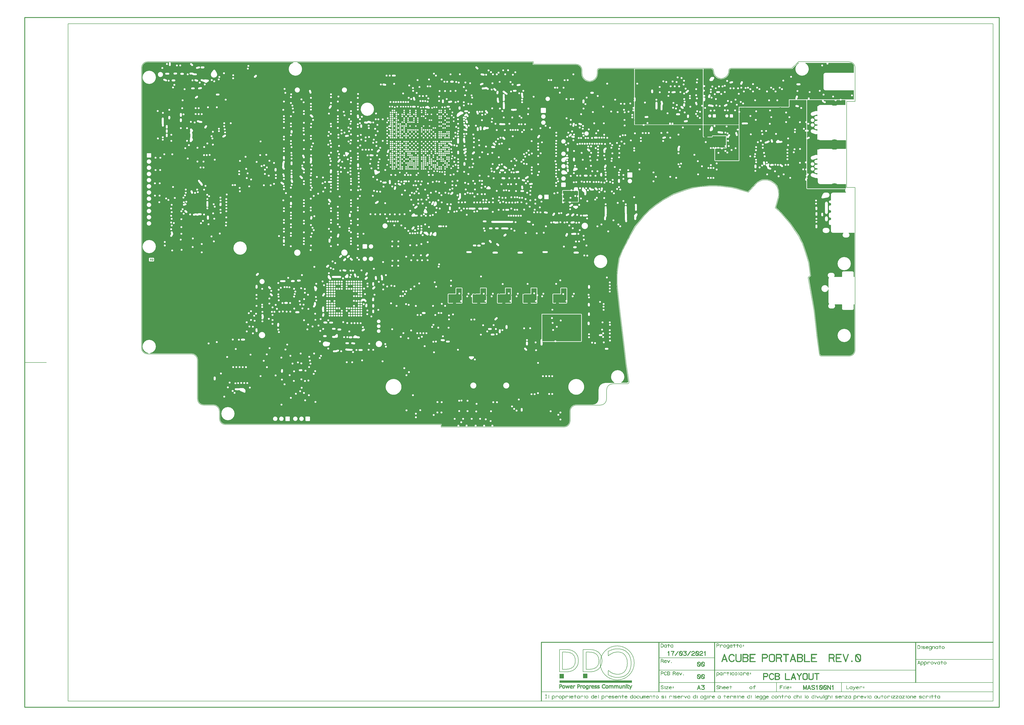
<source format=gbr>
*
G04 Job   : D:\Pd-Master\Mas\Mas100n1 ACB_0001_0\Mas100n1 ACUBE_PORTABILE R_0.pcb*
G04 User  : DESKTOP-CUVV7JD:Shina*
G04 Layer : 2-Internal1.gbr*
G04 Date  : Wed Mar 17 17:59:35 2021*
G04 RSM MASTER DESIGN srl*
%ICAS*%
%MOMM*%
%FSLAX24Y24*%
%OFA0.0000B0.0000*%
G90*
G74*
%AMVB_RECTANGLE*
21,1,$1,$2,0,0,$3*
%
%ADD10C,0.15000*%
%ADD20C,0.20000*%
%ADD17C,0.20320*%
%ADD70C,0.25000*%
%ADD18C,0.25400*%
%ADD71C,0.30480*%
%ADD13C,0.35000*%
%ADD19C,0.38000*%
%ADD15C,0.40000*%
%ADD11C,0.50000*%
%ADD12C,0.50800*%
%ADD16C,0.53340*%
%ADD14C,0.58420*%
%ADD24C,0.63500*%
%ADD26C,0.76200*%
%ADD23C,0.81280*%
%ADD22C,1.52400*%
%ADD21O,2.54000X1.77800*%
%ADD25VB_RECTANGLE,1.52400X1.52400X180.00000*%
G01*
G36*
X2500Y1475000D02*
G02X4695Y1484693I22500D01*
G01Y741000*
G03X30922Y713716I27305*
G01X30923Y681751*
G03X32423Y680251I1500*
G01X49947*
G03X51447Y681751J1500*
G01Y693249*
G03X49947Y694749I1500*
G01X32423*
G03X30923Y693249J1500*
G01Y713716*
G03X32000Y713695I1077J27284*
X59305Y741000J27305*
X32000Y768305I27305*
X4695Y741000J27305*
G01Y1436000*
G03X21880Y1410640I27305*
G01Y836100*
G03X31000Y826980I9120*
X40120Y836100J9120*
X31000Y845220I9120*
X21880Y836100J9120*
G01Y861500*
G03X31000Y852380I9120*
X40120Y861500J9120*
X31000Y870620I9120*
X21880Y861500J9120*
G01Y886900*
G03X31000Y877780I9120*
X40120Y886900J9120*
X31000Y896020I9120*
X21880Y886900J9120*
G01Y912300*
G03X31000Y903180I9120*
X40120Y912300J9120*
X31000Y921420I9120*
X21880Y912300J9120*
G01Y937700*
G03X31000Y928580I9120*
X40120Y937700J9120*
X31000Y946820I9120*
X21880Y937700J9120*
G01Y963100*
G03X31000Y953980I9120*
X40120Y963100J9120*
X31000Y972220I9120*
X21880Y963100J9120*
G01Y988500*
G03X31000Y979380I9120*
X40120Y988500J9120*
X31000Y997620I9120*
X21880Y988500J9120*
G01Y1013900*
G03X31000Y1004780I9120*
X40120Y1013900J9120*
X31000Y1023020I9120*
X21880Y1013900J9120*
G01Y1039300*
G03X31000Y1030180I9120*
X40120Y1039300J9120*
X31000Y1048420I9120*
X21880Y1039300J9120*
G01Y1064700*
G03X31000Y1055580I9120*
X40120Y1064700J9120*
X31000Y1073820I9120*
X21880Y1064700J9120*
G01Y1090100*
G03X31000Y1080980I9120*
X40120Y1090100J9120*
X31000Y1099220I9120*
X21880Y1090100J9120*
G01Y1107880*
G03X23380Y1106380I1500*
G01X38620*
G03X40120Y1107880J1500*
G01Y1123120*
G03X38620Y1124620I1500*
G01X23380*
G03X21880Y1123120J1500*
G01Y1410640*
G03X32000Y1408695I10120J25360*
X51360Y1416745J27305*
G01Y950200*
G03X55400Y946160I4040*
X59440Y950200J4040*
X55400Y954240I4040*
X51360Y950200J4040*
G01Y1000800*
G03X55400Y996760I4040*
X59440Y1000800J4040*
X55400Y1004840I4040*
X51360Y1000800J4040*
G01Y1416745*
G03X53860Y1419638I19360J19255*
G01Y1055200*
G03X57900Y1051160I4040*
X61940Y1055200J4040*
X57900Y1059240I4040*
X53860Y1055200J4040*
G01Y1105800*
G03X57900Y1101760I4040*
X61940Y1105800J4040*
X57900Y1109840I4040*
X53860Y1105800J4040*
G01Y1419638*
G03X59305Y1436000I21860J16362*
X32000Y1463305I27305*
X4695Y1436000J27305*
G01Y1484693*
G02X25000Y1497500I20305J9693*
G01X62660*
Y1297700*
G03X63360Y1295427I4040*
G01Y1185100*
G03X67400Y1181060I4040*
X69260Y1181514J4040*
G01Y923300*
G03X73300Y919260I4040*
X77340Y923300J4040*
X73300Y927340I4040*
X69260Y923300J4040*
G01Y1181514*
G03X70460Y1182462I1860J3586*
G01Y950200*
G03X74500Y946160I4040*
X78540Y950200J4040*
X74500Y954240I4040*
X70460Y950200J4040*
G01Y1182462*
G03X71060Y1183389I3060J2638*
G01Y1000800*
G03X75100Y996760I4040*
X79140Y1000800J4040*
X75100Y1004840I4040*
X71060Y1000800J4040*
G01Y1183389*
G03X71440Y1185100I3660J1711*
X67400Y1189140I4040*
X63360Y1185100J4040*
G01Y1295427*
G03X66700Y1293660I3340J2273*
X70740Y1297700J4040*
X66700Y1301740I4040*
X62660Y1297700J4040*
G01Y1497500*
X67500*
Y1447500*
G03X72960Y1438289I10500*
G01Y1055200*
G03X77000Y1051160I4040*
X81040Y1055200J4040*
X77000Y1059240I4040*
X72960Y1055200J4040*
G01Y1438289*
G03X73560Y1437985I5040J9211*
G01Y1105800*
G03X77600Y1101760I4040*
X81640Y1105800J4040*
X77600Y1109840I4040*
X73560Y1105800J4040*
G01Y1437985*
G03X78000Y1437000I4440J9515*
X83460Y1438531J10500*
G01Y1267000*
G03X83461Y1266919I4040*
G02Y1266903I759J16*
G01X83560Y1259993*
Y1259982*
Y1259972*
X83461Y1252090*
Y1252089*
G02Y1252075I750*
G03X83460Y1252000I4039J75*
X83461Y1251919I4040*
G02Y1251903I759J16*
G01X83560Y1244981*
G02Y1244975I750J22*
G01Y1179900*
G03X87600Y1175860I4040*
X89760Y1176486J4040*
G01Y1120000*
G03X91760Y1116513I4040*
G01Y745400*
G03X95800Y741360I4040*
X99840Y745400J4040*
X95800Y749440I4040*
X91760Y745400J4040*
G01Y760000*
G03X95800Y755960I4040*
X99840Y760000J4040*
X95800Y764040I4040*
X91760Y760000J4040*
G01Y1116513*
G03X93800Y1115960I2040J3487*
X97360Y1118090J4040*
G01Y938600*
G03X101400Y934560I4040*
X105440Y938600J4040*
X101400Y942640I4040*
X97360Y938600J4040*
G01Y1118090*
G03X97840Y1120000I3560J1910*
X93800Y1124040I4040*
X89760Y1120000J4040*
G01Y1176486*
G03X91640Y1179900I2160J3414*
X87600Y1183940I4040*
X83560Y1179900J4040*
G01Y1189900*
G03X87600Y1185860I4040*
X91640Y1189900J4040*
X87600Y1193940I4040*
X83560Y1189900J4040*
G01Y1244975*
G02Y1244966I750J16*
G03X83570Y1244715I4040J34*
G02X83571Y1244700I748J53*
G01X84066Y1237078*
G02X84067Y1237063I748J59*
G03X88100Y1233260I4033J237*
X92140Y1237300J4040*
X92130Y1237585I4040*
G02X92129Y1237600I748J53*
G01X91639Y1245141*
G02X91638Y1245179I749J48*
G01X91540Y1252007*
Y1252018*
Y1252028*
X91639Y1259910*
Y1259912*
G02Y1259925I750J1*
G03X91640Y1260000I4039J75*
X91639Y1260081I4040*
G02Y1260097I759J16*
G01X91540Y1267019*
G02Y1267034I750J22*
G03X87500Y1271041I4040J33*
X83460Y1267001J4040*
G01Y1267000*
Y1438531*
G03X84060Y1438925I5460J8969*
G01Y1290000*
G03X88100Y1285960I4040*
X92140Y1290000J4040*
X88100Y1294040I4040*
X84060Y1290000J4040*
G01Y1438925*
G03X88500Y1447500I6060J8575*
X78000Y1458000I10500*
X67500Y1447500J10500*
G01Y1497500*
X81760*
Y1474200*
G03X85800Y1470160I4040*
X89260Y1472114J4040*
G01Y1426400*
G03X91813Y1422644I4040*
G02X91826Y1422638I276J698*
G01X99457Y1419566*
G02X99470Y1419561I271J699*
G03X99960Y1419396I1530J3739*
G01Y1236300*
Y1236272*
G02Y1236261I750*
G01Y1229339*
G02Y1229328I750J11*
G01Y1229300*
Y1218800*
Y1218772*
G02Y1218761I750*
G01Y1211839*
G02Y1211828I750J11*
G01Y1211800*
Y1201300*
Y1201272*
G02Y1201261I750*
G01Y1194339*
G02Y1194328I750J11*
G01Y1194300*
G03X104000Y1190260I4040*
X106760Y1191350J4040*
G01Y932400*
G03X110800Y928360I4040*
X114840Y932400J4040*
X110800Y936440I4040*
X106760Y932400J4040*
G01Y1191350*
G03X108040Y1194300I2760J2950*
G01Y1194328*
G02Y1194339I750*
G01Y1201261*
G02Y1201272I750J11*
G01Y1201300*
G03X104000Y1205340I4040*
X99960Y1201300J4040*
G01Y1211800*
G03X104000Y1207760I4040*
X108040Y1211800J4040*
G01Y1211828*
G02Y1211839I750*
G01Y1218761*
G02Y1218772I750J11*
G01Y1218800*
G03X104000Y1222840I4040*
X99960Y1218800J4040*
G01Y1229300*
G03X104000Y1225260I4040*
X108040Y1229300J4040*
G01Y1229328*
G02Y1229339I750*
G01Y1236261*
G02Y1236272I750J11*
G01Y1236300*
G03X104000Y1240340I4040*
X99960Y1236300J4040*
G01Y1419396*
G03X101000Y1419260I1040J3904*
X105040Y1423300J4040*
X102487Y1427056I4040*
G02X102474Y1427062I276J698*
G01X94843Y1430134*
G02X94830Y1430139I271J699*
G03X93300Y1430440I1530J3739*
X89260Y1426400J4040*
G01Y1472114*
G03X89840Y1474200I3460J2086*
X85800Y1478240I4040*
X81760Y1474200J4040*
G01Y1497500*
X97360*
Y1450800*
G03X101379Y1446760I4040*
G02X101394I4J750*
G01X107760Y1446690*
Y1422200*
G03X110160Y1418508I4040*
G01Y1267100*
G03X114200Y1263060I4040*
X118001Y1265731J4040*
G01Y784900*
G03X122041Y780860I4040*
X122260Y780866J4040*
G01Y725000*
G03X126300Y720960I4040*
X130340Y725000J4040*
X126300Y729040I4040*
X122260Y725000J4040*
G01Y780866*
G03X125598Y782985I219J4034*
G02X125606Y782998I661J356*
G01X129827Y790730*
G02X129835Y790743I664J350*
G03X130340Y792700I3535J1957*
X130172Y793853I4040*
G02X130168Y793867I719J214*
G01X128089Y800993*
G02X128085Y801008I717J221*
G03X124200Y803940I3885J1108*
X120160Y799900J4040*
X120328Y798747I4040*
G02X120332Y798733I719J214*
G01X121867Y793469*
G02X121897Y793259I720J210*
X121806Y792899I750*
G01X118514Y786870*
G02X118506Y786857I664J350*
G03X118001Y784900I3535J1957*
G01Y812400*
G03X122041Y808360I4040*
X126081Y812400J4040*
X122041Y816440I4040*
X118001Y812400J4040*
G01Y839900*
G03X120160Y836325I4040*
G01Y827400*
G03X124200Y823360I4040*
X128240Y827400J4040*
X124200Y831440I4040*
X120160Y827400J4040*
G01Y836325*
G03X122041Y835860I1881J3575*
X126081Y839900J4040*
X122041Y843940I4040*
X118001Y839900J4040*
G01Y867400*
G03X120160Y863825I4040*
G01Y854900*
G03X124200Y850860I4040*
X128240Y854900J4040*
X124200Y858940I4040*
X120160Y854900J4040*
G01Y863825*
G03X122041Y863360I1881J3575*
X126081Y867400J4040*
X122041Y871440I4040*
X118001Y867400J4040*
G01Y897400*
G03X120160Y893825I4040*
G01Y882400*
G03X124200Y878360I4040*
X128240Y882400J4040*
X124200Y886440I4040*
X120160Y882400J4040*
G01Y893825*
G03X122041Y893360I1881J3575*
X126081Y897400J4040*
X122041Y901440I4040*
X118001Y897400J4040*
G01Y1265731*
G03X118239Y1267006I3801J1369*
G02Y1267021I750J17*
G01X118437Y1273844*
G02X118438Y1273859I757J11*
G03X118440Y1274000I4038J141*
X114400Y1278040I4040*
X110361Y1274094J4040*
G02Y1274079I750J17*
G01X110163Y1267256*
G02X110162Y1267241I757J11*
G03X110160Y1267100I4038J141*
G01Y1418508*
G03X110360Y1418425I1640J3692*
G01Y1302500*
G03X114400Y1298460I4040*
X118440Y1302500J4040*
X114400Y1306540I4040*
X110360Y1302500J4040*
G01Y1418425*
G03X111800Y1418160I1440J3775*
X115840Y1422200J4040*
X111800Y1426240I4040*
X107760Y1422200J4040*
G01Y1446690*
X110417Y1446661*
G02X110419I2J750*
X110432J750*
G03X110500Y1446660I68J4039*
X114540Y1450700J4040*
X110521Y1454740I4040*
G02X110506I4J750*
G01X101483Y1454839*
G02X101481I2J750*
X101468J750*
G03X101400Y1454840I68J4039*
X97360Y1450800J4040*
G01Y1497500*
X100560*
Y1490700*
G03X104600Y1486660I4040*
X108640Y1490700J4040*
X104600Y1494740I4040*
X100560Y1490700J4040*
G01Y1497500*
X114142*
G02X114892Y1496750J750*
X114543Y1496116I750*
G03X112660Y1492700I2157J3416*
G01Y1492672*
G02Y1492661I750*
G01Y1486139*
G02Y1486128I750J11*
G01Y1486100*
G03X116700Y1482060I4040*
X118660Y1482567J4040*
G01Y1175100*
G03X120160Y1171958I4040*
G01Y912400*
G03X124200Y908360I4040*
X128240Y912400J4040*
X124200Y916440I4040*
X120160Y912400J4040*
G01Y1171958*
G03X122700Y1171060I2540J3142*
X122760J4040*
G01Y1120000*
G03X125660Y1116124I4040*
G01Y985800*
G03X128919Y981836I4040*
G01Y837600*
G03X132959Y833560I4040*
X136999Y837600J4040*
X132959Y841640I4040*
X128919Y837600J4040*
G01Y981836*
G03X129700Y981760I781J3964*
X132960Y983414J4040*
G01Y940700*
G03X137000Y936660I4040*
X141040Y940700J4040*
X137000Y944740I4040*
X132960Y940700J4040*
G01Y983414*
G03X133740Y985800I3260J2386*
X129700Y989840I4040*
X125660Y985800J4040*
G01Y1116124*
G03X126800Y1115960I1140J3876*
X130840Y1120000J4040*
X126800Y1124040I4040*
X122760Y1120000J4040*
G01Y1171060*
G03X126740Y1175100I60J4040*
X122700Y1179140I4040*
X118660Y1175100J4040*
G01Y1200100*
G03X122700Y1196060I4040*
X126740Y1200100J4040*
X122700Y1204140I4040*
X118660Y1200100J4040*
G01Y1482567*
G03X120740Y1486100I1960J3533*
G01Y1486128*
G02Y1486139I750*
G01Y1492661*
G02Y1492672I750J11*
G01Y1492700*
G03X118857Y1496116I4040*
G02X118508Y1496750I401J634*
X119258Y1497500I750*
G01X123960*
Y1423300*
G03X125660Y1420007I4040*
G01Y1394300*
G03X129700Y1390260I4040*
X133740Y1394300J4040*
X129700Y1398340I4040*
X125660Y1394300J4040*
G01Y1420007*
G03X128000Y1419260I2340J3293*
X128023J4040*
G02X128028I5J750*
X128039J750*
G01X130960*
Y1405000*
G03X135000Y1400960I4040*
X139040Y1405000J4040*
X135000Y1409040I4040*
X130960Y1405000J4040*
G01Y1419260*
X135261*
G02X135272I11J750*
X135277J750*
G03X135300I23J4040*
X139340Y1423300J4040*
X135300Y1427340I4040*
X135277J4040*
G02X135272I5J750*
X135261J750*
G01X128039*
G02X128028I11J750*
X128023J750*
G03X128000I23J4040*
X123960Y1423300J4040*
G01Y1497500*
X131460*
Y1451400*
G03X135500Y1447360I4040*
X135581Y1447361J4040*
G02X135596I15J750*
G01X135597*
X142618Y1447460*
G02X142633I21J750*
G03X146640Y1451500I33J4040*
X142600Y1455540I4040*
X142519Y1455539J4040*
G02X142504I15J750*
G01X142503*
X135482Y1455440*
G02X135467I21J750*
G03X131460Y1451400I33J4040*
G01Y1497500*
X141460*
Y1484600*
G03X145500Y1480560I4040*
X149540Y1484600J4040*
X145500Y1488640I4040*
X141460Y1484600J4040*
G01Y1497500*
X155360*
Y1484800*
G03X157260Y1481373I4040*
G01Y769600*
G03X160760Y765596I4040*
G01Y727500*
G03X164800Y723460I4040*
X168840Y727500J4040*
X164800Y731540I4040*
X160760Y727500J4040*
G01Y765596*
G03X161300Y765560I540J4004*
X165340Y769600J4040*
X161300Y773640I4040*
X157260Y769600J4040*
G01Y1481373*
G03X157660Y1481154I2140J3427*
G01Y1285800*
Y1285772*
G02Y1285761I750*
G01Y1277639*
G02Y1277628I750J11*
G01Y1277600*
Y1263700*
Y1263672*
G02Y1263661I750*
G01Y1256039*
G02Y1256028I750J11*
G01Y1256000*
Y1227300*
G03X159860Y1223703I4040*
G01Y793500*
G03X163900Y789460I4040*
X167940Y793500J4040*
X163900Y797540I4040*
X159860Y793500J4040*
G01Y821000*
G03X163900Y816960I4040*
X167940Y821000J4040*
X163900Y825040I4040*
X159860Y821000J4040*
G01Y853500*
G03X163900Y849460I4040*
X167940Y853500J4040*
X163900Y857540I4040*
X159860Y853500J4040*
G01Y886000*
G03X163900Y881960I4040*
X167940Y886000J4040*
X163900Y890040I4040*
X159860Y886000J4040*
G01Y1223703*
G03X161700Y1223260I1840J3597*
X164960Y1224914J4040*
G01Y894400*
G03X169000Y890360I4040*
X169360Y890376J4040*
G01Y875900*
G03X173400Y871860I4040*
X177440Y875900J4040*
X173400Y879940I4040*
X169360Y875900J4040*
G01Y890376*
G03X173040Y894400I360J4024*
X169000Y898440I4040*
X164960Y894400J4040*
G01Y1224914*
G03X165740Y1227300I3260J2386*
X161700Y1231340I4040*
X157660Y1227300J4040*
G01Y1256000*
G03X161700Y1251960I4040*
X165740Y1256000J4040*
G01Y1256028*
G02Y1256039I750*
G01Y1263661*
G02Y1263672I750J11*
G01Y1263700*
G03X161700Y1267740I4040*
X157660Y1263700J4040*
G01Y1277600*
G03X161700Y1273560I4040*
X165740Y1277600J4040*
G01Y1277628*
G02Y1277639I750*
G01Y1285761*
G02Y1285772I750J11*
G01Y1285800*
G03X161700Y1289840I4040*
X157660Y1285800J4040*
G01Y1481154*
G03X159360Y1480760I1740J3646*
G01Y1450400*
G03X163260Y1446362I4040*
G01Y1309200*
G03X167300Y1305160I4040*
X168460Y1305330J4040*
G01Y942100*
G03X170160Y938807I4040*
G01Y912600*
G03X174200Y908560I4040*
X175534Y908786J4040*
G02X175548Y908791I247J707*
G01X175960Y908933*
Y887300*
G03X177252Y884339I4040*
G02X177263Y884328I510J550*
G01X182108Y879780*
G02X182119Y879770I506J554*
G03X184900Y878660I2781J2930*
X188940Y882700J4040*
X187648Y885661I4040*
G02X187637Y885672I510J550*
G01X182792Y890220*
G02X182781Y890230I506J554*
G03X180000Y891340I2781J2930*
X175960Y887300J4040*
G01Y908933*
X182175Y911066*
G02X182190Y911071I254J705*
G03X184940Y914900I1290J3829*
X180900Y918940I4040*
X179566Y918714J4040*
G02X179552Y918709I247J707*
G01X172925Y916434*
G02X172910Y916429I254J705*
G03X170160Y912600I1290J3829*
G01Y923000*
G03X174200Y918960I4040*
X178240Y923000J4040*
X174200Y927040I4040*
X170160Y923000J4040*
G01Y938807*
G03X172500Y938060I2340J3293*
X176540Y942100J4040*
X172500Y946140I4040*
X168460Y942100J4040*
G01Y1305330*
G03X168760Y1305433I1160J3870*
G01Y1283900*
G03X172800Y1279860I4040*
X174660Y1280314J4040*
G01Y951200*
G03X178700Y947160I4040*
X180160Y947433J4040*
G01Y925000*
G03X184200Y920960I4040*
X188240Y925000J4040*
X184200Y929040I4040*
X180160Y925000J4040*
G01Y947433*
G03X182740Y951200I1460J3767*
X178700Y955240I4040*
X174660Y951200J4040*
G01Y1280314*
G03X175960Y1281383I1860J3586*
G01Y1145100*
G03X177960Y1141613I4040*
G01Y962000*
G03X182000Y957960I4040*
X186040Y962000J4040*
X182000Y966040I4040*
X177960Y962000J4040*
G01Y975000*
G03X182000Y970960I4040*
X186040Y975000J4040*
X182000Y979040I4040*
X177960Y975000J4040*
G01Y1141613*
G03X180000Y1141060I2040J3487*
X184040Y1145100J4040*
X180000Y1149140I4040*
X175960Y1145100J4040*
G01Y1281383*
G03X176840Y1283900I3160J2517*
X172800Y1287940I4040*
X168760Y1283900J4040*
G01Y1305433*
G03X171340Y1309200I1460J3767*
X167300Y1313240I4040*
X163260Y1309200J4040*
G01Y1446362*
G03X163306Y1446361I140J4038*
G02X163321I17J750*
G01X164960Y1446313*
Y1341600*
G03X169000Y1337560I4040*
X173040Y1341600J4040*
X169000Y1345640I4040*
X164960Y1341600J4040*
G01Y1446313*
X170144Y1446163*
G02X170159Y1446162I11J750*
G03X170300Y1446160I141J4038*
X173060Y1447250J4040*
G01Y1387200*
G03X177100Y1383160I4040*
X181140Y1387200J4040*
X177100Y1391240I4040*
X173060Y1387200J4040*
G01Y1447250*
G03X174340Y1450200I2760J2950*
X170394Y1454239I4040*
G02X170379I17J750*
G01X163556Y1454437*
G02X163541Y1454438I11J750*
G03X163400Y1454440I141J4038*
X159360Y1450400J4040*
G01Y1480760*
G03X159400I40J4040*
X163440Y1484800J4040*
X159400Y1488840I4040*
X155360Y1484800J4040*
G01Y1497500*
X183160*
Y1175200*
G03X185860Y1171389I4040*
G01Y1102500*
G03X189900Y1098460I4040*
X193940Y1102500J4040*
X189900Y1106540I4040*
X185860Y1102500J4040*
G01Y1171389*
G03X187200Y1171160I1340J3811*
X190860Y1173489J4040*
G01Y1157500*
G03X194900Y1153460I4040*
X195960Y1153602J4040*
G01Y873100*
G03X200000Y869060I4040*
X204040Y873100J4040*
X200000Y877140I4040*
X195960Y873100J4040*
G01Y1153602*
G03X198940Y1157500I1060J3898*
X194900Y1161540I4040*
X190860Y1157500J4040*
G01Y1173489*
G03X191240Y1175200I3660J1711*
X187200Y1179240I4040*
X183160Y1175200J4040*
G01Y1227200*
G03X187200Y1223160I4040*
X191240Y1227200J4040*
X187200Y1231240I4040*
X183160Y1227200J4040*
G01Y1497500*
X185760*
Y1448200*
G03X189800Y1444160I4040*
X193840Y1448200J4040*
X189800Y1452240I4040*
X185760Y1448200J4040*
G01Y1497500*
X196860*
Y1451400*
G03X198460Y1448180I4040*
G01Y1173800*
G03X201160Y1169989I4040*
G01Y968300*
G03X201490Y966701I4040*
G02X201495Y966688I689J296*
G01X204267Y960156*
G02X204272Y960143I687J302*
G03X206260Y958054I3728J1557*
G01Y739200*
G03X210300Y735160I4040*
X214340Y739200J4040*
X210300Y743240I4040*
X206260Y739200J4040*
G01Y958054*
G03X206960Y957796I1740J3646*
G01Y774400*
G03X211000Y770360I4040*
X215040Y774400J4040*
X211000Y778440I4040*
X206960Y774400J4040*
G01Y957796*
G03X208000Y957660I1040J3904*
X211160Y959183J4040*
G01Y871700*
G03X215200Y867660I4040*
X216114Y867765J4040*
G02X216128Y867768I169J731*
G01X223292Y869388*
G02X223457Y869407I165J731*
X223664Y869377J750*
G01X229046Y867828*
G02X229061Y867824I197J724*
G03X230200Y867660I1139J3876*
X231814Y867996J4040*
G02X231828Y868002I299J687*
G01X236946Y870196*
G02X237242Y870256I296J690*
X237319Y870252J750*
G01X240360Y869935*
Y837200*
G03X243460Y833271I4040*
G01Y717400*
G03X247500Y713360I4040*
X251540Y717400J4040*
X247500Y721440I4040*
X243460Y717400J4040*
G01Y751600*
G03X247500Y747560I4040*
X251540Y751600J4040*
X247500Y755640I4040*
X243460Y751600J4040*
G01Y833271*
G03X244400Y833160I940J3929*
X248440Y837200J4040*
X244400Y841240I4040*
X240360Y837200J4040*
G01Y869935*
X242742Y869686*
G02X242757Y869684I67J747*
G03X243200Y869660I443J4016*
X247240Y873700J4040*
X243596Y877721I4040*
G02X243581Y877722I74J746*
G01X236958Y878414*
G02X236943Y878416I67J747*
G03X236500Y878440I443J4016*
X234886Y878104J4040*
G02X234872Y878098I299J687*
G01X230179Y876086*
G02X229883Y876026I296J690*
X229676Y876055J750*
G01X224754Y877472*
G02X224739Y877476I197J724*
G03X223600Y877640I1139J3876*
X222686Y877535J4040*
G02X222671Y877532I169J731*
G01X214347Y875649*
G02X214332Y875646I177J729*
G03X211160Y871700I868J3946*
G01Y959183*
G03X212040Y961700I3160J2517*
X211710Y963299I4040*
G02X211705Y963312I689J296*
G01X208933Y969844*
G02X208928Y969857I687J302*
G03X205200Y972340I3728J1557*
X201160Y968300J4040*
G01Y1169989*
G03X202500Y1169760I1340J3811*
X205659Y1171282J4040*
G02X205669Y1171294I587J467*
G01X210621Y1177434*
G02X210630Y1177446I590J462*
G03X211540Y1180000I3130J2554*
X211158Y1181714I4040*
G02X211152Y1181728I680J318*
G01X208238Y1188041*
G02X208169Y1188355I681J314*
X208186Y1188513I750*
G01X209241Y1193412*
G02X209245Y1193427I736J147*
G03X209340Y1194300I3945J873*
G01Y1194328*
G02Y1194339I750*
G01Y1202461*
G02Y1202472I750J11*
G01Y1202500*
G03X209062Y1203972I4040*
G02X209057Y1203986I699J273*
G01X207434Y1208206*
G02X207384Y1208475I700J269*
X207507Y1208887I750*
G01X211356Y1214750*
G02X211364Y1214763I633J402*
G03X212040Y1217000I3364J2237*
X211040Y1219661I4040*
G02X211030Y1219673I564J494*
G01X206580Y1224815*
G02X206570Y1224826I560J499*
G03X203500Y1226240I3070J2626*
X199460Y1222200J4040*
X199479Y1221810I4040*
G02X199480Y1221795I747J73*
G01X200319Y1212616*
G02X200323Y1212540I746J76*
X200078Y1211985I750*
G03X198760Y1209000I2722J2985*
X199038Y1207528I4040*
G02X199043Y1207514I699J273*
G01X201210Y1201880*
G02X201260Y1201611I700J269*
G01Y1194339*
G02Y1194328I750J11*
G01Y1194300*
G02X201237Y1194117I750*
G01X199977Y1188764*
G02X199973Y1188749I733J161*
G03X199878Y1188179I3927J949*
G02X199876Y1188163I747J70*
G01X198484Y1174240*
G02X198482Y1174225I747J63*
G03X198460Y1173800I4018J425*
G01Y1448180*
G03X198760Y1447973I2440J3220*
G01Y1253200*
G03X202800Y1249160I4040*
X206840Y1253200J4040*
X202800Y1257240I4040*
X198760Y1253200J4040*
G01Y1447973*
G03X200900Y1447360I2140J3427*
X200979Y1447361J4040*
G02X200994I15J750*
G01X200995*
X203960Y1447402*
Y1390600*
G03X207964Y1386560I4040*
G02X207979I6J750*
G01X214360Y1386467*
Y1250600*
G03X215960Y1247380I4040*
G01Y961500*
G03X220000Y957460I4040*
X224040Y961500J4040*
X220000Y965540I4040*
X215960Y961500J4040*
G01Y1247380*
G03X218400Y1246560I2440J3220*
X222440Y1250600J4040*
X218400Y1254640I4040*
X214360Y1250600J4040*
G01Y1386467*
X214804Y1386461*
G02X214818I1J750*
G03X214900Y1386460I82J4039*
X218460Y1388590J4040*
G01Y1285300*
G03X222500Y1281260I4040*
X224860Y1282021J4040*
G01Y975300*
G03X227360Y971565I4040*
G01Y964600*
G03X231400Y960560I4040*
X235440Y964600J4040*
X231400Y968640I4040*
X227360Y964600J4040*
G01Y971565*
G03X228900Y971260I1540J3735*
X232940Y975300J4040*
X228900Y979340I4040*
X224860Y975300J4040*
G01Y1282021*
G03X225960Y1283214I2360J3279*
G01Y1090200*
G03X230000Y1086160I4040*
X231760Y1086564J4040*
G01Y1011600*
G03X232433Y1009367I4040*
G02X232441Y1009355I625J414*
G01X236200Y1003618*
G02X236208Y1003605I621J420*
G03X236760Y1002927I3392J2195*
G02X236771Y1002916I527J534*
G01X241067Y998620*
G02X241192Y998453I531J530*
G01X244447Y992577*
G02X244454Y992564I651J373*
G03X248000Y990460I3546J1936*
X248460Y990486J4040*
G01Y846500*
G03X252500Y842460I4040*
X256540Y846500J4040*
X252500Y850540I4040*
X248460Y846500J4040*
G01Y990486*
G03X252040Y994500I460J4014*
X251523Y996478I4040*
G02X251515Y996491I654J367*
G01X247953Y1002923*
G02X247946Y1002936I651J373*
G03X247240Y1003873I3546J1936*
G02X247229Y1003884I527J534*
G01X242806Y1008308*
G02X242709Y1008427I530J530*
G01X239200Y1013782*
G02X239192Y1013795I622J420*
G03X235800Y1015640I3392J2195*
X231760Y1011600J4040*
G01Y1086564*
G03X234040Y1090200I1760J3636*
X230000Y1094240I4040*
X225960Y1090200J4040*
G01Y1146600*
G03X230000Y1142560I4040*
X234040Y1146600J4040*
X230000Y1150640I4040*
X225960Y1146600J4040*
G01Y1283214*
G03X226540Y1285300I3460J2086*
X222500Y1289340I4040*
X218460Y1285300J4040*
G01Y1309200*
G03X222500Y1305160I4040*
X226540Y1309200J4040*
X222500Y1313240I4040*
X218460Y1309200J4040*
G01Y1388590*
G03X218940Y1390500I3560J1910*
X214936Y1394540I4040*
G02X214921I6J750*
G01X208096Y1394639*
G02X208082I1J750*
G03X208000Y1394640I82J4039*
X203960Y1390600J4040*
G01Y1447402*
X205460Y1447423*
Y1423400*
G03X209500Y1419360I4040*
X213540Y1423400J4040*
X209500Y1427440I4040*
X205460Y1423400J4040*
G01Y1447423*
X207138Y1447446*
G02X207149I11J750*
X207444Y1447386J750*
G01X214172Y1444502*
G02X214186Y1444496I285J693*
G03X215800Y1444160I1614J3704*
X215823J4040*
G02X215828I5J750*
X215839J750*
G01X217160*
Y1424200*
G03X219260Y1420656I4040*
G01Y1352500*
G03X223300Y1348460I4040*
X225685Y1349239J4040*
G02X225697Y1349248I442J606*
G01X227360Y1350449*
Y1255800*
G03X230145Y1251960I4040*
G02X230160Y1251955I233J713*
G01X237885Y1249380*
G02X237900Y1249375I226J715*
G03X238460Y1249228I1300J3825*
G01Y1065800*
G03X242500Y1061760I4040*
X246540Y1065800J4040*
X242500Y1069840I4040*
X238460Y1065800J4040*
G01Y1249228*
G03X238804Y1249179I740J3972*
G02X238819Y1249178I74J746*
G01X245442Y1248486*
G02X245457Y1248484I67J747*
G03X245900Y1248460I443J4016*
X249940Y1252500J4040*
X246296Y1256521I4040*
G02X246281Y1256522I74J746*
G01X240140Y1257164*
G02X239981Y1257198I78J746*
G01X232715Y1259620*
G02X232700Y1259625I226J715*
G03X231400Y1259840I1300J3825*
X227360Y1255800J4040*
G01Y1350449*
X230960Y1353049*
Y1285000*
G03X235000Y1280960I4040*
X239040Y1285000J4040*
X235000Y1289040I4040*
X230960Y1285000J4040*
G01Y1309200*
G03X235000Y1305160I4040*
X239040Y1309200J4040*
X235000Y1313240I4040*
X230960Y1309200J4040*
G01Y1353049*
X231034Y1353102*
G02X231046Y1353111I448J601*
G03X232740Y1356400I2346J3289*
X228700Y1360440I4040*
X226315Y1359661J4040*
G02X226303Y1359652I442J606*
G01X220966Y1355798*
G02X220954Y1355789I448J601*
G03X219260Y1352500I2346J3289*
G01Y1420656*
G03X220194Y1420287I1940J3544*
G02X220209Y1420283I186J726*
G01X227735Y1418303*
G02X227749Y1418299I181J728*
G03X228800Y1418160I1051J3901*
X232360Y1420290J4040*
G01Y1390400*
G03X236400Y1386360I4040*
X237215Y1386443J4040*
G02X237229Y1386446I151J735*
G01X243460Y1387692*
Y1284900*
G03X247500Y1280860I4040*
X250860Y1282657J4040*
G01Y1065800*
G03X252860Y1062313I4040*
G01Y872700*
G03X256900Y868660I4040*
X260940Y872700J4040*
X256900Y876740I4040*
X252860Y872700J4040*
G01Y1062313*
G03X253260Y1062108I2040J3487*
G01Y974700*
G03X257300Y970660I4040*
X261340Y974700J4040*
X257300Y978740I4040*
X253260Y974700J4040*
G01Y1062108*
G03X254900Y1061760I1640J3692*
X258940Y1065800J4040*
X254900Y1069840I4040*
X250860Y1065800J4040*
G01Y1089900*
G03X254900Y1085860I4040*
X258940Y1089900J4040*
X254900Y1093940I4040*
X250860Y1089900J4040*
G01Y1282657*
G03X251540Y1284900I3360J2243*
X247500Y1288940I4040*
X243460Y1284900J4040*
G01Y1387692*
X245156Y1388031*
G02X245170Y1388034I157J733*
G03X248440Y1392000I770J3966*
X244400Y1396040I4040*
X243585Y1395957J4040*
G02X243571Y1395954I151J735*
G01X235644Y1394369*
G02X235630Y1394366I157J733*
G03X232360Y1390400I770J3966*
G01Y1420290*
G03X232840Y1422200I3560J1910*
X229806Y1426113I4040*
G02X229791Y1426117I186J726*
G01X222266Y1428097*
G02X222251Y1428101I180J728*
G03X221200Y1428240I1051J3901*
X217160Y1424200J4040*
G01Y1444160*
X223561*
G02X223572I11J750*
X223577J750*
G03X223600I23J4040*
X227640Y1448200J4040*
X223600Y1452240I4040*
X223577J4040*
G02X223572I5J750*
X223561J750*
G01X216783*
G02X216488Y1452301J750*
G01X209728Y1455198*
G02X209714Y1455204I285J693*
G03X208100Y1455540I1614J3704*
X208021Y1455539J4040*
G02X208006I15J750*
G01X208005*
X200882Y1455440*
G02X200867I22J750*
G03X196860Y1451400I33J4040*
G01Y1497500*
X199460*
Y1490600*
G03X200785Y1487609I4040*
G02X200796Y1487599I505J556*
G01X205640Y1483150*
G02X205651Y1483140I499J560*
G03X208400Y1482060I2749J2960*
X212440Y1486100J4040*
X211115Y1489091I4040*
G02X211104Y1489101I505J556*
G01X206260Y1493550*
G02X206249Y1493560I499J560*
G03X203500Y1494640I2749J2960*
X199460Y1490600J4040*
G01Y1497500*
X223860*
Y1474600*
G03X227900Y1470560I4040*
X228913Y1470689J4040*
G02X228929Y1470693I188J726*
G01X235160Y1472269*
Y1414200*
G03X239200Y1410160I4040*
X243240Y1414200J4040*
X239200Y1418240I4040*
X235160Y1414200J4040*
G01Y1472269*
X237553Y1472874*
G02X237568Y1472878I195J724*
G03X240640Y1476800I968J3922*
X236600Y1480840I4040*
X235587Y1480711J4040*
G02X235571Y1480707I188J726*
G01X226947Y1478526*
G02X226932Y1478522I195J724*
G03X223860Y1474600I968J3922*
G01Y1497500*
X242860*
Y1476800*
G03X242960Y1475907I4040*
G01Y1424800*
G03X245745Y1420960I4040*
G02X245760Y1420955I233J713*
G01X252960Y1418555*
Y1116600*
G03X257000Y1112560I4040*
X258960Y1113067J4040*
G01Y990300*
G03X263000Y986260I4040*
X265860Y987447J4040*
G01Y953600*
G03X266460Y951482I4040*
G01Y897700*
G03X268760Y894054I4040*
G01Y864700*
G03X268761Y864591I4040*
G02X268762Y864576I756J20*
G01X268960Y855252*
G02Y855237I749J27*
G03X271360Y851608I4040J63*
G01Y832600*
G03X271560Y831345I4040*
G01Y343200*
G03X275600Y339160I4040*
X279640Y343200J4040*
X275600Y347240I4040*
X271560Y343200J4040*
G01Y831345*
G03X275400Y828560I3840J1255*
X279440Y832600J4040*
X275400Y836640I4040*
X271360Y832600J4040*
G01Y851608*
G03X273000Y851260I1640J3692*
X277040Y855300J4040*
X277039Y855409I4040*
G02X277038Y855424I756J20*
G01X276840Y864748*
G02Y864763I749J27*
G03X272800Y868740I4040J63*
X268760Y864700J4040*
G01Y894054*
G03X270500Y893660I1740J3646*
X274540Y897700J4040*
X270500Y901740I4040*
X266460Y897700J4040*
G01Y951482*
G03X266560Y951327I3440J2118*
G01Y924300*
Y924272*
G02Y924261I750*
G01Y915039*
G02Y915028I750J11*
G01Y915000*
G03X266562Y914872I4040*
G02Y914857I750J24*
G01X266760Y907232*
G02X266761Y907217I749J30*
G03X270800Y903260I4039J83*
X274840Y907300J4040*
X274838Y907428I4040*
G02Y907443I750J24*
G01X274640Y915043*
G02Y915062I750J19*
G01Y924261*
G02Y924272I750J11*
G01Y924300*
G03X270600Y928340I4040*
X266560Y924300J4040*
G01Y936500*
G03X270600Y932460I4040*
X274640Y936500J4040*
X270600Y940540I4040*
X266560Y936500J4040*
G01Y951327*
G03X269900Y949560I3340J2273*
X273760Y952408J4040*
G01Y948000*
G03X277800Y943960I4040*
X281840Y948000J4040*
X277800Y952040I4040*
X273760Y948000J4040*
G01Y952408*
G03X273940Y953600I3860J1192*
X269900Y957640I4040*
X265860Y953600J4040*
G01Y987447*
G03X267040Y990300I2860J2853*
X263000Y994340I4040*
X258960Y990300J4040*
G01Y1113067*
G03X261040Y1116600I1960J3533*
X257000Y1120640I4040*
X252960Y1116600J4040*
G01Y1418555*
X253200Y1418475*
G02X253298Y1418434I238J712*
G01X253460Y1418353*
Y1149900*
G03X257500Y1145860I4040*
X261540Y1149900J4040*
X257500Y1153940I4040*
X253460Y1149900J4040*
G01Y1418353*
X255860Y1417153*
Y1406800*
G03X257860Y1403313I4040*
G01Y1229600*
G03X261900Y1225560I4040*
X263960Y1226125J4040*
G01Y1116700*
G03X268000Y1112660I4040*
X272040Y1116700J4040*
X268000Y1120740I4040*
X263960Y1116700J4040*
G01Y1226125*
G03X265344Y1227489I2060J3475*
G02X265352Y1227501I640J392*
G01X266560Y1229447*
Y1164500*
G03X270600Y1160460I4040*
X274640Y1164500J4040*
X270600Y1168540I4040*
X266560Y1164500J4040*
G01Y1229447*
X268912Y1233236*
G02X268920Y1233250I643J385*
G03X269540Y1235400I3420J2150*
X265500Y1239440I4040*
X262056Y1237511J4040*
G02X262048Y1237499I640J392*
G01X258488Y1231764*
G02X258480Y1231750I643J385*
G03X257860Y1229600I3420J2150*
G01Y1403313*
G03X259900Y1402760I2040J3487*
X263940Y1406800J4040*
X259900Y1410840I4040*
X255860Y1406800J4040*
G01Y1417153*
X263359Y1413404*
G02X263372Y1413397I326J676*
G03X265200Y1412960I1828J3603*
X267460Y1413652J4040*
G02X267473Y1413660I420J622*
G01X268960Y1414651*
Y1313000*
G03X273000Y1308960I4040*
X275960Y1310250J4040*
G01Y1117300*
G03X280000Y1113260I4040*
X283560Y1115390J4040*
G01Y782700*
G03X287600Y778660I4040*
X291640Y782700J4040*
X287600Y786740I4040*
X283560Y782700J4040*
G01Y1115390*
G03X284040Y1117300I3560J1910*
X280000Y1121340I4040*
X275960Y1117300J4040*
G01Y1310250*
G03X277040Y1313000I2960J2750*
X273000Y1317040I4040*
X268960Y1313000J4040*
G01Y1414651*
X275209Y1418817*
G02X275221Y1418825I425J618*
G03X277040Y1422200I2221J3375*
X273462Y1426213I4040*
G02X273447Y1426215I86J746*
G01X263625Y1427406*
G02X263610Y1427408I80J746*
G03X263100Y1427440I510J4008*
X262499Y1427395J4040*
G02X262483Y1427393I112J742*
G01X255345Y1426361*
G02X255238Y1426353I107J742*
X255001Y1426392J750*
G01X248315Y1428620*
G02X248300Y1428625I226J715*
G03X247000Y1428840I1300J3825*
X242960Y1424800J4040*
G01Y1475907*
G03X246900Y1472760I3940J893*
X246923J4040*
G02X246928I5J750*
X246939J750*
G01X254761*
G02X254772I11J750*
X254777J750*
G03X254800I23J4040*
X258840Y1476800J4040*
X254800Y1480840I4040*
X254777J4040*
G02X254772I5J750*
X254761J750*
G01X246939*
G02X246928I11J750*
X246923J750*
G03X246900I23J4040*
X242860Y1476800J4040*
G01Y1497500*
X283860*
Y1194400*
G03X287260Y1190411I4040*
G01Y1185000*
G03X289260Y1181513I4040*
G01Y1159700*
G03X290360Y1156929I4040*
G01Y877500*
G03X293260Y873624I4040*
G01Y762300*
G03X296560Y758328I4040*
G01Y203800*
Y203772*
G02Y203761I750*
G01Y195439*
G02Y195428I750J11*
G01Y195400*
G03X300600Y191360I4040*
X304640Y195400J4040*
G01Y195428*
G02Y195439I750*
G01Y203761*
G02Y203772I750J11*
G01Y203800*
G03X300600Y207840I4040*
X296560Y203800J4040*
G01Y758328*
G03X297300Y758260I740J3972*
X301340Y762300J4040*
X297300Y766340I4040*
X293260Y762300J4040*
G01Y873624*
G03X294400Y873460I1140J3876*
X294960Y873499J4040*
G01Y855400*
G03X299000Y851360I4040*
X303040Y855400J4040*
X299000Y859440I4040*
X294960Y855400J4040*
G01Y873499*
G03X298440Y877500I560J4001*
X294400Y881540I4040*
X290360Y877500J4040*
G01Y1156929*
G03X292460Y1155748I2940J2771*
G01Y915000*
G03X296500Y910960I4040*
X296760Y910968J4040*
G01Y904800*
G03X300800Y900760I4040*
X304840Y904800J4040*
X300800Y908840I4040*
X296760Y904800J4040*
G01Y910968*
G03X300540Y915000I260J4032*
X296500Y919040I4040*
X292460Y915000J4040*
G01Y1155748*
G03X293300Y1155660I840J3952*
X296860Y1157790J4040*
G01Y1097800*
G03X300900Y1093760I4040*
X304940Y1097800J4040*
X300900Y1101840I4040*
X296860Y1097800J4040*
G01Y1157790*
G03X297340Y1159700I3560J1910*
X293300Y1163740I4040*
X289260Y1159700J4040*
G01Y1181513*
G03X291300Y1180960I2040J3487*
X295340Y1185000J4040*
X291300Y1189040I4040*
X287260Y1185000J4040*
G01Y1190411*
G03X287900Y1190360I640J3989*
X291940Y1194400J4040*
X287900Y1198440I4040*
X283860Y1194400J4040*
G01Y1497500*
X284560*
Y1424800*
G03X288600Y1420760I4040*
X289260Y1420814J4040*
G01Y1212500*
G03X293300Y1208460I4040*
X297340Y1212500J4040*
X293300Y1216540I4040*
X289260Y1212500J4040*
G01Y1420814*
G03X292640Y1424800I660J3986*
X288600Y1428840I4040*
X284560Y1424800J4040*
G01Y1497500*
X284960*
Y1447500*
G03X294960Y1434851I13000*
G01Y1419600*
G03X299000Y1415560I4040*
X303040Y1419600J4040*
X299000Y1423640I4040*
X294960Y1419600J4040*
G01Y1434851*
G03X297960Y1434500I3000J12649*
X305260Y1436743J13000*
G01Y348900*
G03X309300Y344860I4040*
X313340Y348900J4040*
X309300Y352940I4040*
X305260Y348900J4040*
G01Y1436743*
G03X305360Y1436812I7300J10757*
G01Y1313000*
G03X309400Y1308960I4040*
X313440Y1313000J4040*
X309400Y1317040I4040*
X305360Y1313000J4040*
G01Y1365000*
G03X309400Y1360960I4040*
X309703Y1360971J4040*
G02X309718Y1360972I56J748*
G01X314060Y1361274*
Y1225000*
G03X314260Y1223745I4040*
G01Y1215100*
G03X317660Y1211111I4040*
G01Y794700*
G03X321700Y790660I4040*
X322160Y790686J4040*
G01Y220000*
G03X326200Y215960I4040*
X327695Y216247J4040*
G01Y55000*
G03X355000Y27695I27305*
X382305Y55000J27305*
X355000Y82305I27305*
X327695Y55000J27305*
G01Y216247*
G03X330240Y220000I1495J3753*
X326200Y224040I4040*
X322160Y220000J4040*
G01Y790686*
G03X325740Y794700I460J4014*
X321700Y798740I4040*
X317660Y794700J4040*
G01Y1211111*
G03X318300Y1211060I640J3989*
X320260Y1211567J4040*
G01Y911000*
G03X320360Y910107I4040*
G01Y892500*
G03X321160Y890087I4040*
G01Y880000*
G03X325200Y875960I4040*
X329240Y880000J4040*
X325200Y884040I4040*
X321160Y880000J4040*
G01Y890087*
G03X324400Y888460I3240J2413*
X328440Y892500J4040*
X324400Y896540I4040*
X320360Y892500J4040*
G01Y910107*
G03X324300Y906960I3940J893*
X328321Y910610J4040*
G02X328323Y910625I747J73*
G01X329015Y917348*
G02X329016Y917363I747J66*
G03X329040Y917800I4016J437*
X325000Y921840I4040*
X320979Y918190J4040*
G02X320977Y918175I747J73*
G01X320285Y911452*
G02X320284Y911437I747J66*
G03X320260Y911000I4016J437*
G01Y1211567*
G03X320360Y1211625I1960J3533*
G01Y942200*
G03X320660Y940672I4040*
G01Y930000*
G03X324700Y925960I4040*
X328740Y930000J4040*
X324700Y934040I4040*
X320660Y930000J4040*
G01Y940672*
G03X324400Y938160I3740J1528*
X328440Y942200J4040*
X324400Y946240I4040*
X320360Y942200J4040*
G01Y1211625*
G03X322340Y1215100I2060J3475*
X318300Y1219140I4040*
X314260Y1215100J4040*
G01Y1223745*
G03X318100Y1220960I3840J1255*
X322140Y1225000J4040*
X318100Y1229040I4040*
X314060Y1225000J4040*
G01Y1361274*
X316840Y1361467*
G02X316856Y1361468I63J747*
G03X320640Y1365500I256J4032*
X316600Y1369540I4040*
X316297Y1369529J4040*
G02X316282Y1369528I56J748*
G01X309160Y1369033*
G02X309144Y1369032I63J747*
G03X305360Y1365000I256J4032*
G01Y1436812*
G03X310960Y1447500I7400J10688*
X309240Y1453963I13000*
G02X309233Y1453975I650J373*
G01X302531Y1465764*
G02X302523Y1465777I646J380*
G03X299000Y1467840I3523J1977*
X295756Y1466209J4040*
G02X295747Y1466197I602J447*
G01X287602Y1455356*
G02X287594Y1455345I606J441*
G03X284960Y1447500I10366J7845*
G01Y1497500*
X313160*
Y1427400*
G03X317200Y1423360I4040*
X321240Y1427400J4040*
X317200Y1431440I4040*
X313160Y1427400J4040*
G01Y1497500*
X315860*
Y1437500*
G03X319900Y1433460I4040*
X323940Y1437500J4040*
X319900Y1441540I4040*
X315860Y1437500J4040*
G01Y1497500*
X331660*
Y1192300*
G03X335700Y1188260I4040*
X335860Y1188263J4040*
G01Y124800*
G03X339900Y120760I4040*
X343940Y124800J4040*
X339900Y128840I4040*
X335860Y124800J4040*
G01Y1188263*
G03X337970Y1188958I160J4037*
G02X337984Y1188967I422J620*
G01X342860Y1192239*
Y827500*
G03X346900Y823460I4040*
X347860Y823576J4040*
G01Y287800*
G03X350660Y283955I4040*
G01Y163000*
G03X354700Y158960I4040*
X358740Y163000J4040*
X354700Y167040I4040*
X350660Y163000J4040*
G01Y283955*
G03X351900Y283760I1240J3845*
X355940Y287800J4040*
X351900Y291840I4040*
X347860Y287800J4040*
G01Y823576*
G03X350940Y827500I960J3924*
X346900Y831540I4040*
X342860Y827500J4040*
G01Y1192239*
X343660Y1192776*
Y840000*
G03X347700Y835960I4040*
X351740Y840000J4040*
X347700Y844040I4040*
X343660Y840000J4040*
G01Y1192776*
X344360Y1193246*
Y861000*
G03X348400Y856960I4040*
X352440Y861000J4040*
X348400Y865040I4040*
X344360Y861000J4040*
G01Y886000*
G03X348400Y881960I4040*
X352440Y886000J4040*
X348400Y890040I4040*
X344360Y886000J4040*
G01Y911000*
G03X344760Y909247I4040*
G01Y898500*
G03X348800Y894460I4040*
X352840Y898500J4040*
X348800Y902540I4040*
X344760Y898500J4040*
G01Y909247*
G03X348400Y906960I3640J1753*
X352440Y911000J4040*
X348400Y915040I4040*
X344360Y911000J4040*
G01Y936000*
G03X344560Y934745I4040*
G01Y923500*
G03X348600Y919460I4040*
X352640Y923500J4040*
X348600Y927540I4040*
X344560Y923500J4040*
G01Y934745*
G03X348400Y931960I3840J1255*
X352440Y936000J4040*
X348400Y940040I4040*
X344360Y936000J4040*
G01Y1193246*
X345518Y1194023*
G02X345532Y1194032I428J616*
G03X346060Y1194450I2232J3368*
G01Y955000*
G03X350100Y950960I4040*
X354140Y955000J4040*
X350100Y959040I4040*
X346060Y955000J4040*
G01Y1194450*
G03X347340Y1197400I2760J2950*
X343300Y1201440I4040*
X341030Y1200742J4040*
G02X341016Y1200733I422J620*
G01X333482Y1195677*
G02X333468Y1195668I428J616*
G03X331660Y1192300I2232J3368*
G01Y1497500*
X334760*
Y1452800*
G03X335660Y1450258I4040*
G01Y1235000*
G03X337760Y1231456I4040*
G01Y1222500*
G03X339260Y1219358I4040*
G01Y1209900*
G03X343300Y1205860I4040*
X347340Y1209900J4040*
X343300Y1213940I4040*
X339260Y1209900J4040*
G01Y1219358*
G03X341800Y1218460I2540J3142*
X345840Y1222500J4040*
X341800Y1226540I4040*
X337760Y1222500J4040*
G01Y1231456*
G03X339700Y1230960I1940J3544*
X343740Y1235000J4040*
X339700Y1239040I4040*
X335660Y1235000J4040*
G01Y1450258*
G03X335760Y1450139I3140J2542*
G01Y1247500*
G03X339800Y1243460I4040*
X343840Y1247500J4040*
X339800Y1251540I4040*
X335760Y1247500J4040*
G01Y1450139*
G03X338800Y1448760I3040J2661*
X341760Y1450050J4040*
G01Y1344200*
G03X345800Y1340160I4040*
X349840Y1344200J4040*
X345800Y1348240I4040*
X341760Y1344200J4040*
G01Y1450050*
G03X342840Y1452800I2960J2750*
X338800Y1456840I4040*
X334760Y1452800J4040*
G01Y1497500*
X357960*
Y182500*
G03X362000Y178460I4040*
X366040Y182500J4040*
X362000Y186540I4040*
X357960Y182500J4040*
G01Y1497500*
X362660*
Y1247500*
G03X366700Y1243460I4040*
X370360Y1245789J4040*
G01Y148200*
G03X374400Y144160I4040*
X378160Y146722J4040*
G01Y140400*
G03X382200Y136360I4040*
X386240Y140400J4040*
X382200Y144440I4040*
X378160Y140400J4040*
G01Y146722*
G03X378440Y148200I3760J1478*
X374400Y152240I4040*
X370360Y148200J4040*
G01Y993200*
G03X370960Y991082I4040*
G01Y359400*
G03X372660Y356107I4040*
G01Y246200*
G03X376700Y242160I4040*
X380740Y246200J4040*
X376700Y250240I4040*
X372660Y246200J4040*
G01Y356107*
G03X375000Y355360I2340J3293*
X379040Y359400J4040*
X375000Y363440I4040*
X370960Y359400J4040*
G01Y991082*
G03X374400Y989160I3440J2118*
X377695Y990862J4040*
G01Y735000*
G03X381760Y720666I27305*
G01Y179600*
G03X382960Y176727I4040*
G01Y155500*
G03X386752Y151468I4040*
G02X386768Y151466I46J749*
G01X394090Y150972*
G02X394104Y150971I41J749*
G03X394400Y150960I296J4029*
X394685Y150970J4040*
G02X394700Y150971I53J748*
G01X402009Y151448*
G02X402058Y151449I49J749*
X402527Y151285J750*
G01X407046Y147669*
G02X407058Y147660I460J592*
G03X408001Y147090I2542J3140*
G02X408016Y147083I297J689*
G01X421644Y141115*
G02X421658Y141109I291J692*
G03X423300Y140760I1642J3691*
X427340Y144800J4040*
X427327Y145120I4040*
G02X427326Y145134I748J59*
G01X426832Y151856*
G02X426831Y151872I747J66*
G03X425089Y154929I4031J272*
G02X425076Y154938I424J618*
G01X418238Y159695*
G02X418226Y159703I419J622*
G03X415900Y160440I2326J3303*
X415615Y160430J4040*
G02X415600Y160429I53J748*
G01X403377Y159634*
G02X403362Y159633I59J748*
G03X403315Y159630I237J4033*
G02X403301Y159629I53J748*
G01X394454Y159052*
G02X394406Y159051I48J749*
X394355Y159052J750*
G01X387311Y159528*
G02X387296Y159529I40J749*
G03X387000Y159540I296J4029*
X382960Y155500J4040*
G01Y176727*
G03X385800Y175560I2840J2873*
X389840Y179600J4040*
X385800Y183640I4040*
X381760Y179600J4040*
G01Y720666*
G03X383160Y718612I23240J14334*
G01Y320400*
G03X385660Y316665I4040*
G01Y246100*
G03X389700Y242060I4040*
X392960Y243714J4040*
G01Y180400*
G03X397000Y176360I4040*
X401040Y180400J4040*
X397000Y184440I4040*
X392960Y180400J4040*
G01Y243714*
G03X393740Y246100I3260J2386*
X389700Y250140I4040*
X385660Y246100J4040*
G01Y316665*
G03X387200Y316360I1540J3735*
X391240Y320400J4040*
X387200Y324440I4040*
X383160Y320400J4040*
G01Y718612*
G03X395960Y709235I21840J16388*
G01Y358700*
G03X398960Y354796I4040*
G01Y246200*
G03X403000Y242160I4040*
X405460Y242995J4040*
G01Y181100*
G03X409500Y177060I4040*
X413540Y181100J4040*
X409500Y185140I4040*
X405460Y181100J4040*
G01Y242995*
G03X407040Y246200I2460J3205*
X403000Y250240I4040*
X398960Y246200J4040*
G01Y354796*
G03X400000Y354660I1040J3904*
X404040Y358700J4040*
X400000Y362740I4040*
X395960Y358700J4040*
G01Y709235*
G03X405000Y707695I9040J25765*
X408460Y707915J27305*
G01Y358900*
G03X411760Y354928I4040*
G01Y246100*
G03X415800Y242060I4040*
X417960Y242686J4040*
G01Y180700*
G03X422000Y176660I4040*
X426040Y180700J4040*
X422000Y184740I4040*
X417960Y180700J4040*
G01Y242686*
G03X419840Y246100I2160J3414*
X415800Y250140I4040*
X411760Y246100J4040*
G01Y354928*
G03X412479Y354860I740J3972*
G02X412495I4J750*
G01X421415Y354761*
G02X421418I3J750*
X421431J750*
G03X421500Y354760I69J4039*
X425160Y357089J4040*
G01Y246200*
G03X429200Y242160I4040*
X430460Y242362J4040*
G01Y180600*
G03X434500Y176560I4040*
X438540Y180600J4040*
X434500Y184640I4040*
X430460Y180600J4040*
G01Y242362*
G03X433240Y246200I1260J3838*
X429200Y250240I4040*
X425160Y246200J4040*
G01Y357089*
G03X425540Y358800I3660J1711*
X421521Y362840I4040*
G02X421505I4J750*
G01X412585Y362939*
G02X412582I3J750*
X412569J750*
G03X412500Y362940I69J4039*
X408460Y358900J4040*
G01Y707915*
G03X428060Y720378I3460J27085*
G01Y430300*
G03X428260Y429045I4040*
G01Y392800*
G03X432300Y388760I4040*
X436340Y392800J4040*
X432300Y396840I4040*
X428260Y392800J4040*
G01Y429045*
G03X432100Y426260I3840J1255*
X436140Y430300J4040*
X432100Y434340I4040*
X428060Y430300J4040*
G01Y720378*
G03X432305Y735000I23060J14622*
X405000Y762305I27305*
X377695Y735000J27305*
G01Y990862*
G03X378440Y993200I3295J2338*
X374400Y997240I4040*
X370360Y993200J4040*
G01Y1245789*
G03X370740Y1247500I3660J1711*
X366700Y1251540I4040*
X362660Y1247500J4040*
G01Y1497500*
X372460*
Y1432000*
G03X376500Y1427960I4040*
X380060Y1430090J4040*
G01Y993800*
G03X384100Y989760I4040*
X388140Y993800J4040*
X384100Y997840I4040*
X380060Y993800J4040*
G01Y1430090*
G03X380540Y1432000I3560J1910*
X376500Y1436040I4040*
X372460Y1432000J4040*
G01Y1497500*
X372660*
Y1444500*
G03X376700Y1440460I4040*
X380740Y1444500J4040*
X376700Y1448540I4040*
X372660Y1444500J4040*
G01Y1497500*
X397160*
Y1038200*
G03X399160Y1034713I4040*
G01Y981900*
G03X400060Y979358I4040*
G01Y968100*
G03X404100Y964060I4040*
X408140Y968100J4040*
X404100Y972140I4040*
X400060Y968100J4040*
G01Y979358*
G03X403200Y977860I3140J2542*
X407240Y981900J4040*
X403200Y985940I4040*
X399160Y981900J4040*
G01Y1034713*
G03X401200Y1034160I2040J3487*
X405240Y1038200J4040*
X401200Y1042240I4040*
X397160Y1038200J4040*
G01Y1497500*
X397360*
Y1050500*
G03X401400Y1046460I4040*
X405440Y1050500J4040*
X401400Y1054540I4040*
X397360Y1050500J4040*
G01Y1497500*
X400660*
Y1092800*
G03X404700Y1088760I4040*
X408740Y1092800J4040*
X404700Y1096840I4040*
X400660Y1092800J4040*
G01Y1497500*
X423460*
Y1109700*
G03X426060Y1105925I4040*
G01Y1060300*
G03X428360Y1056654I4040*
G01Y1022200*
G03X432400Y1018160I4040*
X436440Y1022200J4040*
X432400Y1026240I4040*
X428360Y1022200J4040*
G01Y1056654*
G03X430100Y1056260I1740J3646*
X431760Y1056617J4040*
G01Y1041800*
G03X435800Y1037760I4040*
X436560Y1037832J4040*
G01Y467500*
G03X439160Y463725I4040*
G01Y412900*
G03X440960Y409538I4040*
G01Y161900*
G03X445000Y157860I4040*
X449040Y161900J4040*
X445000Y165940I4040*
X440960Y161900J4040*
G01Y409538*
G03X443200Y408860I2240J3362*
X443760Y408899J4040*
G01Y297200*
G03X447800Y293160I4040*
X451840Y297200J4040*
X447800Y301240I4040*
X443760Y297200J4040*
G01Y408899*
G03X447240Y412900I560J4001*
X443200Y416940I4040*
X439160Y412900J4040*
G01Y463725*
G03X440600Y463460I1440J3775*
X444640Y467500J4040*
X440600Y471540I4040*
X436560Y467500J4040*
G01Y1037832*
G03X438460Y1038759I760J3968*
G01Y988100*
G03X442500Y984060I4040*
X445760Y985714J4040*
G01Y439600*
G03X449800Y435560I4040*
X453460Y437889J4040*
G01Y412100*
G03X453560Y411207I4040*
G01Y384800*
G03X457600Y380760I4040*
X461640Y384800J4040*
X457600Y388840I4040*
X453560Y384800J4040*
G01Y411207*
G03X457500Y408060I3940J893*
X461540Y412100J4040*
X457500Y416140I4040*
X453460Y412100J4040*
G01Y437889*
G03X453840Y439600I3660J1711*
X449800Y443640I4040*
X445760Y439600J4040*
G01Y475800*
G03X449800Y471760I4040*
X453840Y475800J4040*
X449800Y479840I4040*
X445760Y475800J4040*
G01Y985714*
G03X446540Y988100I3260J2386*
X442500Y992140I4040*
X438460Y988100J4040*
G01Y1038759*
G03X439840Y1041800I2660J3041*
X435800Y1045840I4040*
X431760Y1041800J4040*
G01Y1056617*
G03X434140Y1060300I1660J3683*
X430100Y1064340I4040*
X426060Y1060300J4040*
G01Y1105925*
G03X427500Y1105660I1440J3775*
X431540Y1109700J4040*
X427500Y1113740I4040*
X423460Y1109700J4040*
G01Y1497500*
X432760*
Y1471600*
G03X436800Y1467560I4040*
X440840Y1471600J4040*
X436800Y1475640I4040*
X432760Y1471600J4040*
G01Y1497500*
X434860*
Y1482800*
G03X438900Y1478760I4040*
X442940Y1482800J4040*
X438900Y1486840I4040*
X434860Y1482800J4040*
G01Y1497500*
X446260*
Y1016700*
G03X450300Y1012660I4040*
X454340Y1016700J4040*
X450300Y1020740I4040*
X446260Y1016700J4040*
G01Y1497500*
X458760*
Y457100*
G03X460760Y453613I4040*
G01Y436400*
G03X464800Y432360I4040*
X468360Y434490J4040*
G01Y401600*
G03X468362Y401475I4040*
G02Y401460I750J24*
G01X468560Y393635*
G02X468561Y393620I749J30*
G03X472600Y389660I4039J80*
X476640Y393700J4040*
X476638Y393825I4040*
G02Y393840I750J24*
G01X476440Y401665*
G02X476439Y401680I749J30*
G03X472400Y405640I4039J80*
X468360Y401600J4040*
G01Y434490*
G03X468840Y436400I3560J1910*
X464800Y440440I4040*
X460760Y436400J4040*
G01Y453613*
G03X462800Y453060I2040J3487*
X466840Y457100J4040*
X462800Y461140I4040*
X458760Y457100J4040*
G01Y1497500*
X461360*
Y1437800*
G03X465400Y1433760I4040*
X466560Y1433930J4040*
G01Y465400*
G03X470600Y461360I4040*
X474640Y465400J4040*
X470600Y469440I4040*
X466560Y465400J4040*
G01Y1433930*
G03X468273Y1434960I1160J3870*
G02X468284Y1434971I534J527*
G01X468360Y1435047*
Y497500*
G03X472400Y493460I4040*
X476440Y497500J4040*
X472400Y501540I4040*
X468360Y497500J4040*
G01Y527500*
G03X472400Y523460I4040*
X476440Y527500J4040*
X472400Y531540I4040*
X468360Y527500J4040*
G01Y542500*
G03X472400Y538460I4040*
X476440Y542500J4040*
X472400Y546540I4040*
X468360Y542500J4040*
G01Y571700*
G03X472400Y567660I4040*
X476440Y571675J4040*
G02Y571690I750J5*
G01X476539Y579914*
G02Y579927I754*
G03X476540Y580000I4039J73*
X472500Y584040I4040*
X468460Y580025J4040*
G02Y580010I750J5*
G01X468361Y571786*
G02Y571773I754*
G03X468360Y571700I4039J73*
G01Y1435047*
X468760Y1435447*
Y1088700*
G03X469560Y1086287I4040*
G01Y624400*
G03X473600Y620360I4040*
X476473Y621560J4040*
G02X476484Y621571I534J527*
G01X481229Y626316*
G02X481240Y626327I538J523*
G03X482000Y627367I2840J2873*
G01Y377540*
G03X484960Y369282I13000*
G01Y209200*
G03X489000Y205160I4040*
X493040Y209200J4040*
X489000Y213240I4040*
X484960Y209200J4040*
G01Y369282*
G03X495000Y364540I10040J8258*
X497960Y364881J13000*
G01Y272100*
G03X502000Y268060I4040*
X506040Y272100J4040*
X502000Y276140I4040*
X497960Y272100J4040*
G01Y364881*
G03X508000Y377540I2960J12659*
X495000Y390540I13000*
X482000Y377540J13000*
G01Y627367*
G03X482440Y629200I3600J1833*
X478400Y633240I4040*
X475527Y632040J4040*
G02X475516Y632029I534J527*
G01X470771Y627284*
G02X470760Y627273I538J523*
G03X469560Y624400I2840J2873*
G01Y1086287*
G03X472800Y1084660I3240J2413*
X476840Y1088700J4040*
X472800Y1092740I4040*
X468760Y1088700J4040*
G01Y1435447*
X473029Y1439716*
G02X473040Y1439727I538J523*
G03X474240Y1442600I2840J2873*
X470200Y1446640I4040*
X467327Y1445440J4040*
G02X467316Y1445429I534J527*
G01X462571Y1440684*
G02X462560Y1440673I538J523*
G03X461360Y1437800I2840J2873*
G01Y1497500*
X483460*
Y1116700*
G03X484500Y1113994I4040*
G01Y597500*
G03X491560Y587579I10500*
G01Y492800*
G03X492560Y490139I4040*
G01Y434200*
G03X496600Y430160I4040*
X500640Y434200J4040*
X496600Y438240I4040*
X492560Y434200J4040*
G01Y460200*
G03X492663Y459295I4040*
G02X492666Y459279I731J168*
G01X494119Y452783*
G02X494137Y452619I732J164*
X494118Y452450I750*
G01X492773Y446651*
G02X492770Y446636I733J158*
G03X492660Y445700I3930J936*
X496700Y441660I4040*
X500740Y445700J4040*
G02X500766Y445896I750*
G01X502206Y451568*
G02X502210Y451583I730J174*
G03X502340Y452600I3910J1017*
X502237Y453505I4040*
G02X502234Y453521I731J168*
G01X500551Y461043*
G02X500548Y461058I730J174*
G03X496600Y464240I3948J858*
X492560Y460200J4040*
G01Y473200*
G03X496600Y469160I4040*
X500640Y473200J4040*
X496600Y477240I4040*
X492560Y473200J4040*
G01Y490139*
G03X495600Y488760I3040J2661*
X499640Y492800J4040*
X495600Y496840I4040*
X491560Y492800J4040*
G01Y502500*
G03X495600Y498460I4040*
X499640Y502500J4040*
X495600Y506540I4040*
X491560Y502500J4040*
G01Y587580*
G03X491660Y587545I3441J9920*
G01Y567500*
G03X495700Y563460I4040*
X499740Y567500J4040*
X495700Y571540I4040*
X491660Y567500J4040*
G01Y587545*
G03X495000Y587000I3340J9955*
X505500Y597500J10500*
X495000Y608000I10500*
X484500Y597500J10500*
G01Y1113994*
G03X487500Y1112660I3000J2706*
X489060Y1112973J4040*
G01Y1071500*
G03X493100Y1067460I4040*
X497140Y1071500J4040*
X493100Y1075540I4040*
X489060Y1071500J4040*
G01Y1112973*
G03X491540Y1116700I1560J3727*
X487500Y1120740I4040*
X483460Y1116700J4040*
G01Y1497500*
X484960*
Y1172700*
G03X489000Y1168660I4040*
X493040Y1172700J4040*
X489000Y1176740I4040*
X484960Y1172700J4040*
G01Y1497500*
X498560*
Y992800*
G03X502600Y988760I4040*
X506640Y992800J4040*
X502600Y996840I4040*
X498560Y992800J4040*
G01Y1497500*
X499660*
Y1074600*
G03X502760Y1070671I4040*
G01Y1039300*
G03X506800Y1035260I4040*
X510460Y1037589J4040*
G01Y298500*
G03X511060Y296382I4040*
G01Y245900*
G03X515100Y241860I4040*
X519140Y245900J4040*
X515100Y249940I4040*
X511060Y245900J4040*
G01Y296382*
G03X514500Y294460I3440J2118*
X518540Y298500J4040*
X514500Y302540I4040*
X510460Y298500J4040*
G01Y1037589*
G03X510840Y1039300I3660J1711*
X506800Y1043340I4040*
X502760Y1039300J4040*
G01Y1070671*
G03X502860Y1070648I940J3929*
G01Y1056900*
G03X506900Y1052860I4040*
X510940Y1056900J4040*
X506900Y1060940I4040*
X502860Y1056900J4040*
G01Y1070648*
G03X503700Y1070560I840J3952*
X507740Y1074600J4040*
X503700Y1078640I4040*
X499660Y1074600J4040*
G01Y1497500*
X508460*
Y1117900*
G03X510760Y1114254I4040*
G01Y1066000*
G03X514800Y1061960I4040*
X518560Y1064522J4040*
G01Y1032200*
G03X518960Y1030447I4040*
G01Y444600*
G03X521960Y440696I4040*
G01Y324000*
G03X526000Y319960I4040*
X530040Y324000J4040*
X526000Y328040I4040*
X521960Y324000J4040*
G01Y440696*
G03X523000Y440560I1040J3904*
X527040Y444600J4040*
X523000Y448640I4040*
X518960Y444600J4040*
G01Y1030447*
G03X519760Y1029327I3640J1753*
G01Y575000*
G03X520782Y572314I4040*
G02X520792Y572303I560J499*
G01X521160Y571885*
Y507000*
G03X525200Y502960I4040*
X529240Y507000J4040*
X525200Y511040I4040*
X521160Y507000J4040*
G01Y527800*
G03X525200Y523760I4040*
X529240Y527800J4040*
X525200Y531840I4040*
X521160Y527800J4040*
G01Y571885*
X525143Y567359*
G02X525152Y567348I556J504*
G03X526360Y566403I3048J2652*
G01Y546000*
G03X527560Y543127I4040*
G02X527571Y543116I527J534*
G01X531560Y539127*
Y473200*
G03X534160Y469425I4040*
G01Y423800*
G03X538200Y419760I4040*
X540080Y420224J4040*
G01Y34000*
G03X549200Y24880I9120*
X558320Y34000J9120*
X549200Y43120I9120*
X540080Y34000J9120*
G01Y420224*
G03X542240Y423800I1880J3576*
X538200Y427840I4040*
X534160Y423800J4040*
G01Y439400*
G03X538200Y435360I4040*
X542240Y439400J4040*
X538200Y443440I4040*
X534160Y439400J4040*
G01Y460200*
G03X538200Y456160I4040*
X542240Y460200J4040*
X538200Y464240I4040*
X534160Y460200J4040*
G01Y469425*
G03X535600Y469160I1440J3775*
X539640Y473200J4040*
X535600Y477240I4040*
X531560Y473200J4040*
G01Y539127*
X532716Y537971*
G02X532727Y537960I523J538*
G03X534160Y537025I2873J2840*
G01Y491400*
G03X538200Y487360I4040*
X541960Y489922J4040*
G01Y473200*
G03X546000Y469160I4040*
X546660Y469214J4040*
G01Y211800*
G03X550700Y207760I4040*
X554740Y211800J4040*
X550700Y215840I4040*
X546660Y211800J4040*
G01Y469214*
G03X550040Y473200I660J3986*
X546000Y477240I4040*
X541960Y473200J4040*
G01Y489922*
G03X542240Y491400I3760J1478*
X538200Y495440I4040*
X534160Y491400J4040*
G01Y537025*
G03X535600Y536760I1440J3775*
X539640Y540800J4040*
X538440Y543673I4040*
G02X538429Y543684I527J534*
G01X533284Y548829*
G02X533273Y548840I523J538*
G03X530400Y550040I2873J2840*
X526360Y546000J4040*
G01Y566403*
G03X528200Y565960I1840J3597*
X528960Y566032J4040*
G01Y559000*
G03X533000Y554960I4040*
X537040Y559000J4040*
X533000Y563040I4040*
X528960Y559000J4040*
G01Y566032*
G03X532240Y570000I760J3968*
X531218Y572686I4040*
G02X531208Y572697I560J499*
G01X526857Y577641*
G02X526848Y577652I556J504*
G03X523800Y579040I3048J2652*
X519760Y575000J4040*
G01Y1029327*
G03X522600Y1028160I2840J2873*
X526460Y1031008J4040*
G01Y992800*
G03X530500Y988760I4040*
X534540Y992800J4040*
X530500Y996840I4040*
X526460Y992800J4040*
G01Y1031008*
G03X526640Y1032200I3860J1192*
X522600Y1036240I4040*
X518560Y1032200J4040*
G01Y1064522*
G03X518840Y1066000I3760J1478*
X514800Y1070040I4040*
X510760Y1066000J4040*
G01Y1114254*
G03X512500Y1113860I1740J3646*
X516540Y1117900J4040*
X512500Y1121940I4040*
X508460Y1117900J4040*
G01Y1497500*
X521360*
Y1093300*
G03X525400Y1089260I4040*
X529440Y1093300J4040*
X525400Y1097340I4040*
X521360Y1093300J4040*
G01Y1497500*
X540160*
Y998600*
G03X544200Y994560I4040*
X547160Y995850J4040*
G01Y501800*
G03X551200Y497760I4040*
X552060Y497853J4040*
G01Y485500*
G03X556100Y481460I4040*
X557060Y481576J4040*
G01Y415500*
G03X557560Y413553I4040*
G01Y400400*
G03X560160Y396625I4040*
G01Y390000*
G03X564200Y385960I4040*
X565480Y386168J4040*
G01Y34000*
G03X574600Y24880I9120*
X583720Y34000J9120*
X574600Y43120I9120*
X565480Y34000J9120*
G01Y386168*
G03X568240Y390000I1280J3832*
X564200Y394040I4040*
X560160Y390000J4040*
G01Y396625*
G03X561600Y396360I1440J3775*
X565640Y400400J4040*
X561600Y404440I4040*
X557560Y400400J4040*
G01Y413553*
G03X561100Y411460I3540J1947*
X565134Y415280J4040*
G02X565135Y415296I749J41*
G01X565630Y423516*
G02X565631Y423533I751J33*
G03X565640Y423800I4031J267*
X561600Y427840I4040*
X557566Y424020J4040*
G02X557565Y424004I749J41*
G01X557070Y415784*
G02X557069Y415767I751J33*
G03X557060Y415500I4031J267*
G01Y481576*
G03X560140Y485500I960J3924*
X556100Y489540I4040*
X552060Y485500J4040*
G01Y497853*
G03X555240Y501800I860J3947*
X551200Y505840I4040*
X547160Y501800J4040*
G01Y995850*
G03X548240Y998600I2960J2750*
X544200Y1002640I4040*
X540160Y998600J4040*
G01Y1497500*
X540318*
Y1084458*
G03X544358Y1080418I4040*
X546560Y1081071J4040*
G01Y1053100*
G03X547760Y1050227I4040*
G01Y1022500*
G03X551800Y1018460I4040*
X555840Y1022500J4040*
X551800Y1026540I4040*
X547760Y1022500J4040*
G01Y1050227*
G03X547960Y1050042I2840J2873*
G01Y1035100*
G03X552000Y1031060I4040*
X556040Y1035100J4040*
X552000Y1039140I4040*
X547960Y1035100J4040*
G01Y1050042*
G03X550600Y1049060I2640J3058*
X554640Y1053064J4040*
G02Y1053079I750J6*
G01X554739Y1059903*
G02Y1059918I767*
G03X554740Y1060000I4039J82*
X550700Y1064040I4040*
X546660Y1060036J4040*
G02Y1060021I750J6*
G01X546561Y1053197*
G02Y1053182I767*
G03X546560Y1053100I4039J82*
G01Y1081071*
G03X548398Y1084458I2202J3387*
X544358Y1088498I4040*
X540318Y1084458J4040*
G01Y1497500*
X557760*
Y591400*
G03X557960Y590145I4040*
G01Y545000*
G03X558760Y542587I4040*
G01Y535000*
G03X559660Y532458I4040*
G01Y520500*
G03X562260Y516725I4040*
G01Y473700*
G03X566300Y469660I4040*
X570340Y473700J4040*
X566300Y477740I4040*
X562260Y473700J4040*
G01Y516725*
G03X563700Y516460I1440J3775*
X567740Y520500J4040*
X563700Y524540I4040*
X559660Y520500J4040*
G01Y532458*
G03X562800Y530960I3140J2542*
X566840Y535000J4040*
X562800Y539040I4040*
X558760Y535000J4040*
G01Y542587*
G03X562000Y540960I3240J2413*
X566040Y545000J4040*
X562000Y549040I4040*
X557960Y545000J4040*
G01Y590145*
G03X559160Y588342I3840J1255*
G01Y563700*
G03X563200Y559660I4040*
X567240Y563700J4040*
X563200Y567740I4040*
X559160Y563700J4040*
G01Y588342*
G03X561800Y587360I2640J3058*
X565840Y591400J4040*
X561800Y595440I4040*
X557760Y591400J4040*
G01Y1497500*
X560660*
Y784200*
G03X564700Y780160I4040*
X568060Y781957J4040*
G01Y571900*
G03X570360Y568254I4040*
G01Y285200*
G03X570960Y283082I4040*
G01Y92000*
G03X575000Y87960I4040*
X579040Y92000J4040*
X575000Y96040I4040*
X570960Y92000J4040*
G01Y283082*
G03X572660Y281554I3440J2118*
G01Y194900*
G03X576700Y190860I4040*
X580740Y194900J4040*
X576700Y198940I4040*
X572660Y194900J4040*
G01Y281554*
G03X572760Y281508I1740J3646*
G01Y226800*
G03X576800Y222760I4040*
X580833Y226555J4040*
G02X580834Y226571I748J45*
G01X581329Y233994*
G02Y234008I749J40*
G03X581340Y234300I4029J292*
X577300Y238340I4040*
X573267Y234545J4040*
G02X573266Y234529I748J45*
G01X572771Y227106*
G02Y227092I749J40*
G03X572760Y226800I4029J292*
G01Y281508*
G03X574400Y281160I1640J3692*
X578440Y285200J4040*
X574400Y289240I4040*
X570360Y285200J4040*
G01Y568254*
G03X572100Y567860I1740J3646*
X574860Y568950J4040*
G01Y509000*
G03X576360Y505858I4040*
G01Y474600*
G03X580400Y470560I4040*
X583460Y471962J4040*
G01Y175400*
G03X587500Y171360I4040*
X590880Y173187J4040*
G01Y26380*
G03X592380Y24880I1500*
G01X607620*
G03X609120Y26380J1500*
G01Y41620*
G03X607620Y43120I1500*
G01X592380*
G03X590880Y41620J1500*
G01Y173187*
G03X591540Y175400I3380J2213*
X587500Y179440I4040*
X583460Y175400J4040*
G01Y471962*
G03X584440Y474600I3060J2638*
X580400Y478640I4040*
X576360Y474600J4040*
G01Y505858*
G03X578900Y504960I2540J3142*
X582940Y509000J4040*
X578900Y513040I4040*
X574860Y509000J4040*
G01Y568950*
G03X576140Y571900I2760J2950*
X572100Y575940I4040*
X568060Y571900J4040*
G01Y781957*
G03X568740Y784200I3360J2243*
X564700Y788240I4040*
X560660Y784200J4040*
G01Y1497500*
X569060*
Y599200*
G03X573007Y595161I4040*
G02X573022I17J750*
G01X579945Y594963*
G02X579962Y594962I9J750*
G03X580100Y594960I138J4038*
X580233Y594962J4040*
G02X580249Y594963I25J749*
G01X583460Y595049*
Y574700*
G03X586160Y570889I4040*
G01Y509600*
G03X587160Y506939I4040*
G01Y318300*
G03X591200Y314260I4040*
X595240Y318300J4040*
X591200Y322340I4040*
X587160Y318300J4040*
G01Y506939*
G03X590200Y505560I3040J2661*
X590282Y505561J4040*
G02X590296I15J750*
G01X592060Y505587*
Y473900*
G03X594460Y470208I4040*
G01Y338700*
G03X598500Y334660I4040*
X602540Y338700J4040*
X598500Y342740I4040*
X594460Y338700J4040*
G01Y470208*
G03X596100Y469860I1640J3692*
X600140Y473900J4040*
X596100Y477940I4040*
X592060Y473900J4040*
G01Y505587*
X597121Y505660*
G02X597136I21J750*
G03X601140Y509700I36J4040*
X597100Y513740I4040*
X597018Y513739J4040*
G02X597004I15J750*
G01X590179Y513640*
G02X590164I21J750*
G03X586160Y509600I36J4040*
G01Y570889*
G03X587500Y570660I1340J3811*
X591540Y574700J4040*
X587500Y578740I4040*
X583460Y574700J4040*
G01Y595049*
X587571Y595160*
G02X587586Y595161I31J749*
G03X591540Y599200I86J4039*
X587500Y603240I4040*
X587367Y603238J4040*
G02X587351Y603237I25J749*
G01X580124Y603042*
G02X580104I20J750*
X580082J750*
G01X573255Y603237*
G02X573238Y603238I9J750*
G03X573100Y603240I138J4038*
X569060Y599200J4040*
G01Y1497500*
X570560*
Y1003600*
G03X572319Y1000265I4040*
G02X572332Y1000256I423J619*
G01X578360Y996083*
Y930800*
G03X580560Y927203I4040*
G01Y767700*
G03X580564Y767514I4040*
G02X580565Y767498I751J34*
G01X580860Y760119*
Y747700*
G03X584900Y743660I4040*
X588940Y747700J4040*
X584900Y751740I4040*
X580860Y747700J4040*
G01Y760119*
X580862Y760077*
G02Y760062I749J41*
G03X584900Y756160I4038J138*
X588940Y760200J4040*
X588936Y760386I4040*
G02X588935Y760402I751J34*
G01X588638Y767823*
G02Y767838I749J41*
G03X584600Y771740I4038J138*
X580560Y767700J4040*
G01Y927203*
G03X580860Y927065I1840J3597*
G01Y778600*
G03X584900Y774560I4040*
X588940Y778600J4040*
X584900Y782640I4040*
X580860Y778600J4040*
G01Y802500*
G03X584900Y798460I4040*
X588940Y802500J4040*
X584900Y806540I4040*
X580860Y802500J4040*
G01Y814500*
G03X584900Y810460I4040*
X588940Y814500J4040*
X584900Y818540I4040*
X580860Y814500J4040*
G01Y838500*
G03X584900Y834460I4040*
X588940Y838500J4040*
X584900Y842540I4040*
X580860Y838500J4040*
G01Y850500*
G03X584900Y846460I4040*
X588940Y850500J4040*
X584900Y854540I4040*
X580860Y850500J4040*
G01Y886500*
G03X584900Y882460I4040*
X588940Y886500J4040*
X584900Y890540I4040*
X580860Y886500J4040*
G01Y898700*
G03X584900Y894660I4040*
X588940Y898700J4040*
X584900Y902740I4040*
X580860Y898700J4040*
G01Y927065*
G03X582400Y926760I1540J3735*
X586440Y930800J4040*
X582400Y934840I4040*
X578360Y930800J4040*
G01Y996083*
X580069Y994900*
G02X580082Y994891I418J623*
G03X580860Y994465I2318J3309*
G01Y976500*
G03X584900Y972460I4040*
X588940Y976500J4040*
X584900Y980540I4040*
X580860Y976500J4040*
G01Y988500*
G03X584900Y984460I4040*
X588940Y988500J4040*
X584900Y992540I4040*
X580860Y988500J4040*
G01Y994465*
G03X582400Y994160I1540J3735*
X586440Y998200J4040*
X584681Y1001535I4040*
G02X584668Y1001544I423J619*
G01X576931Y1006900*
G02X576918Y1006909I418J623*
G03X574600Y1007640I2318J3309*
X570560Y1003600J4040*
G01Y1497500*
X577460*
Y1066500*
G03X577996Y1064488I4040*
G02X578004Y1064475I650J373*
G01X578360Y1063847*
Y1037400*
G03X580904Y1033647I4040*
G02X581377Y1032950I277J697*
X581217Y1032488I750*
G03X580360Y1030000I3183J2488*
X580860Y1028053I4040*
G01Y1018500*
G03X584900Y1014460I4040*
X588940Y1018500J4040*
X584900Y1022540I4040*
X580860Y1018500J4040*
G01Y1028053*
G03X584400Y1025960I3540J1947*
X588440Y1030000J4040*
X588294Y1031077I4040*
G02X588290Y1031093I723J201*
G01X586310Y1038416*
G02X586306Y1038431I721J207*
G03X582400Y1041440I3906J1031*
X578360Y1037400J4040*
G01Y1063847*
X581367Y1058541*
G02X581374Y1058528I648J379*
G03X584900Y1056460I3526J1972*
X588940Y1060500J4040*
X588404Y1062512I4040*
G02X588396Y1062525I650J373*
G01X585795Y1067115*
G02X585698Y1067485I653J370*
X585703Y1067576I750*
G01X586405Y1073268*
G02X586407Y1073283I746J81*
G03X586440Y1073800I4007J517*
G01Y1073828*
G02Y1073839I750*
G01Y1081078*
G02X586473Y1081299I750*
G01X588749Y1088672*
G02X588754Y1088687I720J211*
G03X588940Y1089900I3854J1213*
X584900Y1093940I4040*
X581033Y1091069J4040*
G02X581028Y1091055I718J217*
G01X578551Y1083028*
G02X578546Y1083013I720J211*
G03X578360Y1081800I3854J1213*
G01Y1081772*
G02Y1081761I750*
G01Y1073839*
G02Y1073828I750J11*
G01Y1073799*
G02X578352Y1073692I750*
G01X577498Y1067054*
G02X577496Y1067038I745J84*
G03X577460Y1066500I4004J538*
G01Y1497500*
X578360*
Y1302600*
G03X580860Y1298865I4040*
G01Y1109100*
Y1109072*
G02Y1109061I750*
G01Y1101939*
G02Y1101928I750J11*
G01Y1101900*
G03X584900Y1097860I4040*
X588940Y1101900J4040*
G01Y1101928*
G02Y1101939I750*
G01Y1109061*
G02Y1109072I750J11*
G01Y1109100*
G03X584900Y1113140I4040*
X580860Y1109100J4040*
G01Y1132600*
G03X584900Y1128560I4040*
X588940Y1132600J4040*
X584900Y1136640I4040*
X580860Y1132600J4040*
G01Y1144500*
G03X584900Y1140460I4040*
X588940Y1144500J4040*
X584900Y1148540I4040*
X580860Y1144500J4040*
G01Y1180500*
G03X584900Y1176460I4040*
X588940Y1180500J4040*
X584900Y1184540I4040*
X580860Y1180500J4040*
G01Y1192500*
G03X584900Y1188460I4040*
X588940Y1192500J4040*
X584900Y1196540I4040*
X580860Y1192500J4040*
G01Y1228500*
G03X584900Y1224460I4040*
X588940Y1228500J4040*
X584900Y1232540I4040*
X580860Y1228500J4040*
G01Y1252500*
G03X584900Y1248460I4040*
X588940Y1252500J4040*
X584900Y1256540I4040*
X580860Y1252500J4040*
G01Y1264500*
G03X584900Y1260460I4040*
X588940Y1264500J4040*
X584900Y1268540I4040*
X580860Y1264500J4040*
G01Y1276500*
G03X584900Y1272460I4040*
X588940Y1276500J4040*
X584900Y1280540I4040*
X580860Y1276500J4040*
G01Y1298865*
G03X582400Y1298560I1540J3735*
X586440Y1302600J4040*
X582400Y1306640I4040*
X578360Y1302600J4040*
G01Y1497500*
X580860*
Y1336500*
G03X584900Y1332460I4040*
X588940Y1336500J4040*
X584900Y1340540I4040*
X580860Y1336500J4040*
G01Y1497500*
X583560*
Y1388400*
G03X586860Y1384428I4040*
G01Y1372300*
G03X589260Y1368608I4040*
G01Y960300*
G03X593300Y956260I4040*
X593460Y956263J4040*
G01Y574600*
G03X597500Y570560I4040*
X601540Y574600J4040*
X597500Y578640I4040*
X593460Y574600J4040*
G01Y956263*
G03X597340Y960300I160J4037*
X593300Y964340I4040*
X589260Y960300J4040*
G01Y1368608*
G03X590900Y1368260I1640J3692*
X594940Y1372300J4040*
X590900Y1376340I4040*
X586860Y1372300J4040*
G01Y1384428*
G03X587600Y1384360I740J3972*
X591640Y1388400J4040*
X587600Y1392440I4040*
X583560Y1388400J4040*
G01Y1497500*
X598460*
Y612600*
G03X602500Y608560I4040*
X603460Y608676J4040*
G01Y573900*
G03X604360Y571358I4040*
G01Y213200*
G03X608400Y209160I4040*
X609260Y209253J4040*
G01Y120000*
G03X613300Y115960I4040*
X617340Y120000J4040*
X613300Y124040I4040*
X609260Y120000J4040*
G01Y209253*
G03X612440Y213200I860J3947*
X608400Y217240I4040*
X604360Y213200J4040*
G01Y571358*
G03X606360Y570024I3140J2542*
G01Y509300*
G03X607060Y507027I4040*
G01Y473900*
G03X607460Y472147I4040*
G01Y292600*
G03X611500Y288560I4040*
X615540Y292600J4040*
X611500Y296640I4040*
X607460Y292600J4040*
G01Y472147*
G03X611100Y469860I3640J1753*
X615140Y473900J4040*
X611100Y477940I4040*
X607060Y473900J4040*
G01Y507027*
G03X610400Y505260I3340J2273*
X614440Y509300J4040*
X610400Y513340I4040*
X606360Y509300J4040*
G01Y570024*
G03X607500Y569860I1140J3876*
X611540Y573900J4040*
X607500Y577940I4040*
X603460Y573900J4040*
G01Y608676*
G03X606540Y612600I960J3924*
X602500Y616640I4040*
X598460Y612600J4040*
G01Y1497500*
X623543*
G02X624293Y1496750J750*
X623769Y1496035I750*
G03X604695Y1470000I8231J26035*
X609060Y1455191I27305*
G01Y742500*
G03X613100Y738460I4040*
X613460Y738476J4040*
G01Y599300*
G03X616160Y595489I4040*
G01Y260800*
G03X620200Y256760I4040*
X621660Y257033J4040*
G01Y189500*
G03X622580Y186933I4040*
G01Y34000*
G03X631700Y24880I9120*
X640820Y34000J9120*
X631700Y43120I9120*
X622580Y34000J9120*
G01Y186933*
G03X625700Y185460I3120J2567*
X629740Y189500J4040*
X625700Y193540I4040*
X621660Y189500J4040*
G01Y257033*
G03X622560Y257521I1460J3767*
G01Y228800*
G03X626600Y224760I4040*
X629960Y226557J4040*
G01Y136700*
G03X634000Y132660I4040*
X638040Y136700J4040*
X634000Y140740I4040*
X629960Y136700J4040*
G01Y226557*
G03X630640Y228800I3360J2243*
X626600Y232840I4040*
X622560Y228800J4040*
G01Y257521*
G03X624240Y260800I2360J3279*
X620200Y264840I4040*
X616160Y260800J4040*
G01Y595489*
G03X617500Y595260I1340J3811*
X617623Y595262J4040*
G02X617640I23J750*
G01X622560Y595384*
Y535600*
G03X623260Y533327I4040*
G01Y486500*
G03X627300Y482460I4040*
X631260Y485700J4040*
G01Y471400*
G03X635300Y467360I4040*
X635366Y467361J4040*
G02X635379I13J750*
X635381J750*
G01X638160Y467390*
Y265200*
G03X642200Y261160I4040*
X645760Y263290J4040*
G01Y233300*
G03X647460Y230007I4040*
G01Y147200*
G03X647980Y145217I4040*
G01Y34000*
G03X657100Y24880I9120*
X666220Y34000J9120*
X657100Y43120I9120*
X647980Y34000J9120*
G01Y145217*
G03X651500Y143160I3520J1983*
X655540Y147200J4040*
X651500Y151240I4040*
X647460Y147200J4040*
G01Y230007*
G03X649800Y229260I2340J3293*
X649999Y229265J4040*
G02X650015Y229266I37J749*
G01X652560Y229376*
Y195800*
G03X653760Y192927I4040*
G01Y161200*
G03X657800Y157160I4040*
X661840Y161200J4040*
X657800Y165240I4040*
X653760Y161200J4040*
G01Y192927*
G03X656600Y191760I2840J2873*
X660640Y195800J4040*
X656600Y199840I4040*
X652560Y195800J4040*
G01Y229376*
X656838Y229562*
G02X656853Y229563I43J749*
G03X660740Y233600I153J4037*
X656700Y237640I4040*
X656501Y237635J4040*
G02X656485Y237634I37J749*
G01X649662Y237338*
G02X649647Y237337I43J749*
G03X645760Y233300I153J4037*
G01Y263290*
G03X646240Y265200I3560J1910*
X642200Y269240I4040*
X638160Y265200J4040*
G01Y467390*
X644705Y467460*
G02X644720I18J750*
G03X648740Y471500I20J4040*
X644700Y475540I4040*
X644634Y475539J4040*
G02X644621I13J750*
X644619J750*
G01X635295Y475440*
G02X635280I18J750*
G03X631260Y471400I20J4040*
G01Y485700*
G03X631340Y486500I3960J800*
X627300Y490540I4040*
X623260Y486500J4040*
G01Y533327*
G03X626600Y531560I3340J2273*
X630640Y535600J4040*
X626600Y539640I4040*
X622560Y535600J4040*
G01Y595384*
X622660Y595386*
Y567700*
G03X625160Y563965I4040*
G01Y546000*
G03X629200Y541960I4040*
X633240Y546000J4040*
X629200Y550040I4040*
X625160Y546000J4040*
G01Y563965*
G03X626700Y563660I1540J3735*
X627760Y563802J4040*
G01Y556400*
G03X631800Y552360I4040*
X635840Y556400J4040*
X631800Y560440I4040*
X627760Y556400J4040*
G01Y563802*
G03X630740Y567700I1060J3898*
X626700Y571740I4040*
X622660Y567700J4040*
G01Y595386*
X625661Y595460*
G02X625677Y595461I30J749*
G03X629640Y599500I77J4039*
X625600Y603540I4040*
X625477Y603538J4040*
G02X625460I23J750*
G01X617439Y603340*
G02X617423Y603339I30J749*
G03X613460Y599300I77J4039*
G01Y738476*
G03X617140Y742500I360J4024*
X613100Y746540I4040*
X609060Y742500J4040*
G01Y1455191*
G03X609160Y1455037I22940J14809*
G01Y904100*
G03X609560Y902347I4040*
G01Y785200*
G03X613600Y781160I4040*
X617640Y785200J4040*
X613600Y789240I4040*
X609560Y785200J4040*
G01Y902347*
G03X609760Y901982I3640J1753*
G01Y796500*
G03X613800Y792460I4040*
X617840Y796500J4040*
X613800Y800540I4040*
X609760Y796500J4040*
G01Y820500*
G03X613800Y816460I4040*
X617840Y820500J4040*
X613800Y824540I4040*
X609760Y820500J4040*
G01Y832500*
G03X613800Y828460I4040*
X617840Y832500J4040*
X613800Y836540I4040*
X609760Y832500J4040*
G01Y856500*
G03X613800Y852460I4040*
X617840Y856500J4040*
X613800Y860540I4040*
X609760Y856500J4040*
G01Y868500*
G03X613800Y864460I4040*
X617840Y868500J4040*
X613800Y872540I4040*
X609760Y868500J4040*
G01Y880500*
G03X613800Y876460I4040*
X617840Y880500J4040*
X613800Y884540I4040*
X609760Y880500J4040*
G01Y901982*
G03X613200Y900060I3440J2118*
X617240Y904100J4040*
X613200Y908140I4040*
X609160Y904100J4040*
G01Y982500*
G03X609560Y980747I4040*
G01Y945500*
G03X609855Y943985I4040*
G01Y921178*
G03X609856Y921094I4040*
G02Y921079I750J15*
G01X609955Y914455*
G02Y914440I750J22*
G03X613995Y910438I4040J38*
X618035Y914478J4040*
X618034Y914561I4040*
G02Y914576I750J16*
G01X617935Y921200*
G02Y921215I750J22*
G03X613895Y925217I4040J38*
X609855Y921178J4040*
G01Y943985*
G03X613600Y941460I3745J1515*
X617640Y945500J4040*
X613600Y949540I4040*
X609560Y945500J4040*
G01Y980747*
G03X613200Y978460I3640J1753*
X617240Y982500J4040*
X613200Y986540I4040*
X609160Y982500J4040*
G01Y1455037*
G03X609560Y1454443I22840J14963*
G01Y1276000*
G03X609760Y1274745I4040*
G01Y1162500*
G03X611410Y1159243I4040*
G01Y1125800*
G03X612160Y1123455I4040*
G01Y1086800*
Y1086772*
G02Y1086761I750*
G01Y1078839*
G02Y1078828I750J11*
G01Y1078800*
Y1013800*
G03X612375Y1012500I4040*
G02X612380Y1012485I710J241*
G01X612460Y1012244*
Y994500*
G03X616500Y990460I4040*
X620540Y994500J4040*
X616500Y998540I4040*
X612460Y994500J4040*
G01Y1012244*
X614955Y1004760*
G02X614960Y1004745I708J248*
G03X618800Y1001960I3840J1255*
X622840Y1006000J4040*
X622625Y1007300I4040*
G02X622620Y1007315I710J241*
G01X620045Y1015040*
G02X620040Y1015055I708J248*
G03X616200Y1017840I3840J1255*
X612160Y1013800J4040*
G01Y1032200*
G03X612164Y1032019I4040*
G02X612165Y1032004I751J33*
G01X612462Y1024380*
G02Y1024365I749J40*
G03X616500Y1020460I4038J135*
X620540Y1024500J4040*
X620536Y1024681I4040*
G02X620535Y1024696I751J33*
G01X620238Y1032320*
G02Y1032335I749J40*
G03X616200Y1036240I4038J135*
X612160Y1032200J4040*
G01Y1042400*
G03X616200Y1038360I4040*
X620240Y1042400J4040*
X616200Y1046440I4040*
X612160Y1042400J4040*
G01Y1053000*
G03X616200Y1048960I4040*
X620240Y1053000J4040*
X616200Y1057040I4040*
X612160Y1053000J4040*
G01Y1078800*
G03X616200Y1074760I4040*
X620240Y1078800J4040*
G01Y1078828*
G02Y1078839I750*
G01Y1086761*
G02Y1086772I750J11*
G01Y1086800*
G03X616200Y1090840I4040*
X612160Y1086800J4040*
G01Y1102100*
G03X616200Y1098060I4040*
X620240Y1102100J4040*
X616200Y1106140I4040*
X612160Y1102100J4040*
G01Y1115400*
G03X616200Y1111360I4040*
X620240Y1115400J4040*
X616200Y1119440I4040*
X612160Y1115400J4040*
G01Y1123455*
G03X615450Y1121760I3290J2345*
X619490Y1125800J4040*
X615450Y1129840I4040*
X611410Y1125800J4040*
G01Y1159243*
G03X612160Y1158808I2390J3257*
G01Y1149200*
G03X616200Y1145160I4040*
X620240Y1149200J4040*
X616200Y1153240I4040*
X612160Y1149200J4040*
G01Y1158808*
G03X613800Y1158460I1640J3692*
X617840Y1162500J4040*
X613800Y1166540I4040*
X609760Y1162500J4040*
G01Y1174500*
G03X613800Y1170460I4040*
X617840Y1174500J4040*
X613800Y1178540I4040*
X609760Y1174500J4040*
G01Y1198500*
G03X613800Y1194460I4040*
X617840Y1198500J4040*
X613800Y1202540I4040*
X609760Y1198500J4040*
G01Y1234500*
G03X612160Y1230808I4040*
G01Y1209000*
G03X616200Y1204960I4040*
X620239Y1208902J4040*
G02Y1208917I750J18*
G01X620437Y1215541*
G02Y1215556I750J12*
G03X620440Y1215700I4037J144*
X616400Y1219740I4040*
X612361Y1215798J4040*
G02Y1215783I750J18*
G01X612163Y1209159*
G02Y1209144I750J12*
G03X612160Y1209000I4037J144*
G01Y1230808*
G03X613800Y1230460I1640J3692*
X617840Y1234500J4040*
X613800Y1238540I4040*
X609760Y1234500J4040*
G01Y1246500*
G03X613800Y1242460I4040*
X617840Y1246500J4040*
X613800Y1250540I4040*
X609760Y1246500J4040*
G01Y1274745*
G03X613600Y1271960I3840J1255*
X617640Y1276000J4040*
X613600Y1280040I4040*
X609560Y1276000J4040*
G01Y1454443*
G03X609760Y1454159I22440J15557*
G01Y1330500*
G03X613800Y1326460I4040*
X615660Y1326914J4040*
G01Y1319700*
G03X617360Y1316407I4040*
G01Y1307800*
G03X619960Y1304025I4040*
G01Y1293000*
G03X624000Y1288960I4040*
X627000Y1290294J4040*
G01Y716000*
G03X638360Y703104I13000*
G01Y601300*
G03X642400Y597260I4040*
X642478Y597261J4040*
G02X642493I15J750*
G01X642494*
X645360Y597299*
Y517100*
G03X647760Y513408I4040*
G01Y503300*
G03X649460Y500007I4040*
G01Y301900*
G03X652360Y298024I4040*
G01Y261600*
G03X656400Y257560I4040*
X660440Y261600J4040*
X656400Y265640I4040*
X652360Y261600J4040*
G01Y298024*
G03X653500Y297860I1140J3876*
X657540Y301900J4040*
X653500Y305940I4040*
X649460Y301900J4040*
G01Y500007*
G03X651800Y499260I2340J3293*
X655840Y503300J4040*
X651800Y507340I4040*
X647760Y503300J4040*
G01Y513408*
G03X649400Y513060I1640J3692*
X653440Y517100J4040*
X649400Y521140I4040*
X645360Y517100J4040*
G01Y597299*
X649914Y597360*
G02X649930I22J750*
G03X651560Y597717I30J4040*
G01Y570000*
G03X655600Y565960I4040*
X656760Y566130J4040*
G01Y487100*
G03X660800Y483060I4040*
X663060Y483751J4040*
G01Y139900*
G03X667100Y135860I4040*
X668060Y135976J4040*
G01Y109800*
G03X672100Y105760I4040*
X673380Y105968J4040*
G01Y26380*
G03X674880Y24880I1500*
G01X690120*
G03X691620Y26380J1500*
G01Y41620*
G03X690120Y43120I1500*
G01X674880*
G03X673380Y41620J1500*
G01Y105968*
G03X676140Y109800I1280J3832*
X672100Y113840I4040*
X668060Y109800J4040*
G01Y135976*
G03X671140Y139900I960J3924*
X667100Y143940I4040*
X663060Y139900J4040*
G01Y483751*
G03X663460Y484059I2260J3349*
G01Y438600*
G03X667360Y434562I4040*
G01Y189000*
G03X671400Y184960I4040*
X675440Y189000J4040*
X671400Y193040I4040*
X667360Y189000J4040*
G01Y434562*
G03X667500Y434560I140J4038*
X669360Y435014J4040*
G01Y231400*
G03X673400Y227360I4040*
X677440Y231400J4040*
X673400Y235440I4040*
X669360Y231400J4040*
G01Y435014*
G03X671540Y438600I1860J3586*
X667500Y442640I4040*
X663460Y438600J4040*
G01Y484059*
G03X664840Y487100I2660J3041*
X660800Y491140I4040*
X656760Y487100J4040*
G01Y566130*
G03X659640Y570000I1160J3870*
X655600Y574040I4040*
X651560Y570000J4040*
G01Y597717*
G03X653940Y601400I1660J3683*
X649900Y605440I4040*
X649822Y605439J4040*
G02X649808I14J750*
G01X649806*
X642386Y605340*
G02X642370I22J750*
G03X638360Y601300I30J4040*
G01Y703104*
G03X640000Y703000I1640J12896*
X653000Y716000J13000*
X640000Y729000I13000*
X627000Y716000J13000*
G01Y1290294*
G03X628040Y1293000I3000J2706*
X624000Y1297040I4040*
X619960Y1293000J4040*
G01Y1304025*
G03X621400Y1303760I1440J3775*
X625440Y1307800J4040*
X621400Y1311840I4040*
X617360Y1307800J4040*
G01Y1316407*
G03X619700Y1315660I2340J3293*
X623740Y1319700J4040*
X619700Y1323740I4040*
X615660Y1319700J4040*
G01Y1326914*
G03X617840Y1330500I1860J3586*
X613800Y1334540I4040*
X609760Y1330500J4040*
G01Y1354500*
G03X613800Y1350460I4040*
X617840Y1354500J4040*
X613800Y1358540I4040*
X609760Y1354500J4040*
G01Y1454159*
G03X610760Y1452841I22240J15841*
G01Y1366500*
G03X614800Y1362460I4040*
X618840Y1366500J4040*
X614800Y1370540I4040*
X610760Y1366500J4040*
G01Y1452841*
G03X629500Y1442810I21240J17159*
G01Y1384000*
G03X640000Y1373500I10500*
X648460Y1377781J10500*
G01Y1029100*
G03X649638Y1026248I4040*
G02X649649Y1026238I531J529*
G01X654860Y1020947*
Y624000*
G03X658900Y619960I4040*
X661460Y620875J4040*
G01Y502500*
G03X665500Y498460I4040*
X669540Y502500J4040*
X665500Y506540I4040*
X661460Y502500J4040*
G01Y620875*
G03X662940Y624000I2560J3125*
X658900Y628040I4040*
X654860Y624000J4040*
G01Y1020947*
X656195Y1019592*
G02X656206Y1019581I527J534*
G03X659100Y1018360I2894J2819*
X662460Y1020157J4040*
G01Y751500*
G03X663760Y748531I4040*
G01Y525300*
G03X667800Y521260I4040*
X671840Y525300J4040*
X667800Y529340I4040*
X663760Y525300J4040*
G01Y748531*
G03X666500Y747460I2740J2969*
X666760Y747468J4040*
G01Y566800*
G03X666860Y565907I4040*
G01Y551300*
G03X670900Y547260I4040*
X674940Y551300J4040*
X670900Y555340I4040*
X666860Y551300J4040*
G01Y565907*
G03X670800Y562760I3940J893*
X674840Y566800J4040*
X670800Y570840I4040*
X666760Y566800J4040*
G01Y747468*
G03X670540Y751500I260J4032*
X666500Y755540I4040*
X662460Y751500J4040*
G01Y1020157*
G03X662860Y1020922I3360J2243*
G01Y763500*
G03X666900Y759460I4040*
X670940Y763500J4040*
X666900Y767540I4040*
X662860Y763500J4040*
G01Y775500*
G03X666900Y771460I4040*
X670940Y775500J4040*
X666900Y779540I4040*
X662860Y775500J4040*
G01Y799500*
G03X666900Y795460I4040*
X670940Y799500J4040*
X666900Y803540I4040*
X662860Y799500J4040*
G01Y835500*
G03X666900Y831460I4040*
X670940Y835500J4040*
X666900Y839540I4040*
X662860Y835500J4040*
G01Y847500*
G03X666900Y843460I4040*
X670940Y847500J4040*
X666900Y851540I4040*
X662860Y847500J4040*
G01Y883500*
G03X666900Y879460I4040*
X670940Y883500J4040*
X666900Y887540I4040*
X662860Y883500J4040*
G01Y907200*
G03X666900Y903160I4040*
X670940Y907200J4040*
X666900Y911240I4040*
X662860Y907200J4040*
G01Y919500*
G03X666900Y915460I4040*
X670940Y919500J4040*
X666900Y923540I4040*
X662860Y919500J4040*
G01Y931800*
G03X666900Y927760I4040*
X670940Y931800J4040*
X666900Y935840I4040*
X662860Y931800J4040*
G01Y997500*
G03X666900Y993460I4040*
X670940Y997500J4040*
X666900Y1001540I4040*
X662860Y997500J4040*
G01Y1009500*
G03X666900Y1005460I4040*
X670940Y1009500J4040*
X666900Y1013540I4040*
X662860Y1009500J4040*
G01Y1020922*
G03X663140Y1022400I3760J1478*
X661962Y1025252I4040*
G02X661951Y1025262I531J529*
G01X655405Y1031908*
G02X655394Y1031919I527J534*
G03X652500Y1033140I2894J2819*
X648460Y1029100J4040*
G01Y1377781*
G03X650500Y1384000I8460J6219*
X640000Y1394500I10500*
X629500Y1384000J10500*
G01Y1442810*
G03X632000Y1442695I2500J27190*
X652860Y1452381J27305*
G01Y1345500*
G03X656360Y1341496I4040*
G01Y1073800*
G03X656660Y1072272I4040*
G01Y1063500*
G03X657907Y1060581I4040*
G02X657919Y1060570I518J542*
G01X662860Y1055788*
Y1045500*
G03X666900Y1041460I4040*
X670940Y1045500J4040*
X666900Y1049540I4040*
X662860Y1045500J4040*
G01Y1055788*
X664063Y1054624*
G02X664074Y1054613I514J547*
G03X666900Y1053460I2826J2887*
X670940Y1057500J4040*
X669693Y1060419I4040*
G02X669681Y1060430I518J542*
G01X663537Y1066376*
G02X663526Y1066387I514J547*
G03X660700Y1067540I2826J2887*
X656660Y1063500J4040*
G01Y1072272*
G03X660400Y1069760I3740J1528*
X664440Y1073800J4040*
X660400Y1077840I4040*
X656360Y1073800J4040*
G01Y1341496*
G03X656900Y1341460I540J4004*
X659560Y1342459J4040*
G01Y1114700*
G03X659904Y1113069I4040*
G02X659910Y1113055I686J303*
G01X662860Y1106261*
Y1087500*
G03X666900Y1083460I4040*
X670940Y1087500J4040*
X666900Y1091540I4040*
X662860Y1087500J4040*
G01Y1106261*
X663178Y1105528*
G02X663184Y1105514I683J309*
G03X666900Y1103060I3716J1586*
X670940Y1107100J4040*
X670596Y1108731I4040*
G02X670590Y1108745I686J303*
G01X667322Y1116272*
G02X667316Y1116286I683J309*
G03X663600Y1118740I3716J1586*
X659560Y1114700J4040*
G01Y1342459*
G03X660940Y1345500I2660J3041*
X656900Y1349540I4040*
X652860Y1345500J4040*
G01Y1452381*
G03X659305Y1470000I20860J17619*
X640231Y1496035I27305*
G02X639707Y1496750I226J715*
X640457Y1497500I750*
G01X661560*
Y1216800*
G03X662860Y1213831I4040*
G01Y1141500*
G03X666900Y1137460I4040*
X670940Y1141500J4040*
X666900Y1145540I4040*
X662860Y1141500J4040*
G01Y1177500*
G03X666900Y1173460I4040*
X670940Y1177500J4040*
X666900Y1181540I4040*
X662860Y1177500J4040*
G01Y1201500*
G03X666900Y1197460I4040*
X670940Y1201500J4040*
X666900Y1205540I4040*
X662860Y1201500J4040*
G01Y1213831*
G03X665600Y1212760I2740J2969*
X669640Y1216800J4040*
X665600Y1220840I4040*
X661560Y1216800J4040*
G01Y1227200*
G03X665600Y1223160I4040*
X669640Y1227200J4040*
X665600Y1231240I4040*
X661560Y1227200J4040*
G01Y1497500*
X661860*
Y1333500*
G03X662860Y1330839I4040*
G01Y1249500*
G03X666900Y1245460I4040*
X670940Y1249500J4040*
X666900Y1253540I4040*
X662860Y1249500J4040*
G01Y1285500*
G03X666900Y1281460I4040*
X670940Y1285500J4040*
X666900Y1289540I4040*
X662860Y1285500J4040*
G01Y1297500*
G03X666900Y1293460I4040*
X670940Y1297500J4040*
X666900Y1301540I4040*
X662860Y1297500J4040*
G01Y1330839*
G03X665900Y1329460I3040J2661*
X669940Y1333500J4040*
X665900Y1337540I4040*
X661860Y1333500J4040*
G01Y1497500*
X677160*
Y401100*
G03X681200Y397060I4040*
X681460Y397068J4040*
G01Y191100*
G03X683460Y187613I4040*
G01Y130700*
G03X687500Y126660I4040*
X691540Y130700J4040*
X687500Y134740I4040*
X683460Y130700J4040*
G01Y187613*
G03X685500Y187060I2040J3487*
X689540Y191100J4040*
X685500Y195140I4040*
X681460Y191100J4040*
G01Y397068*
G03X684260Y398462I260J4032*
G01Y246400*
G03X688300Y242360I4040*
X692340Y246400J4040*
X688300Y250440I4040*
X684260Y246400J4040*
G01Y398462*
G03X684960Y399622I3060J2638*
G01Y288600*
G03X687560Y284825I4040*
G01Y273000*
G03X689960Y269308I4040*
G01Y260400*
G03X694000Y256360I4040*
X698040Y260400J4040*
X694000Y264440I4040*
X689960Y260400J4040*
G01Y269308*
G03X691600Y268960I1640J3692*
X695640Y273000J4040*
X691600Y277040I4040*
X687560Y273000J4040*
G01Y284825*
G03X689000Y284560I1440J3775*
X693040Y288600J4040*
X689000Y292640I4040*
X684960Y288600J4040*
G01Y399622*
G03X685240Y401100I3760J1478*
X681200Y405140I4040*
X677160Y401100J4040*
G01Y1497500*
X679760*
Y543400*
G03X680260Y541453I4040*
G01Y421100*
G03X684300Y417060I4040*
X688340Y421100J4040*
X684300Y425140I4040*
X680260Y421100J4040*
G01Y541453*
G03X681260Y540258I3540J1947*
G01Y485000*
G03X685300Y480960I4040*
X689340Y485000J4040*
X685300Y489040I4040*
X681260Y485000J4040*
G01Y540258*
G03X683800Y539360I2540J3142*
X687840Y543400J4040*
X683800Y547440I4040*
X679760Y543400J4040*
G01Y1497500*
X687560*
Y1380600*
G03X687775Y1379300I4040*
G02X687780Y1379285I710J241*
G01X690355Y1371560*
G02X690360Y1371545I708J248*
G03X690460Y1371272I3840J1255*
G01Y726600*
G03X694500Y722560I4040*
X698360Y725408J4040*
G01Y413000*
G03X702400Y408960I4040*
X703160Y409032J4040*
G01Y218400*
G03X707200Y214360I4040*
X710260Y215762J4040*
G01Y103200*
G03X714300Y99160I4040*
X718340Y103200J4040*
X714300Y107240I4040*
X710260Y103200J4040*
G01Y215762*
G03X711240Y218400I3060J2638*
X707200Y222440I4040*
X703160Y218400J4040*
G01Y409032*
G03X704860Y409795I760J3968*
G01Y301900*
G03X708900Y297860I4040*
X709260Y297876J4040*
G01Y229600*
G03X713300Y225560I4040*
X717340Y229600J4040*
X713300Y233640I4040*
X709260Y229600J4040*
G01Y297876*
G03X712940Y301900I360J4024*
X708900Y305940I4040*
X704860Y301900J4040*
G01Y409795*
G03X706440Y413000I2460J3205*
X702400Y417040I4040*
X698360Y413000J4040*
G01Y725408*
G03X698540Y726600I3860J1192*
X694500Y730640I4040*
X690460Y726600J4040*
G01Y1371272*
G03X691060Y1370258I3740J1528*
G01Y889300*
G03X691760Y887027I4040*
G01Y745500*
G03X695800Y741460I4040*
X699840Y745500J4040*
X695800Y749540I4040*
X691760Y745500J4040*
G01Y781500*
G03X695800Y777460I4040*
X699840Y781500J4040*
X695800Y785540I4040*
X691760Y781500J4040*
G01Y829500*
G03X695460Y825474I4040*
G01Y795600*
G03X699500Y791560I4040*
X703540Y795600J4040*
X699500Y799640I4040*
X695460Y795600J4040*
G01Y825474*
G03X695800Y825460I340J4026*
X698360Y826375J4040*
G01Y818400*
G03X702400Y814360I4040*
X703160Y814432J4040*
G01Y808600*
G03X704060Y806058I4040*
G01Y494700*
G03X708100Y490660I4040*
X709160Y490802J4040*
G01Y465400*
G03X710160Y462739I4040*
G01Y440300*
G03X714200Y436260I4040*
X718240Y440300J4040*
X714200Y444340I4040*
X710160Y440300J4040*
G01Y462739*
G03X713200Y461360I3040J2661*
X717240Y465400J4040*
X713200Y469440I4040*
X709160Y465400J4040*
G01Y490802*
G03X711568Y492627I1060J3898*
G02X711576Y492640I643J385*
G01X715835Y499674*
G02X715843Y499687I648J379*
G03X716440Y501800I3443J2113*
G01Y501828*
G02Y501839I750*
G01Y509561*
G02Y509572I750J11*
G01Y509600*
G03X712400Y513640I4040*
X708360Y509600J4040*
G01Y509572*
G02Y509561I750*
G01Y503137*
G02X708252Y502749I750*
G01X704665Y496826*
G02X704657Y496813I648J379*
G03X704060Y494700I3443J2113*
G01Y806058*
G03X705760Y804825I3140J2542*
G01Y657800*
G03X708360Y654025I4040*
G01Y575000*
G03X708438Y574208I4040*
G02X708441Y574194I735J147*
G01X711027Y560868*
G02X711030Y560853I735J153*
G03X712260Y558631I3970J747*
G01Y534100*
G03X713560Y531131I4040*
G01Y520000*
G03X717600Y515960I4040*
X721640Y520000J4040*
X717600Y524040I4040*
X713560Y520000J4040*
G01Y531131*
G03X716300Y530060I2740J2969*
X720340Y534100J4040*
X716300Y538140I4040*
X712260Y534100J4040*
G01Y558631*
G03X715000Y557560I2740J2969*
X719040Y561600J4040*
G02X719091Y561873I750*
G01X721369Y567945*
G02X721374Y567959I706J254*
G03X721640Y569400I3774J1441*
X720545Y572166I4040*
G02X720535Y572177I547J513*
G01X715387Y577720*
G02X715376Y577732I542J519*
G03X712400Y579040I2976J2732*
X708360Y575000J4040*
G01Y654025*
G03X709800Y653760I1440J3775*
X713560Y656322J4040*
G01Y588400*
G03X717600Y584360I4040*
X721640Y588400J4040*
X717600Y592440I4040*
X713560Y588400J4040*
G01Y656322*
G03X713840Y657800I3760J1478*
X709800Y661840I4040*
X705760Y657800J4040*
G01Y804825*
G03X707200Y804560I1440J3775*
X711240Y808600J4040*
X707200Y812640I4040*
X703160Y808600J4040*
G01Y814432*
G03X706440Y818400I760J3968*
X702400Y822440I4040*
X698360Y818400J4040*
G01Y826375*
G03X699840Y829500I2560J3125*
X695800Y833540I4040*
X691760Y829500J4040*
G01Y887027*
G03X692760Y886007I3340J2273*
G01Y855400*
G03X696800Y851360I4040*
X700804Y854860J4040*
G02X700806Y854876I743J100*
G01X701795Y861897*
G02X701797Y861912I744J94*
G03X701840Y862500I3997J588*
X697800Y866540I4040*
X693796Y863040J4040*
G02X693794Y863024I743J100*
G01X692805Y856003*
G02X692803Y855988I744J94*
G03X692760Y855400I3997J588*
G01Y886007*
G03X695100Y885260I2340J3293*
X699140Y889300J4040*
X695100Y893340I4040*
X691060Y889300J4040*
G01Y901400*
G03X695100Y897360I4040*
X699140Y901400J4040*
X695100Y905440I4040*
X691060Y901400J4040*
G01Y937700*
G03X695100Y933660I4040*
X699140Y937700J4040*
X695100Y941740I4040*
X691060Y937700J4040*
G01Y973500*
G03X695100Y969460I4040*
X699140Y973500J4040*
X695100Y977540I4040*
X691060Y973500J4040*
G01Y991500*
G03X695100Y987460I4040*
X695360Y987468J4040*
G01Y982800*
G03X699400Y978760I4040*
X703160Y981322J4040*
G01Y949000*
G03X705760Y945225I4040*
G01Y865800*
G03X709800Y861760I4040*
X713840Y865800J4040*
X709800Y869840I4040*
X705760Y865800J4040*
G01Y945225*
G03X707200Y944960I1440J3775*
X711240Y949000J4040*
X707200Y953040I4040*
X703160Y949000J4040*
G01Y981322*
G03X703440Y982800I3760J1478*
X699400Y986840I4040*
X695360Y982800J4040*
G01Y987468*
G03X699140Y991500I260J4032*
X695100Y995540I4040*
X691060Y991500J4040*
G01Y1003500*
G03X695100Y999460I4040*
X699140Y1003500J4040*
X695100Y1007540I4040*
X691060Y1003500J4040*
G01Y1015500*
G03X695100Y1011460I4040*
X699140Y1015500J4040*
X695100Y1019540I4040*
X691060Y1015500J4040*
G01Y1032600*
G03X695100Y1028560I4040*
X699140Y1032600J4040*
X695100Y1036640I4040*
X691060Y1032600J4040*
G01Y1085700*
G03X692760Y1082407I4040*
G01Y1042400*
G03X696800Y1038360I4040*
X700840Y1042400J4040*
X696800Y1046440I4040*
X692760Y1042400J4040*
G01Y1058200*
G03X696800Y1054160I4040*
X700840Y1058200J4040*
X696800Y1062240I4040*
X692760Y1058200J4040*
G01Y1082407*
G03X695100Y1081660I2340J3293*
X695360Y1081668J4040*
G01Y1073800*
G03X699400Y1069760I4040*
X703440Y1073800J4040*
X699400Y1077840I4040*
X695360Y1073800J4040*
G01Y1081668*
G03X699072Y1084964I260J4032*
G02X699075Y1084980I738J137*
G01X700761Y1093806*
G02X700764Y1093820I739J131*
G03X700840Y1094600I3964J780*
X700813Y1095064I4040*
G02X700812Y1095079I745J86*
G01X699820Y1104103*
G02X699818Y1104118I744J93*
G03X695800Y1107740I4018J418*
X691760Y1103700J4040*
X691787Y1103236I4040*
G02X691788Y1103221I745J86*
G01X692706Y1094874*
G02X692710Y1094792I746J82*
X692697Y1094651I750*
G01X691139Y1086494*
G02X691136Y1086480I739J131*
G03X691060Y1085700I3964J780*
G01Y1280200*
G03X691760Y1277927I4040*
G01Y1139700*
G03X692760Y1137039I4040*
G01Y1115400*
G03X696800Y1111360I4040*
X700840Y1115400J4040*
X696800Y1119440I4040*
X692760Y1115400J4040*
G01Y1137039*
G03X695800Y1135660I3040J2661*
X699840Y1139700J4040*
X695800Y1143740I4040*
X691760Y1139700J4040*
G01Y1183500*
G03X695360Y1179484I4040*
G01Y1151800*
G03X699400Y1147760I4040*
X703440Y1151800J4040*
X699400Y1155840I4040*
X695360Y1151800J4040*
G01Y1179484*
G03X695800Y1179460I440J4016*
X699840Y1183500J4040*
X695800Y1187540I4040*
X691760Y1183500J4040*
G01Y1195500*
G03X695800Y1191460I4040*
X699840Y1195500J4040*
X695800Y1199540I4040*
X691760Y1195500J4040*
G01Y1231500*
G03X695800Y1227460I4040*
X699840Y1231500J4040*
X695800Y1235540I4040*
X691760Y1231500J4040*
G01Y1277927*
G03X692416Y1277180I3340J2273*
G02X692426Y1277171I498J560*
G01X692760Y1276871*
Y1245400*
G03X696800Y1241360I4040*
X700560Y1243922J4040*
G01Y1164800*
G03X704600Y1160760I4040*
X708640Y1164800J4040*
X704600Y1168840I4040*
X700560Y1164800J4040*
G01Y1243922*
G03X700840Y1245400I3760J1478*
X696800Y1249440I4040*
X692760Y1245400J4040*
G01Y1276871*
X699272Y1271020*
G02X699283Y1271010I494J565*
G03X700560Y1270225I2717J2990*
G01Y1261000*
G03X704600Y1256960I4040*
X708640Y1261000J4040*
X704600Y1265040I4040*
X700560Y1261000J4040*
G01Y1270225*
G03X702000Y1269960I1440J3775*
X706040Y1274000J4040*
X704684Y1277020I4040*
G02X704674Y1277029I498J560*
G01X697828Y1283180*
G02X697817Y1283190I494J565*
G03X695100Y1284240I2717J2990*
X691060Y1280200J4040*
G01Y1370258*
G03X691760Y1369580I3140J2542*
G01Y1303500*
G03X695800Y1299460I4040*
X699840Y1303500J4040*
X695800Y1307540I4040*
X691760Y1303500J4040*
G01Y1315500*
G03X695800Y1311460I4040*
X699840Y1315500J4040*
X695800Y1319540I4040*
X691760Y1315500J4040*
G01Y1327500*
G03X695800Y1323460I4040*
X699840Y1327500J4040*
X695800Y1331540I4040*
X691760Y1327500J4040*
G01Y1351500*
G03X695800Y1347460I4040*
X699840Y1351500J4040*
X695800Y1355540I4040*
X691760Y1351500J4040*
G01Y1369580*
G03X694200Y1368760I2440J3220*
X698240Y1372800J4040*
X698025Y1374100I4040*
G02X698020Y1374115I710J241*
G01X695445Y1381840*
G02X695440Y1381855I708J248*
G03X691600Y1384640I3840J1255*
X687560Y1380600J4040*
G01Y1497500*
X716160*
Y1027000*
G03X720200Y1022960I4040*
X721360Y1023130J4040*
G01Y958200*
G03X722760Y955142I4040*
G01Y416900*
G03X726800Y412860I4040*
X728060Y413062J4040*
G01Y283600*
G03X732100Y279560I4040*
X736140Y283600J4040*
X732100Y287640I4040*
X728060Y283600J4040*
G01Y413062*
G03X728760Y413367I1260J3838*
G01Y351600*
G03X732800Y347560I4040*
X732960Y347563J4040*
G01Y292300*
G03X737000Y288260I4040*
X741040Y292300J4040*
X737000Y296340I4040*
X732960Y292300J4040*
G01Y347563*
G03X736840Y351600I160J4037*
X732800Y355640I4040*
X728760Y351600J4040*
G01Y413367*
G03X730160Y414657I1960J3533*
G01Y395100*
G03X734200Y391060I4040*
X738240Y395100J4040*
X734200Y399140I4040*
X730160Y395100J4040*
G01Y414657*
G03X730840Y416900I3360J2243*
X726800Y420940I4040*
X722760Y416900J4040*
G01Y955142*
G03X725400Y954160I2640J3058*
X729440Y958200J4040*
X725400Y962240I4040*
X721360Y958200J4040*
G01Y1023130*
G03X724240Y1027000I1160J3870*
X720200Y1031040I4040*
X716160Y1027000J4040*
G01Y1497500*
X731660*
Y443100*
G03X735700Y439060I4040*
X739740Y443100J4040*
X735700Y447140I4040*
X731660Y443100J4040*
G01Y1497500*
X739560*
Y598000*
G03X741160Y594780I4040*
G01Y483900*
G03X741193Y483382I4040*
G02X741195Y483367I744J96*
G01X741860Y477982*
Y456700*
G03X742160Y455172I4040*
G01Y403000*
G03X744500Y399335I4040*
G01Y341110*
G03X755000Y330610I10500*
X756977Y330798J10500*
G02X756991Y330800I142J737*
G01X762960Y331923*
Y322400*
G03X767000Y318360I4040*
X771040Y322400J4040*
X767000Y326440I4040*
X762960Y322400J4040*
G01Y331923*
X768808Y333022*
G02X768823Y333025I150J735*
G03X771929Y335712I723J3975*
G02X771934Y335727I711J239*
G01X774309Y342652*
G02X774314Y342667I713J232*
G03X774540Y344000I3814J1333*
X771429Y347932I4040*
G02X771413Y347936I173J730*
G01X757525Y351302*
G02X757512Y351305I166J731*
G03X755000Y351610I2512J10195*
X744500Y341110J10500*
G01Y399335*
G03X745560Y399011I1700J3665*
G01Y373300*
G03X749600Y369260I4040*
X749623J4040*
G02X749628I5J750*
X749639J750*
G01X756461*
G02X756472I11J750*
X756477J750*
G03X756500I23J4040*
X760540Y373300J4040*
X756500Y377340I4040*
X756477J4040*
G02X756472I5J750*
X756461J750*
G01X749639*
G02X749628I11J750*
X749623J750*
G03X749600I23J4040*
X745560Y373300J4040*
G01Y399011*
G03X746200Y398960I640J3989*
X750240Y403000J4040*
X746200Y407040I4040*
X742160Y403000J4040*
G01Y455172*
G03X745900Y452660I3740J1528*
X746860Y452776J4040*
G01Y429400*
G03X750728Y425364I4040*
G02X750742Y425363I32J750*
G01X758967Y424967*
G02X758982Y424966I25J750*
G03X759200Y424960I218J4034*
X763240Y429000J4040*
X759372Y433036I4040*
G02X759358Y433037I32J750*
G01X751133Y433433*
G02X751118Y433434I25J750*
G03X750900Y433440I218J4034*
X746860Y429400J4040*
G01Y452776*
G03X749886Y456040I960J3924*
G02X749888Y456055I740J123*
G01X751075Y462979*
G02X751078Y462994I741J116*
G03X751140Y463700I3978J706*
X747100Y467740I4040*
X743114Y464360J4040*
G02X743112Y464345I740J123*
G01X741925Y457421*
G02X741922Y457406I741J116*
G03X741860Y456700I3978J706*
G01Y477982*
X742186Y475343*
G02X742188Y475328I743J102*
G03X746200Y471760I4012J472*
X750240Y475800J4040*
X750207Y476318I4040*
G02X750205Y476333I744J96*
G01X749285Y483785*
G02X749279Y483877I744J92*
X749286Y483976I750*
G01X750199Y490827*
G02X750201Y490842I745J88*
G03X750240Y491400I4001J558*
X746200Y495440I4040*
X742160Y491400J4040*
G01Y491399*
G02X742151Y491285I750*
G01X741204Y484497*
G02X741202Y484481I744J93*
G03X741160Y483900I3998J581*
G01Y594780*
G03X741860Y594354I2440J3220*
G01Y540000*
G03X745900Y535960I4040*
X749376Y537942J4040*
G02X749384Y537955I646J382*
G01X753244Y544387*
G02X753252Y544401I648J376*
G03X753840Y546500I3452J2099*
X749800Y550540I4040*
X746324Y548558J4040*
G02X746316Y548545I646J382*
G01X742456Y542113*
G02X742448Y542099I648J376*
G03X741860Y540000I3452J2099*
G01Y594354*
G03X743600Y593960I1740J3646*
X745460Y594414J4040*
G01Y582300*
G03X749500Y578260I4040*
X753540Y582300J4040*
X749500Y586340I4040*
X745460Y582300J4040*
G01Y594414*
G03X747640Y598000I1860J3586*
X743600Y602040I4040*
X739560Y598000J4040*
G01Y1001000*
G03X742160Y997225I4040*
G01Y967200*
G03X746200Y963160I4040*
X750240Y967200J4040*
X746200Y971240I4040*
X742160Y967200J4040*
G01Y997225*
G03X743600Y996960I1440J3775*
X747640Y1001000J4040*
X743600Y1005040I4040*
X739560Y1001000J4040*
G01Y1497500*
X741160*
Y1024700*
G03X745200Y1020660I4040*
X749240Y1024700J4040*
X745200Y1028740I4040*
X741160Y1024700J4040*
G01Y1497500*
X749960*
Y1006200*
G03X750060Y1005307I4040*
G01Y982300*
G03X754100Y978260I4040*
X757760Y980589J4040*
G01Y657800*
G03X758500Y655469I4040*
G01Y477500*
G03X762500Y473500I4000*
X762960Y473527J4000*
G01Y438600*
G03X767000Y434560I4040*
X770860Y437408J4040*
G01Y428800*
G03X774900Y424760I4040*
X775028Y424762J4040*
G02X775043I23J750*
G01X782160Y424947*
Y370200*
G03X785960Y366167I4040*
G01Y310900*
G03X790000Y306860I4040*
X790070Y306861J4040*
G02X790084I14J750*
X790086J750*
G01X798708Y306960*
G02X798723I19J750*
G03X800138Y307225I23J4040*
X800172Y307238I1437J3775*
G01X800175Y307239*
G02X800189Y307244I274J698*
G01X808419Y310417*
G02X808433Y310423I280J696*
G03X811040Y314200I1433J3777*
X810861Y315389I4040*
X807000Y318240I3861J1189*
X805525Y317961J4040*
G02X805511Y317956I274J698*
G01X798052Y315080*
G02X797791Y315030I270J700*
G01X789993Y314940*
G02X789977I20J750*
G03X789263Y314872I23J4040*
G01X789261*
G03X786703Y313234I739J3972*
X785960Y310900I3297J2334*
G01Y366167*
G03X786200Y366160I240J4033*
X786223J4040*
G02X786228I5J750*
X786239J750*
G01X793761*
G02X793772I11J750*
X793777J750*
G03X793800I23J4040*
X794192Y366179J4040*
G02X794208Y366180I73J746*
G01X802832Y366973*
G02X802847Y366975I79J745*
G03X806540Y371000I347J4025*
X806539Y371082I4040*
G02Y371097I767J15*
G01X806440Y377921*
G02Y377936I750J21*
G03X802400Y381940I4040J36*
X799688Y380894J4040*
G02X799676Y380884I504J556*
G01X792469Y374431*
G02X791969Y374240I500J559*
G01X786239*
G02X786228I11J750*
X786223J750*
G03X786200I23J4040*
X782160Y370200J4040*
G01Y403300*
G03X786200Y399260I4040*
X786223J4040*
G02X786228I5J750*
X786239J750*
G01X792861*
G02X792872I11J750*
X792877J750*
G03X792900I23J4040*
X796940Y403300J4040*
X792900Y407340I4040*
X792877J4040*
G02X792872I5J750*
X792861J750*
G01X786239*
G02X786228I11J750*
X786223J750*
G03X786200I23J4040*
X782160Y403300J4040*
G01Y424947*
X782668Y424960*
G02X782683Y424961I30J749*
G03X786640Y429000I83J4039*
X782600Y433040I4040*
X782472Y433038J4040*
G02X782457I23J750*
G01X774832Y432840*
G02X774817Y432839I30J749*
G03X770860Y428800I83J4039*
G01Y437408*
G03X771040Y438600I3860J1192*
X767000Y442640I4040*
X762960Y438600J4040*
G01Y473527*
G03X766500Y477500I460J3973*
X762500Y481500I4000*
X758500Y477500J4000*
G01Y487500*
G03X762500Y483500I4000*
X766500Y487500J4000*
X762500Y491500I4000*
X758500Y487500J4000*
G01Y497500*
G03X762500Y493500I4000*
X766500Y497500J4000*
X762500Y501500I4000*
X758500Y497500J4000*
G01Y507500*
G03X762500Y503500I4000*
X766500Y507500J4000*
X762500Y511500I4000*
X758500Y507500J4000*
G01Y517500*
G03X762500Y513500I4000*
X766500Y517500J4000*
X762500Y521500I4000*
X758500Y517500J4000*
G01Y537500*
G03X762500Y533500I4000*
X766500Y537500J4000*
X762500Y541500I4000*
X758500Y537500J4000*
G01Y547500*
G03X762500Y543500I4000*
X766500Y547500J4000*
X762500Y551500I4000*
X758500Y547500J4000*
G01Y557500*
G03X762500Y553500I4000*
X766500Y557500J4000*
X762500Y561500I4000*
X758500Y557500J4000*
G01Y567500*
G03X762500Y563500I4000*
X766500Y567500J4000*
X762500Y571500I4000*
X758500Y567500J4000*
G01Y577500*
G03X762500Y573500I4000*
X766500Y577500J4000*
X762500Y581500I4000*
X758500Y577500J4000*
G01Y587500*
G03X762500Y583500I4000*
X766500Y587500J4000*
X762500Y591500I4000*
X758500Y587500J4000*
G01Y655469*
G03X761800Y653760I3300J2331*
X764673Y654960J4040*
G02X764684Y654971I534J527*
G01X765060Y655347*
Y620400*
Y620372*
G02Y620361I750*
G01Y613839*
G02Y613828I750J11*
G01Y613800*
G03X766339Y610851I4040*
G02X766350Y610840I513J547*
G01X768500Y608803*
Y457500*
G03X772500Y453500I4000*
X776500Y457500J4000*
X772500Y461500I4000*
X768500Y457500J4000*
G01Y467500*
G03X772500Y463500I4000*
X776500Y467500J4000*
X772500Y471500I4000*
X768500Y467500J4000*
G01Y477500*
G03X772500Y473500I4000*
X776500Y477500J4000*
X772500Y481500I4000*
X768500Y477500J4000*
G01Y487500*
G03X772500Y483500I4000*
X776500Y487500J4000*
X772500Y491500I4000*
X768500Y487500J4000*
G01Y497500*
G03X772500Y493500I4000*
X776500Y497500J4000*
X772500Y501500I4000*
X768500Y497500J4000*
G01Y507500*
G03X772500Y503500I4000*
X776500Y507500J4000*
X772500Y511500I4000*
X768500Y507500J4000*
G01Y517500*
G03X772500Y513500I4000*
X776500Y517500J4000*
X772500Y521500I4000*
X768500Y517500J4000*
G01Y537500*
G03X772500Y533500I4000*
X776500Y537500J4000*
X772500Y541500I4000*
X768500Y537500J4000*
G01Y547500*
G03X772500Y543500I4000*
X776500Y547500J4000*
X772500Y551500I4000*
X768500Y547500J4000*
G01Y557500*
G03X772500Y553500I4000*
X776500Y557500J4000*
X772500Y561500I4000*
X768500Y557500J4000*
G01Y567500*
G03X772500Y563500I4000*
X776500Y567500J4000*
X772500Y571500I4000*
X768500Y567500J4000*
G01Y577500*
G03X772500Y573500I4000*
X776500Y577500J4000*
X772500Y581500I4000*
X768500Y577500J4000*
G01Y587500*
G03X772500Y583500I4000*
X776500Y587500J4000*
X772500Y591500I4000*
X768500Y587500J4000*
G01Y597500*
G03X772500Y593500I4000*
X776500Y597500J4000*
X772500Y601500I4000*
X768500Y597500J4000*
G01Y608803*
X771994Y605493*
G02X772005Y605483I508J552*
G03X774800Y604360I2795J2917*
X778500Y606778J4040*
G01Y457500*
G03X782500Y453500I4000*
X786500Y457500J4000*
X782500Y461500I4000*
X778500Y457500J4000*
G01Y467500*
G03X782500Y463500I4000*
X786500Y467500J4000*
X782500Y471500I4000*
X778500Y467500J4000*
G01Y477500*
G03X782500Y473500I4000*
X786500Y477500J4000*
X782500Y481500I4000*
X778500Y477500J4000*
G01Y487500*
G03X782500Y483500I4000*
X786500Y487500J4000*
X782500Y491500I4000*
X778500Y487500J4000*
G01Y497500*
G03X782500Y493500I4000*
X786500Y497500J4000*
X782500Y501500I4000*
X778500Y497500J4000*
G01Y507500*
G03X782500Y503500I4000*
X786500Y507500J4000*
X782500Y511500I4000*
X778500Y507500J4000*
G01Y537500*
G03X782500Y533500I4000*
X786500Y537500J4000*
X782500Y541500I4000*
X778500Y537500J4000*
G01Y547500*
G03X782500Y543500I4000*
X786500Y547500J4000*
X782500Y551500I4000*
X778500Y547500J4000*
G01Y557500*
G03X782500Y553500I4000*
X786500Y557500J4000*
X782500Y561500I4000*
X778500Y557500J4000*
G01Y567500*
G03X782500Y563500I4000*
X786500Y567500J4000*
X782500Y571500I4000*
X778500Y567500J4000*
G01Y577500*
G03X782500Y573500I4000*
X786500Y577500J4000*
X782500Y581500I4000*
X778500Y577500J4000*
G01Y587500*
G03X782500Y583500I4000*
X786500Y587500J4000*
X782500Y591500I4000*
X778500Y587500J4000*
G01Y597500*
G03X782500Y593500I4000*
X786500Y597500J4000*
X782500Y601500I4000*
X778500Y597500J4000*
G01Y606778*
G03X778840Y608400I3700J1622*
X778439Y610155I4040*
G02X778432Y610169I676J326*
G01X772766Y622098*
G02X772759Y622112I673J332*
G03X769100Y624440I3659J1712*
X765060Y620400J4040*
G01Y655347*
X765560Y655847*
Y631800*
G03X769600Y627760I4040*
X773640Y631800J4040*
X769600Y635840I4040*
X765560Y631800J4040*
G01Y655847*
X769829Y660116*
G02X769840Y660127I538J523*
G03X771040Y663000I2840J2873*
X767000Y667040I4040*
X764127Y665840J4040*
G02X764116Y665829I534J527*
G01X758971Y660684*
G02X758960Y660673I538J523*
G03X757760Y657800I2840J2873*
G01Y980589*
G03X758140Y982300I3660J1711*
X754100Y986340I4040*
X750060Y982300J4040*
G01Y1005307*
G03X754000Y1002160I3940J893*
X758040Y1006200J4040*
X754000Y1010240I4040*
X749960Y1006200J4040*
G01Y1497500*
X762960*
Y1159600*
G03X765560Y1155825I4040*
G01Y813800*
G03X767960Y810108I4040*
G01Y760900*
G03X772000Y756860I4040*
X773360Y757096J4040*
G01Y652600*
G03X777400Y648560I4040*
X781160Y651122J4040*
G01Y616400*
G03X785200Y612360I4040*
X785223J4040*
G02X785228I5J750*
X785239J750*
G01X788500*
Y457500*
G03X792500Y453500I4000*
X796500Y457500J4000*
X792500Y461500I4000*
X788500Y457500J4000*
G01Y467500*
G03X792500Y463500I4000*
X796500Y467500J4000*
X792500Y471500I4000*
X788500Y467500J4000*
G01Y477500*
G03X792500Y473500I4000*
X796500Y477500J4000*
X792500Y481500I4000*
X788500Y477500J4000*
G01Y487500*
G03X792500Y483500I4000*
X796500Y487500J4000*
X792500Y491500I4000*
X788500Y487500J4000*
G01Y497500*
G03X792500Y493500I4000*
X796500Y497500J4000*
X792500Y501500I4000*
X788500Y497500J4000*
G01Y507500*
G03X792500Y503500I4000*
X796500Y507500J4000*
X792500Y511500I4000*
X788500Y507500J4000*
G01Y517500*
G03X792500Y513500I4000*
X796500Y517500J4000*
X792500Y521500I4000*
X788500Y517500J4000*
G01Y537500*
G03X792500Y533500I4000*
X796500Y537500J4000*
X792500Y541500I4000*
X788500Y537500J4000*
G01Y547500*
G03X792500Y543500I4000*
X796500Y547500J4000*
X792500Y551500I4000*
X788500Y547500J4000*
G01Y557500*
G03X792500Y553500I4000*
X796500Y557500J4000*
X792500Y561500I4000*
X788500Y557500J4000*
G01Y567500*
G03X792500Y563500I4000*
X796500Y567500J4000*
X792500Y571500I4000*
X788500Y567500J4000*
G01Y577500*
G03X792500Y573500I4000*
X796500Y577500J4000*
X792500Y581500I4000*
X788500Y577500J4000*
G01Y587500*
G03X792500Y583500I4000*
X796500Y587500J4000*
X792500Y591500I4000*
X788500Y587500J4000*
G01Y597500*
G03X792500Y593500I4000*
X796500Y597500J4000*
X792500Y601500I4000*
X788500Y597500J4000*
G01Y612360*
X792371*
G02X792382I11J750*
X792387J750*
G03X792410I23J4040*
X792478Y612361J4040*
G02X792491I13J750*
X792493J750*
G01X798500Y612427*
Y457500*
G03X802500Y453500I4000*
X804560Y454071J4000*
G01Y400400*
G03X808600Y396360I4040*
X808623J4040*
G02X808628I5J750*
X808639J750*
G01X815960*
Y311300*
G03X820000Y307260I4040*
X824040Y311300J4040*
X820000Y315340I4040*
X815960Y311300J4040*
G01Y396360*
X816361*
G02X816372I11J750*
X816377J750*
G03X816400I23J4040*
X820440Y400400J4040*
X816400Y404440I4040*
X816377J4040*
G02X816372I5J750*
X816361J750*
G01X808639*
G02X808628I11J750*
X808623J750*
G03X808600I23J4040*
X804560Y400400J4040*
G01Y454071*
G03X806500Y457500I2060J3429*
X802500Y461500I4000*
X798500Y457500J4000*
G01Y467500*
G03X802500Y463500I4000*
X806500Y467500J4000*
X802500Y471500I4000*
X798500Y467500J4000*
G01Y487500*
G03X802500Y483500I4000*
X806500Y487500J4000*
X802500Y491500I4000*
X798500Y487500J4000*
G01Y567500*
G03X802500Y563500I4000*
X806500Y567500J4000*
X802500Y571500I4000*
X798500Y567500J4000*
G01Y587500*
G03X802500Y583500I4000*
X806500Y587500J4000*
X802500Y591500I4000*
X798500Y587500J4000*
G01Y597500*
G03X802500Y593500I4000*
X806500Y597500J4000*
X802500Y601500I4000*
X798500Y597500J4000*
G01Y612427*
X801506Y612460*
G02X801522I19J750*
G01X801525*
G02X801528I3J750*
X801538J750*
G01X808500*
Y457500*
G03X812500Y453500I4000*
X816500Y457500J4000*
X812500Y461500I4000*
X808500Y457500J4000*
G01Y467500*
G03X812500Y463500I4000*
X816500Y467500J4000*
X812500Y471500I4000*
X808500Y467500J4000*
G01Y487500*
G03X812500Y483500I4000*
X816500Y487500J4000*
X812500Y491500I4000*
X808500Y487500J4000*
G01Y567500*
G03X812500Y563500I4000*
X816500Y567500J4000*
X812500Y571500I4000*
X808500Y567500J4000*
G01Y587500*
G03X812500Y583500I4000*
X816500Y587500J4000*
X812500Y591500I4000*
X808500Y587500J4000*
G01Y597500*
G03X812500Y593500I4000*
X816500Y597500J4000*
X812500Y601500I4000*
X808500Y597500J4000*
G01Y612460*
X808646*
G02X808666J750*
G01X816052Y612263*
G02X816068Y612262I8J750*
G03X816200Y612260I132J4038*
X818500Y612979J4040*
G01Y457500*
G03X822500Y453500I4000*
X824360Y453959J4000*
G01Y431000*
G03X827960Y426984I4040*
G01Y369200*
G03X832000Y365160I4040*
X836040Y369200J4040*
X832000Y373240I4040*
X827960Y369200J4040*
G01Y426984*
G03X828400Y426960I440J4016*
X832440Y431000J4040*
X828400Y435040I4040*
X824360Y431000J4040*
G01Y453959*
G03X826500Y457500I1860J3541*
X822500Y461500I4000*
X818500Y457500J4000*
G01Y467500*
G03X822500Y463500I4000*
X826500Y467500J4000*
X822500Y471500I4000*
X818500Y467500J4000*
G01Y477500*
G03X822500Y473500I4000*
X826500Y477500J4000*
X822500Y481500I4000*
X818500Y477500J4000*
G01Y567500*
G03X822500Y563500I4000*
X826500Y567500J4000*
X822500Y571500I4000*
X818500Y567500J4000*
G01Y577500*
G03X822500Y573500I4000*
X826500Y577500J4000*
X822500Y581500I4000*
X818500Y577500J4000*
G01Y587500*
G03X822500Y583500I4000*
X826500Y587500J4000*
X822500Y591500I4000*
X818500Y587500J4000*
G01Y597500*
G03X822500Y593500I4000*
X826500Y597500J4000*
X822500Y601500I4000*
X818500Y597500J4000*
G01Y612979*
G03X820240Y616300I2300J3321*
X816284Y620339I4040*
G02X816269Y620340I16J750*
G01X808858Y620537*
G02X808842Y620538I9J750*
G03X808710Y620540I132J4038*
X808687J4040*
G02X808682I5J750*
X808671J750*
G01X801539*
G02X801528I11J750*
X801523J750*
G03X801499I24J4040*
X801432Y620539J4040*
G02X801420I12J750*
X801417J750*
G01X792404Y620440*
G02X792388I19J750*
G01X792385*
G02X792382I3J750*
X792372J750*
G01X785239*
G02X785228I11J750*
X785223J750*
G03X785200I23J4040*
X781160Y616400J4040*
G01Y651122*
G03X781440Y652600I3760J1478*
X777400Y656640I4040*
X773360Y652600J4040*
G01Y757096*
G03X773860Y757314I1360J3804*
G01Y742600*
G03X777900Y738560I4040*
X780460Y739475J4040*
G01Y680100*
G03X784060Y676084I4040*
G01Y648500*
G03X788100Y644460I4040*
X792140Y648500J4040*
X788100Y652540I4040*
X784060Y648500J4040*
G01Y676084*
G03X784500Y676060I440J4016*
X788540Y680100J4040*
X784500Y684140I4040*
X780460Y680100J4040*
G01Y739475*
G03X781940Y742600I2560J3125*
X777900Y746640I4040*
X773860Y742600J4040*
G01Y757314*
G03X776039Y760837I1860J3586*
G02X776040Y760852I750J12*
G01X776238Y770074*
G02Y770089I755J5*
G03X776240Y770200I4038J111*
X772200Y774240I4040*
X768161Y770263J4040*
G02X768160Y770248I750J12*
G01X767962Y761026*
G02Y761011I755J5*
G03X767960Y760900I4038J111*
G01Y810108*
G03X769600Y809760I1640J3692*
X773640Y813800J4040*
X769600Y817840I4040*
X765560Y813800J4040*
G01Y933400*
G03X766060Y931453I4040*
G01Y916500*
G03X770100Y912460I4040*
X774140Y916500J4040*
X770100Y920540I4040*
X766060Y916500J4040*
G01Y931453*
G03X766252Y931140I3540J1947*
G02X766260Y931127I622J420*
G01X771417Y923391*
G02X771425Y923379I618J425*
G03X774160Y921611I3375J2221*
G01Y778500*
G03X778200Y774460I4040*
X782240Y778500J4040*
X778200Y782540I4040*
X774160Y778500J4040*
G01Y802500*
G03X778200Y798460I4040*
X782240Y802500J4040*
X778200Y806540I4040*
X774160Y802500J4040*
G01Y838500*
G03X778200Y834460I4040*
X782240Y838500J4040*
X778200Y842540I4040*
X774160Y838500J4040*
G01Y850500*
G03X778200Y846460I4040*
X782240Y850500J4040*
X778200Y854540I4040*
X774160Y850500J4040*
G01Y886500*
G03X778200Y882460I4040*
X782240Y886500J4040*
X778200Y890540I4040*
X774160Y886500J4040*
G01Y898500*
G03X778200Y894460I4040*
X782240Y898500J4040*
X778200Y902540I4040*
X774160Y898500J4040*
G01Y921611*
G03X774800Y921560I640J3989*
X778840Y925600J4040*
X778148Y927860I4040*
G02X778140Y927873I622J420*
G01X772983Y935609*
G02X772975Y935621I618J425*
G03X769600Y937440I3375J2221*
X765560Y933400J4040*
G01Y1006200*
G03X769600Y1002160I4040*
X769764Y1002163J4040*
G02X769780Y1002164I31J749*
G01X772560Y1002261*
Y967100*
G03X776600Y963060I4040*
X780640Y967100J4040*
X776600Y971140I4040*
X772560Y967100J4040*
G01Y1002261*
X774160Y1002317*
Y982500*
G03X778200Y978460I4040*
X782240Y982500J4040*
X778200Y986540I4040*
X774160Y982500J4040*
G01Y994500*
G03X778200Y990460I4040*
X782240Y994500J4040*
X778200Y998540I4040*
X774160Y994500J4040*
G01Y1002317*
X778303Y1002461*
G02X778318Y1002462I37J749*
G03X782240Y1006500I118J4038*
X778200Y1010540I4040*
X778036Y1010537J4040*
G02X778020Y1010536I31J749*
G01X769497Y1010239*
G02X769482Y1010238I37J749*
G03X765560Y1006200I118J4038*
G01Y1115400*
G03X769600Y1111360I4040*
X770760Y1111530J4040*
G01Y1076400*
G03X773360Y1072625I4040*
G01Y1045200*
G03X774160Y1042787I4040*
G01Y1018500*
G03X778200Y1014460I4040*
X782240Y1018500J4040*
X778200Y1022540I4040*
X774160Y1018500J4040*
G01Y1030500*
G03X778200Y1026460I4040*
X782240Y1030500J4040*
X778200Y1034540I4040*
X774160Y1030500J4040*
G01Y1042787*
G03X777400Y1041160I3240J2413*
X781427Y1044877J4040*
G02X781429Y1044893I748J60*
G01X782222Y1054117*
G02X782223Y1054132I748J54*
G03X782240Y1054500I4023J368*
X778200Y1058540I4040*
X774173Y1054823J4040*
G02X774171Y1054807I748J60*
G01X773378Y1045583*
G02X773377Y1045568I748J54*
G03X773360Y1045200I4023J368*
G01Y1072625*
G03X774800Y1072360I1440J3775*
X778840Y1076400J4040*
X774800Y1080440I4040*
X770760Y1076400J4040*
G01Y1102400*
G03X773360Y1098625I4040*
G01Y1092000*
G03X777400Y1087960I4040*
X781440Y1092000J4040*
X777400Y1096040I4040*
X773360Y1092000J4040*
G01Y1098625*
G03X774800Y1098360I1440J3775*
X778840Y1102400J4040*
X774800Y1106440I4040*
X770760Y1102400J4040*
G01Y1111530*
G03X773640Y1115400I1160J3870*
X769600Y1119440I4040*
X765560Y1115400J4040*
G01Y1155825*
G03X767000Y1155560I1440J3775*
X771040Y1159600J4040*
X767000Y1163640I4040*
X762960Y1159600J4040*
G01Y1196000*
G03X767000Y1191960I4040*
X770760Y1194522J4040*
G01Y1175200*
G03X773360Y1171425I4040*
G01Y1164800*
G03X774160Y1162387I4040*
G01Y1126500*
G03X778200Y1122460I4040*
X782240Y1126500J4040*
X778200Y1130540I4040*
X774160Y1126500J4040*
G01Y1150500*
G03X778200Y1146460I4040*
X782240Y1150500J4040*
X778200Y1154540I4040*
X774160Y1150500J4040*
G01Y1162387*
G03X777400Y1160760I3240J2413*
X781440Y1164800J4040*
X777400Y1168840I4040*
X773360Y1164800J4040*
G01Y1171425*
G03X774800Y1171160I1440J3775*
X778840Y1175200J4040*
X774800Y1179240I4040*
X770760Y1175200J4040*
G01Y1194522*
G03X771040Y1196000I3760J1478*
X767000Y1200040I4040*
X762960Y1196000J4040*
G01Y1497500*
X765560*
Y1211600*
G03X769600Y1207560I4040*
X773360Y1210122J4040*
G01Y1203800*
G03X777400Y1199760I4040*
X781440Y1203800J4040*
X777400Y1207840I4040*
X773360Y1203800J4040*
G01Y1210122*
G03X773640Y1211600I3760J1478*
X769600Y1215640I4040*
X765560Y1211600J4040*
G01Y1287000*
G03X769600Y1282960I4040*
X773360Y1285522J4040*
G01Y1245400*
G03X774160Y1242987I4040*
G01Y1234500*
G03X778200Y1230460I4040*
X782240Y1234500J4040*
X778200Y1238540I4040*
X774160Y1234500J4040*
G01Y1242987*
G03X777400Y1241360I3240J2413*
X781440Y1245400J4040*
X777400Y1249440I4040*
X773360Y1245400J4040*
G01Y1285522*
G03X773640Y1287000I3760J1478*
X769600Y1291040I4040*
X765560Y1287000J4040*
G01Y1497500*
X768560*
Y1310200*
G03X772600Y1306160I4040*
X776076Y1308142J4040*
G02X776084Y1308155I646J382*
G01X780844Y1316087*
G02X780852Y1316101I648J376*
G03X781440Y1318200I3452J2099*
X777400Y1322240I4040*
X773924Y1320258J4040*
G02X773916Y1320245I646J382*
G01X769156Y1312313*
G02X769148Y1312299I648J376*
G03X768560Y1310200I3452J2099*
G01Y1497500*
X774160*
Y1330500*
G03X778200Y1326460I4040*
X782240Y1330500J4040*
X778200Y1334540I4040*
X774160Y1330500J4040*
G01Y1354500*
G03X778200Y1350460I4040*
X782240Y1354500J4040*
X778200Y1358540I4040*
X774160Y1354500J4040*
G01Y1366500*
G03X778200Y1362460I4040*
X782240Y1366500J4040*
X778200Y1370540I4040*
X774160Y1366500J4040*
G01Y1497500*
X791560*
Y673400*
G03X795600Y669360I4040*
X799640Y673400J4040*
X795600Y677440I4040*
X791560Y673400J4040*
G01Y1497500*
X802260*
Y748500*
G03X806300Y744460I4040*
X810340Y748500J4040*
X806300Y752540I4040*
X802260Y748500J4040*
G01Y781900*
G03X806300Y777860I4040*
X810206Y780868J4040*
G02X810210Y780883I725J192*
G01X811160Y784393*
Y698100*
G03X812360Y695227I4040*
G01Y642200*
G03X816400Y638160I4040*
X820440Y642200J4040*
X816400Y646240I4040*
X812360Y642200J4040*
G01Y695227*
G03X815200Y694060I2840J2873*
X818073Y695260J4040*
G02X818084Y695271I534J527*
G01X822829Y700016*
G02X822840Y700027I538J523*
G03X823460Y700814I2840J2873*
G01Y610500*
G03X827500Y606460I4040*
X831540Y610500J4040*
X827500Y614540I4040*
X823460Y610500J4040*
G01Y700814*
G03X824040Y702900I3460J2086*
X820000Y706940I4040*
X817127Y705740J4040*
G02X817116Y705729I534J527*
G01X812371Y700984*
G02X812360Y700973I538J523*
G03X811160Y698100I2840J2873*
G01Y784393*
X812489Y789306*
G02X812493Y789322I727J185*
G03X812640Y790400I3893J1078*
X808600Y794440I4040*
X804694Y791432J4040*
G02X804690Y791417I725J192*
G01X802411Y782994*
G02X802407Y782978I727J185*
G03X802260Y781900I3893J1078*
G01Y832500*
G03X806300Y828460I4040*
X809760Y830414J4040*
G01Y821600*
G03X813800Y817560I4040*
X817840Y821600J4040*
X813800Y825640I4040*
X809760Y821600J4040*
G01Y830414*
G03X810340Y832500I3460J2086*
X806300Y836540I4040*
X802260Y832500J4040*
G01Y856500*
G03X806300Y852460I4040*
X810340Y856500J4040*
X806300Y860540I4040*
X802260Y856500J4040*
G01Y869000*
G03X806300Y864960I4040*
X810340Y869000J4040*
X806300Y873040I4040*
X802260Y869000J4040*
G01Y880500*
G03X806300Y876460I4040*
X810340Y880500J4040*
X806300Y884540I4040*
X802260Y880500J4040*
G01Y904500*
G03X806300Y900460I4040*
X810340Y904500J4040*
X806300Y908540I4040*
X802260Y904500J4040*
G01Y976500*
G03X806300Y972460I4040*
X809760Y974414J4040*
G01Y946400*
G03X813800Y942360I4040*
X817840Y946400J4040*
X813800Y950440I4040*
X809760Y946400J4040*
G01Y974414*
G03X810340Y976500I3460J2086*
X806300Y980540I4040*
X802260Y976500J4040*
G01Y988500*
G03X806300Y984460I4040*
X810340Y988500J4040*
X806300Y992540I4040*
X802260Y988500J4040*
G01Y1000500*
G03X806300Y996460I4040*
X810340Y1000500J4040*
X806300Y1004540I4040*
X802260Y1000500J4040*
G01Y1012500*
G03X806300Y1008460I4040*
X810340Y1012500J4040*
X806300Y1016540I4040*
X802260Y1012500J4040*
G01Y1024500*
G03X806300Y1020460I4040*
X810340Y1024500J4040*
X806300Y1028540I4040*
X802260Y1024500J4040*
G01Y1048500*
G03X803760Y1045358I4040*
G01Y1038700*
G03X807800Y1034660I4040*
X811840Y1038700J4040*
X807800Y1042740I4040*
X803760Y1038700J4040*
G01Y1045358*
G03X806300Y1044460I2540J3142*
X810340Y1048500J4040*
X806300Y1052540I4040*
X802260Y1048500J4040*
G01Y1228500*
G03X802560Y1226972I4040*
G01Y1132500*
G03X804560Y1129013I4040*
G01Y1073800*
G03X808600Y1069760I4040*
X812640Y1073800J4040*
X808600Y1077840I4040*
X804560Y1073800J4040*
G01Y1089400*
G03X808600Y1085360I4040*
X811975Y1087179J4040*
G02X811983Y1087191I626J413*
G01X814960Y1091657*
Y1047800*
G03X819000Y1043760I4040*
X820250Y1043958J4040*
G01Y716000*
G03X825560Y705518I13000*
G01Y643600*
G03X828918Y639618I4040*
G02X828933Y639615I127J739*
G01X834860Y638565*
Y616300*
G03X836460Y613080I4040*
G01Y318300*
G03X838760Y314654I4040*
G01Y266200*
G03X842800Y262160I4040*
X846840Y266200J4040*
X842800Y270240I4040*
X838760Y266200J4040*
G01Y314654*
G03X840169Y314274I1740J3646*
G02X840185Y314272I62J748*
G01X846907Y313679*
G02X846922Y313678I56J748*
G03X847074Y313666I378J4022*
G02X847088Y313665I42J748*
G01X855114Y313170*
G02X855129Y313169I36J749*
G03X855261Y313162I271J4031*
G01X855262*
G03X855400Y313160I138J4038*
X855423J4040*
G02X855428I5J750*
X855439J750*
G01X861260*
Y266000*
G03X865300Y261960I4040*
X869340Y266000J4040*
X865300Y270040I4040*
X861260Y266000J4040*
G01Y313160*
X863161*
G02X863172I11J750*
X863177J750*
G03X863200I23J4040*
X864760Y313473J4040*
G01Y307900*
G03X868800Y303860I4040*
X872840Y307900J4040*
X868800Y311940I4040*
X864760Y307900J4040*
G01Y313473*
G03X867240Y317200I1560J3727*
X863200Y321240I4040*
X863177J4040*
G02X863172I5J750*
X863161J750*
G01X855548*
G02X855502Y321241J750*
G01X847612Y321728*
G02X847592Y321730I46J749*
G01X840893Y322321*
G02X840878Y322322I55J748*
G03X840500Y322340I378J4022*
X836460Y318300J4040*
G01Y613080*
G03X837160Y612654I2440J3220*
G01Y344300*
G03X841200Y340260I4040*
X841283Y340261J4040*
G02X841298I16J750*
G01X847923Y340360*
G02X847938I21J750*
G03X851940Y344400I38J4040*
X847900Y348440I4040*
X847817Y348439J4040*
G02X847802I16J750*
G01X841177Y348340*
G02X841162I21J750*
G03X837160Y344300I38J4040*
G01Y612654*
G03X838500Y612280I1740J3646*
G01Y477500*
G03X840960Y473808I4000*
G01Y427200*
G03X841260Y425672I4040*
G01Y369300*
G03X845300Y365260I4040*
X849340Y369300J4040*
X845300Y373340I4040*
X841260Y369300J4040*
G01Y425672*
G03X845000Y423160I3740J1528*
X849040Y427200J4040*
X845000Y431240I4040*
X840960Y427200J4040*
G01Y473808*
G03X842500Y473500I1540J3692*
X846500Y477500J4000*
X842500Y481500I4000*
X838500Y477500J4000*
G01Y567500*
G03X839000Y565564I4000*
G01Y487900*
G03X843000Y483900I4000*
X847000Y487900J4000*
X843000Y491900I4000*
X839000Y487900J4000*
G01Y565564*
G03X842500Y563500I3500J1936*
X846500Y567500J4000*
X842500Y571500I4000*
X838500Y567500J4000*
G01Y577500*
G03X842500Y573500I4000*
X846500Y577500J4000*
X842500Y581500I4000*
X838500Y577500J4000*
G01Y587500*
G03X842500Y583500I4000*
X846500Y587500J4000*
X842500Y591500I4000*
X838500Y587500J4000*
G01Y597500*
G03X842500Y593500I4000*
X846500Y597500J4000*
X842500Y601500I4000*
X838500Y597500J4000*
G01Y612280*
G03X838900Y612260I400J4020*
X838985Y612261J4040*
G02X839001I16J750*
G01X845522Y612360*
G02X845538I23J750*
G03X848500Y613694I38J4040*
G01Y457500*
G03X849360Y455022I4000*
G01Y392500*
G03X851260Y389073I4040*
G01Y368300*
G03X855300Y364260I4040*
X855501Y364265J4040*
G02X855517Y364266I38J749*
G01X860960Y364506*
Y344400*
G03X864465Y340396I4040*
G02X864480Y340393I100J744*
G01X873002Y339204*
G02X873018Y339202I92J744*
G03X873600Y339160I582J3998*
X877640Y343200J4040*
X874135Y347204I4040*
G02X874120Y347207I100J744*
G01X865598Y348396*
G02X865582Y348398I92J744*
G03X865000Y348440I582J3998*
X860960Y344400J4040*
G01Y364506*
X862242Y364562*
G02X862256Y364563I43J748*
G03X866140Y368600I156J4037*
X862100Y372640I4040*
X861899Y372635J4040*
G02X861883Y372634I38J749*
G01X855158Y372338*
G02X855144Y372337I43J748*
G03X851260Y368300I156J4037*
G01Y389073*
G03X853400Y388460I2140J3427*
X857440Y392500J4040*
X853400Y396540I4040*
X849360Y392500J4040*
G01Y455022*
G03X852500Y453500I3140J2478*
X856500Y457500J4000*
X852500Y461500I4000*
X848500Y457500J4000*
G01Y467500*
G03X852500Y463500I4000*
X856500Y467500J4000*
X852500Y471500I4000*
X848500Y467500J4000*
G01Y487500*
G03X852500Y483500I4000*
X856500Y487500J4000*
X852500Y491500I4000*
X848500Y487500J4000*
G01Y567500*
G03X852500Y563500I4000*
X856500Y567500J4000*
X852500Y571500I4000*
X848500Y567500J4000*
G01Y587500*
G03X852500Y583500I4000*
X856500Y587500J4000*
X852500Y591500I4000*
X848500Y587500J4000*
G01Y597500*
G03X852500Y593500I4000*
X856500Y597500J4000*
X852500Y601500I4000*
X848500Y597500J4000*
G01Y613694*
G03X849540Y616400I3000J2706*
X849530Y616688I4040*
G02X849529Y616702I748J53*
G01X849034Y624225*
G02X849033Y624242I747J61*
G03X845000Y628040I4033J242*
X841819Y626491J4040*
G02X841809Y626479I591J462*
G01X835756Y618838*
G02X835747Y618826I594J457*
G03X834860Y616300I3153J2526*
G01Y638565*
X836757Y638229*
G02X836773Y638226I119J741*
G03X837500Y638160I727J3974*
X841540Y642200J4040*
X838182Y646182I4040*
G02X838167Y646185I127J739*
G01X830343Y647571*
G02X830327Y647574I119J741*
G03X829600Y647640I727J3974*
X825560Y643600J4040*
G01Y705518*
G03X827760Y704216I7690J10482*
G01Y684800*
G03X831800Y680760I4040*
X834673Y681960J4040*
G02X834684Y681971I534J527*
G01X839429Y686716*
G02X839440Y686727I538J523*
G03X840640Y689600I2840J2873*
X836600Y693640I4040*
X833727Y692440J4040*
G02X833716Y692429I534J527*
G01X828971Y687684*
G02X828960Y687673I538J523*
G03X827760Y684800I2840J2873*
G01Y704216*
G03X833250Y703000I5490J11784*
X842760Y707137J13000*
G01Y697600*
G03X846800Y693560I4040*
X849673Y694760J4040*
G02X849684Y694771I534J527*
G01X852760Y697847*
Y616100*
G03X856800Y612060I4040*
X858260Y612333J4040*
G01Y426700*
G03X862300Y422660I4040*
X866340Y426700J4040*
X862300Y430740I4040*
X858260Y426700J4040*
G01Y612333*
G03X858500Y612435I1460J3767*
G01Y457500*
G03X862500Y453500I4000*
X866500Y457500J4000*
X862500Y461500I4000*
X858500Y457500J4000*
G01Y467500*
G03X862500Y463500I4000*
X866500Y467500J4000*
X862500Y471500I4000*
X858500Y467500J4000*
G01Y477500*
G03X862500Y473500I4000*
X866500Y477500J4000*
X862500Y481500I4000*
X858500Y477500J4000*
G01Y487500*
G03X862500Y483500I4000*
X866500Y487500J4000*
X862500Y491500I4000*
X858500Y487500J4000*
G01Y567500*
G03X862500Y563500I4000*
X866500Y567500J4000*
X862500Y571500I4000*
X858500Y567500J4000*
G01Y587500*
G03X862500Y583500I4000*
X866500Y587500J4000*
X862500Y591500I4000*
X858500Y587500J4000*
G01Y597500*
G03X862500Y593500I4000*
X866500Y597500J4000*
X862500Y601500I4000*
X858500Y597500J4000*
G01Y612435*
G03X860840Y616100I1700J3665*
X856800Y620140I4040*
X852760Y616100J4040*
G01Y697847*
X853960Y699047*
Y642200*
G03X855960Y638713I4040*
G01Y625300*
G03X860000Y621260I4040*
X864040Y625300J4040*
X860000Y629340I4040*
X855960Y625300J4040*
G01Y638713*
G03X858000Y638160I2040J3487*
X862040Y642200J4040*
X858000Y646240I4040*
X853960Y642200J4040*
G01Y699047*
X854429Y699516*
G02X854440Y699527I538J523*
G03X855060Y700314I2840J2873*
G01Y691500*
G03X856260Y688627I4040*
G02X856271Y688616I527J534*
G01X861016Y683871*
G02X861027Y683860I523J538*
G03X863900Y682660I2873J2840*
X864360Y682686J4040*
G01Y642200*
G03X867900Y638191I4040*
G01Y557600*
G03X868200Y556080I4000*
G01Y518300*
G03X868460Y516881I4000*
G01Y368600*
G03X872500Y364560I4040*
X872523J4040*
G02X872528I5J750*
X872539J750*
G01X878660*
Y316500*
G03X882700Y312460I4040*
X886740Y316500J4040*
X882700Y320540I4040*
X878660Y316500J4040*
G01Y364560*
X885891*
G02X885925Y364559J750*
G01X890960Y364330*
Y316300*
G03X894935Y312261I4040*
G02X894950Y312260I12J750*
G01X901860Y312110*
Y273600*
G03X905900Y269560I4040*
X909940Y273600J4040*
X905900Y277640I4040*
X901860Y273600J4040*
G01Y312110*
X904073Y312062*
G02X904089I5J750*
G03X904200Y312060I111J4038*
X908240Y316100J4040*
X904265Y320139I4040*
G02X904250Y320140I12J750*
G01X895127Y320338*
G02X895111I5J750*
G03X895000Y320340I111J4038*
X890960Y316300J4040*
G01Y364330*
X892377Y364266*
G02X892393Y364265I23J750*
G03X892600Y364260I207J4035*
X896640Y368300J4040*
X892761Y372337I4040*
G02X892746Y372338I29J749*
G01X887234Y372588*
G02X886923Y372671I34J749*
G01X879390Y376571*
G02X879377Y376577I336J671*
G03X877500Y377040I1877J3577*
X874814Y376018J4040*
G02X874803Y376008I499J560*
G01X869859Y371657*
G02X869848Y371648I503J556*
G03X868460Y368600I2652J3048*
G01Y516881*
G03X868500Y516780I3740J1419*
G01Y457500*
G03X870760Y453898I4000*
G01Y426700*
G03X874800Y422660I4040*
X878840Y426700J4040*
X874800Y430740I4040*
X870760Y426700J4040*
G01Y453898*
G03X872500Y453500I1740J3602*
X876500Y457500J4000*
X872500Y461500I4000*
X868500Y457500J4000*
G01Y467500*
G03X872500Y463500I4000*
X876500Y467500J4000*
X872500Y471500I4000*
X868500Y467500J4000*
G01Y477500*
G03X872500Y473500I4000*
X876500Y477500J4000*
X872500Y481500I4000*
X868500Y477500J4000*
G01Y487500*
G03X872500Y483500I4000*
X876500Y487500J4000*
X872500Y491500I4000*
X868500Y487500J4000*
G01Y497500*
G03X872500Y493500I4000*
X876500Y497500J4000*
X872500Y501500I4000*
X868500Y497500J4000*
G01Y516780*
G03X872200Y514300I3700J1520*
X876200Y518300J4000*
X872200Y522300I4000*
X868200Y518300J4000*
G01Y556080*
G03X868500Y555493I3700J1520*
G01Y537500*
G03X872500Y533500I4000*
X876500Y537500J4000*
X872500Y541500I4000*
X868500Y537500J4000*
G01Y555493*
G03X871900Y553600I3400J2107*
X875900Y557600J4000*
X871900Y561600I4000*
X867900Y557600J4000*
G01Y638191*
G03X868400Y638160I500J4009*
X868500Y638161J4040*
G01Y567500*
G03X872500Y563500I4000*
X876500Y567500J4000*
X872500Y571500I4000*
X868500Y567500J4000*
G01Y577500*
G03X872500Y573500I4000*
X876500Y577500J4000*
X872500Y581500I4000*
X868500Y577500J4000*
G01Y587500*
G03X872500Y583500I4000*
X876500Y587500J4000*
X872500Y591500I4000*
X868500Y587500J4000*
G01Y597500*
G03X872500Y593500I4000*
X876500Y597500J4000*
X872500Y601500I4000*
X868500Y597500J4000*
G01Y638161*
G03X872160Y640722I100J4039*
G01Y626600*
G03X872319Y625479I4040*
G02X872323Y625463I721J208*
G01X874701Y617040*
G02X874706Y617025I718J215*
G03X878500Y614061I3894J1075*
G01Y457500*
G03X882500Y453500I4000*
X883260Y453573J4000*
G01Y426700*
G03X887300Y422660I4040*
X891340Y426700J4040*
X887300Y430740I4040*
X883260Y426700J4040*
G01Y453573*
G03X886500Y457500I760J3927*
X882500Y461500I4000*
X878500Y457500J4000*
G01Y467500*
G03X882500Y463500I4000*
X886500Y467500J4000*
X882500Y471500I4000*
X878500Y467500J4000*
G01Y477500*
G03X882500Y473500I4000*
X886500Y477500J4000*
X882500Y481500I4000*
X878500Y477500J4000*
G01Y487500*
G03X882500Y483500I4000*
X886500Y487500J4000*
X882500Y491500I4000*
X878500Y487500J4000*
G01Y517500*
G03X882500Y513500I4000*
X886500Y517500J4000*
X882500Y521500I4000*
X878500Y517500J4000*
G01Y537500*
G03X882500Y533500I4000*
X886500Y537500J4000*
X882500Y541500I4000*
X878500Y537500J4000*
G01Y557500*
G03X882500Y553500I4000*
X886500Y557500J4000*
X882500Y561500I4000*
X878500Y557500J4000*
G01Y567500*
G03X882500Y563500I4000*
X886500Y567500J4000*
X882500Y571500I4000*
X878500Y567500J4000*
G01Y577500*
G03X882500Y573500I4000*
X886500Y577500J4000*
X882500Y581500I4000*
X878500Y577500J4000*
G01Y587500*
G03X882500Y583500I4000*
X886500Y587500J4000*
X882500Y591500I4000*
X878500Y587500J4000*
G01Y597500*
G03X882500Y593500I4000*
X886500Y597500J4000*
X882500Y601500I4000*
X878500Y597500J4000*
G01Y614061*
G03X878600Y614060I100J4039*
X882640Y618100J4040*
X882481Y619221I4040*
G02X882477Y619237I721J208*
G01X880099Y627660*
G02X880094Y627675I718J215*
G03X876200Y630640I3894J1075*
X872160Y626600J4040*
G01Y640722*
G03X872440Y642200I3760J1478*
X868400Y646240I4040*
X864360Y642200J4040*
G01Y682686*
G03X867940Y686700I460J4014*
X866740Y689573I4040*
G02X866729Y689584I527J534*
G01X861984Y694329*
G02X861973Y694340I523J538*
G03X859100Y695540I2873J2840*
X855060Y691500J4040*
G01Y700314*
G03X855640Y702400I3460J2086*
X851600Y706440I4040*
X848727Y705240J4040*
G02X848716Y705229I534J527*
G01X843971Y700484*
G02X843960Y700473I538J523*
G03X842760Y697600I2840J2873*
G01Y707137*
G03X846250Y716000I9510J8863*
X833250Y729000I13000*
X820250Y716000J13000*
G01Y1043958*
G03X823040Y1047800I1250J3842*
X819000Y1051840I4040*
X814960Y1047800J4040*
G01Y1066000*
G03X819000Y1061960I4040*
X823040Y1066000J4040*
X819000Y1070040I4040*
X814960Y1066000J4040*
G01Y1091657*
X817140Y1094927*
G02X817148Y1094940I630J407*
G03X817840Y1097200I3348J2260*
X813800Y1101240I4040*
X810425Y1099421J4040*
G02X810417Y1099409I626J413*
G01X805260Y1091673*
G02X805252Y1091660I630J407*
G03X804560Y1089400I3348J2260*
G01Y1107600*
G03X808600Y1103560I4040*
X812640Y1107600J4040*
X808600Y1111640I4040*
X804560Y1107600J4040*
G01Y1129013*
G03X806600Y1128460I2040J3487*
X807160Y1128499J4040*
G01Y1120600*
G03X811200Y1116560I4040*
X815240Y1120600J4040*
X811200Y1124640I4040*
X807160Y1120600J4040*
G01Y1128499*
G03X810640Y1132500I560J4001*
X806600Y1136540I4040*
X802560Y1132500J4040*
G01Y1226972*
G03X804560Y1224854I3740J1528*
G01Y1188200*
G03X807160Y1184425I4040*
G01Y1154400*
G03X811200Y1150360I4040*
X815240Y1154400J4040*
X811200Y1158440I4040*
X807160Y1154400J4040*
G01Y1184425*
G03X808600Y1184160I1440J3775*
X812640Y1188200J4040*
X808600Y1192240I4040*
X804560Y1188200J4040*
G01Y1200200*
G03X808600Y1196160I4040*
X812640Y1200200J4040*
X808600Y1204240I4040*
X804560Y1200200J4040*
G01Y1224854*
G03X806300Y1224460I1740J3646*
X810340Y1228500J4040*
X806300Y1232540I4040*
X802260Y1228500J4040*
G01Y1252500*
G03X806300Y1248460I4040*
X810340Y1252500J4040*
X806300Y1256540I4040*
X802260Y1252500J4040*
G01Y1264600*
G03X806300Y1260560I4040*
X810340Y1264600J4040*
X806300Y1268640I4040*
X802260Y1264600J4040*
G01Y1300500*
G03X802360Y1299607I4040*
G01Y1276500*
G03X806400Y1272460I4040*
X810440Y1276500J4040*
X806400Y1280540I4040*
X802360Y1276500J4040*
G01Y1299607*
G03X806300Y1296460I3940J893*
X810340Y1300500J4040*
X806300Y1304540I4040*
X802260Y1300500J4040*
G01Y1336500*
G03X806300Y1332460I4040*
X810340Y1336500J4040*
X806300Y1340540I4040*
X802260Y1336500J4040*
G01Y1497500*
X804560*
Y1357200*
G03X808600Y1353160I4040*
X812640Y1357200J4040*
X808600Y1361240I4040*
X804560Y1357200J4040*
G01Y1497500*
X817360*
Y1218500*
G03X817460Y1217607I4040*
G01Y1205500*
G03X820160Y1201689I4040*
G01Y1089400*
G03X824200Y1085360I4040*
X828240Y1089400J4040*
X824200Y1093440I4040*
X820160Y1089400J4040*
G01Y1201689*
G03X821500Y1201460I1340J3811*
X825540Y1205500J4040*
X821500Y1209540I4040*
X817460Y1205500J4040*
G01Y1217607*
G03X821400Y1214460I3940J893*
X825440Y1218500J4040*
X821400Y1222540I4040*
X817360Y1218500J4040*
G01Y1497500*
X822750*
Y1384000*
G03X826260Y1376165I10500*
G01Y1294500*
G03X828360Y1290956I4040*
G01Y1115000*
G03X830260Y1111573I4040*
G01Y1063400*
G03X834300Y1059360I4040*
X838340Y1063400J4040*
X834300Y1067440I4040*
X830260Y1063400J4040*
G01Y1111573*
G03X832400Y1110960I2140J3427*
X836440Y1115000J4040*
X832400Y1119040I4040*
X828360Y1115000J4040*
G01Y1290956*
G03X829460Y1290548I1940J3544*
G01Y1209000*
G03X833500Y1204960I4040*
X835560Y1205525J4040*
G01Y1195000*
G03X835760Y1193745I4040*
G01Y1125800*
G03X835886Y1124797I4040*
G02X835890Y1124782I726J186*
G01X838471Y1114458*
G02X838475Y1114443I725J192*
G03X842400Y1111360I3925J957*
X843260Y1111453J4040*
G01Y1099340*
G03X843560Y1097812I4040*
G01Y1045200*
G03X847600Y1041160I4040*
X848760Y1041330J4040*
G01Y806000*
G03X852800Y801960I4040*
X856160Y803757J4040*
G01Y751500*
G03X860200Y747460I4040*
X864240Y751500J4040*
X860200Y755540I4040*
X856160Y751500J4040*
G01Y763500*
G03X860200Y759460I4040*
X864240Y763500J4040*
X860200Y767540I4040*
X856160Y763500J4040*
G01Y775500*
G03X860200Y771460I4040*
X864240Y775500J4040*
X860200Y779540I4040*
X856160Y775500J4040*
G01Y799500*
G03X860200Y795460I4040*
X864240Y799500J4040*
X860200Y803540I4040*
X856160Y799500J4040*
G01Y803757*
G03X856840Y806000I3360J2243*
X852800Y810040I4040*
X848760Y806000J4040*
G01Y816400*
G03X852800Y812360I4040*
X856840Y816400J4040*
X852800Y820440I4040*
X848760Y816400J4040*
G01Y1041330*
G03X851640Y1045200I1160J3870*
X847600Y1049240I4040*
X843560Y1045200J4040*
G01Y1097812*
G03X847300Y1095300I3740J1528*
X851340Y1099340J4040*
X847300Y1103380I4040*
X843260Y1099340J4040*
G01Y1111453*
G03X846440Y1115400I860J3947*
G02X846672Y1115943I750*
G01X850900Y1120088*
G02X850912Y1120099I534J528*
G03X851660Y1121090I2812J2901*
G01Y865700*
G03X855700Y861660I4040*
X856160Y861686J4040*
G01Y835500*
G03X860200Y831460I4040*
X864240Y835500J4040*
X860200Y839540I4040*
X856160Y835500J4040*
G01Y847500*
G03X860200Y843460I4040*
X864240Y847500J4040*
X860200Y851540I4040*
X856160Y847500J4040*
G01Y861686*
G03X859740Y865662I460J4014*
G02Y865678I750J7*
G01X859839Y872200*
G02Y872215I770*
G03X859840Y872300I4039J85*
X855800Y876340I4040*
X851760Y872338J4040*
G02Y872322I750J7*
G01X851661Y865800*
G02Y865785I770*
G03X851660Y865700I4039J85*
G01Y1121090*
G03X852140Y1123000I3560J1910*
X849370Y1126835I4040*
G02X849356Y1126840I236J712*
G01X841127Y1129616*
G02X841113Y1129621I229J714*
G03X839800Y1129840I1313J3821*
X835760Y1125800J4040*
G01Y1193745*
G03X839600Y1190960I3840J1255*
X840124Y1190994J4040*
G02X840139Y1190996I98J743*
G01X846160Y1191749*
Y1172600*
G03X850200Y1168560I4040*
X853960Y1171122J4040*
G01Y1050400*
G03X854060Y1049507I4040*
G01Y1037400*
G03X856160Y1033856I4040*
G01Y883500*
G03X860200Y879460I4040*
X864240Y883500J4040*
X860200Y887540I4040*
X856160Y883500J4040*
G01Y907500*
G03X860200Y903460I4040*
X864240Y907500J4040*
X860200Y911540I4040*
X856160Y907500J4040*
G01Y919500*
G03X860200Y915460I4040*
X864240Y919500J4040*
X860200Y923540I4040*
X856160Y919500J4040*
G01Y931500*
G03X860200Y927460I4040*
X864240Y931500J4040*
X860200Y935540I4040*
X856160Y931500J4040*
G01Y973600*
G03X860200Y969560I4040*
X864240Y973600J4040*
X860200Y977640I4040*
X856160Y973600J4040*
G01Y997500*
G03X860200Y993460I4040*
X864240Y997500J4040*
X860200Y1001540I4040*
X856160Y997500J4040*
G01Y1009500*
G03X860200Y1005460I4040*
X864240Y1009500J4040*
X860200Y1013540I4040*
X856160Y1009500J4040*
G01Y1019400*
G03X860200Y1015360I4040*
X864240Y1019400J4040*
X860200Y1023440I4040*
X856160Y1019400J4040*
G01Y1033856*
G03X858100Y1033360I1940J3544*
X862140Y1037400J4040*
X858100Y1041440I4040*
X854060Y1037400J4040*
G01Y1049507*
G03X858000Y1046360I3940J893*
X862040Y1050400J4040*
X858000Y1054440I4040*
X853960Y1050400J4040*
G01Y1063400*
G03X858000Y1059360I4040*
X862040Y1063400J4040*
X858000Y1067440I4040*
X853960Y1063400J4040*
G01Y1081600*
G03X858000Y1077560I4040*
X862040Y1081600J4040*
X858000Y1085640I4040*
X853960Y1081600J4040*
G01Y1133600*
G03X856160Y1130003I4040*
G01Y1093500*
G03X860200Y1089460I4040*
X864240Y1093500J4040*
X860200Y1097540I4040*
X856160Y1093500J4040*
G01Y1105500*
G03X860200Y1101460I4040*
X864240Y1105500J4040*
X860200Y1109540I4040*
X856160Y1105500J4040*
G01Y1130003*
G03X858000Y1129560I1840J3597*
X862040Y1133600J4040*
X858000Y1137640I4040*
X853960Y1133600J4040*
G01Y1164800*
G03X858000Y1160760I4040*
X862040Y1164800J4040*
X858000Y1168840I4040*
X853960Y1164800J4040*
G01Y1171122*
G03X854240Y1172600I3760J1478*
X850200Y1176640I4040*
X846160Y1172600J4040*
G01Y1191749*
X848062Y1191986*
G02X848078Y1191988I105J742*
G03X851640Y1196000I478J4012*
X847600Y1200040I4040*
X847076Y1200006J4040*
G02X847061Y1200004I98J743*
G01X839138Y1199014*
G02X839122Y1199012I105J742*
G03X835560Y1195000I478J4012*
G01Y1205525*
G03X837540Y1209000I2060J3475*
X833500Y1213040I4040*
X829460Y1209000J4040*
G01Y1279900*
G03X833500Y1275860I4040*
X837540Y1279900J4040*
X833500Y1283940I4040*
X829460Y1279900J4040*
G01Y1290548*
G03X830300Y1290460I840J3952*
X834340Y1294500J4040*
X830300Y1298540I4040*
X826260Y1294500J4040*
G01Y1376165*
G03X833250Y1373500I6990J7835*
X843750Y1384000J10500*
X833250Y1394500I10500*
X822750Y1384000J10500*
G01Y1497500*
X846160*
Y1229800*
G03X848760Y1226025I4040*
G01Y1214200*
G03X852800Y1210160I4040*
X856160Y1211957J4040*
G01Y1177500*
G03X860200Y1173460I4040*
X864240Y1177500J4040*
X860200Y1181540I4040*
X856160Y1177500J4040*
G01Y1201500*
G03X860200Y1197460I4040*
X864240Y1201500J4040*
X860200Y1205540I4040*
X856160Y1201500J4040*
G01Y1211957*
G03X856840Y1214200I3360J2243*
X852800Y1218240I4040*
X848760Y1214200J4040*
G01Y1226025*
G03X850200Y1225760I1440J3775*
X854240Y1229800J4040*
X850200Y1233840I4040*
X846160Y1229800J4040*
G01Y1497500*
X848660*
Y1264600*
G03X852700Y1260560I4040*
X853960Y1260762J4040*
G01Y1245400*
G03X855260Y1242431I4040*
G01Y1225500*
G03X859300Y1221460I4040*
X863340Y1225500J4040*
X859300Y1229540I4040*
X855260Y1225500J4040*
G01Y1242431*
G03X858000Y1241360I2740J2969*
X862040Y1245400J4040*
X858000Y1249440I4040*
X853960Y1245400J4040*
G01Y1260762*
G03X856160Y1262514I1260J3838*
G01Y1255300*
G03X860200Y1251260I4040*
X864240Y1255300J4040*
X860200Y1259340I4040*
X856160Y1255300J4040*
G01Y1262514*
G03X856740Y1264600I3460J2086*
X852700Y1268640I4040*
X848660Y1264600J4040*
G01Y1497500*
X856160*
Y1285500*
G03X860200Y1281460I4040*
X864240Y1285500J4040*
X860200Y1289540I4040*
X856160Y1285500J4040*
G01Y1297200*
G03X860200Y1293160I4040*
X864240Y1297200J4040*
X860200Y1301240I4040*
X856160Y1297200J4040*
G01Y1333600*
G03X860200Y1329560I4040*
X864240Y1333600J4040*
X860200Y1337640I4040*
X856160Y1333600J4040*
G01Y1497500*
X881886*
Y695100*
G03X885160Y691133I4040*
G01Y616200*
G03X888500Y612221I4040*
G01Y457500*
G03X892500Y453500I4000*
X895760Y455182J4000*
G01Y426700*
G03X899800Y422660I4040*
X903660Y425508J4040*
G01Y396700*
G03X907700Y392660I4040*
X909892Y393306J4040*
G02X909904Y393314I406J630*
G01X915640Y396973*
G02X915653Y396982I413J626*
G03X917540Y400400I2153J3418*
X913500Y404440I4040*
X911308Y403794J4040*
G02X911296Y403786I406J630*
G01X905560Y400127*
G02X905547Y400118I413J626*
G03X903660Y396700I2153J3418*
G01Y425508*
G03X903840Y426700I3860J1192*
X899800Y430740I4040*
X895760Y426700J4040*
G01Y455182*
G03X896500Y457500I3260J2318*
X892500Y461500I4000*
X888500Y457500J4000*
G01Y467500*
G03X892500Y463500I4000*
X896500Y467500J4000*
X892500Y471500I4000*
X888500Y467500J4000*
G01Y477500*
G03X892500Y473500I4000*
X896500Y477500J4000*
X892500Y481500I4000*
X888500Y477500J4000*
G01Y487500*
G03X892500Y483500I4000*
X896500Y487500J4000*
X892500Y491500I4000*
X888500Y487500J4000*
G01Y497500*
G03X892500Y493500I4000*
X896500Y497500J4000*
X892500Y501500I4000*
X888500Y497500J4000*
G01Y507500*
G03X892500Y503500I4000*
X896500Y507500J4000*
X892500Y511500I4000*
X888500Y507500J4000*
G01Y517500*
G03X892500Y513500I4000*
X896500Y517500J4000*
X892500Y521500I4000*
X888500Y517500J4000*
G01Y537500*
G03X892500Y533500I4000*
X896500Y537500J4000*
X892500Y541500I4000*
X888500Y537500J4000*
G01Y547500*
G03X892500Y543500I4000*
X896500Y547500J4000*
X892500Y551500I4000*
X888500Y547500J4000*
G01Y557500*
G03X892500Y553500I4000*
X896500Y557500J4000*
X892500Y561500I4000*
X888500Y557500J4000*
G01Y567500*
G03X892500Y563500I4000*
X896500Y567500J4000*
X892500Y571500I4000*
X888500Y567500J4000*
G01Y577500*
G03X892500Y573500I4000*
X896500Y577500J4000*
X892500Y581500I4000*
X888500Y577500J4000*
G01Y587500*
G03X892500Y583500I4000*
X896500Y587500J4000*
X892500Y591500I4000*
X888500Y587500J4000*
G01Y597500*
G03X892500Y593500I4000*
X896500Y597500J4000*
X892500Y601500I4000*
X888500Y597500J4000*
G01Y612221*
G03X889200Y612160I700J3979*
X893240Y616200J4040*
X889200Y620240I4040*
X885160Y616200J4040*
G01Y691133*
G03X885926Y691060I766J3967*
X888733Y692195J4040*
G01Y687400*
G03X892773Y683360I4040*
X896813Y687400J4040*
X892773Y691440I4040*
X888733Y687400J4040*
G01Y692195*
G03X889966Y695100I2807J2905*
X885926Y699140I4040*
X881886Y695100J4040*
G01Y1497500*
X884260*
Y745500*
G03X885160Y742958I4040*
G01Y730600*
G03X889200Y726560I4040*
X893240Y730600J4040*
X889200Y734640I4040*
X885160Y730600J4040*
G01Y742958*
G03X888300Y741460I3140J2542*
X892340Y745500J4040*
X888300Y749540I4040*
X884260Y745500J4040*
G01Y781500*
G03X888300Y777460I4040*
X892340Y781500J4040*
X888300Y785540I4040*
X884260Y781500J4040*
G01Y793500*
G03X888300Y789460I4040*
X892340Y793500J4040*
X888300Y797540I4040*
X884260Y793500J4040*
G01Y829500*
G03X888300Y825460I4040*
X892340Y829500J4040*
X888300Y833540I4040*
X884260Y829500J4040*
G01Y853500*
G03X888300Y849460I4040*
X892340Y853500J4040*
X888300Y857540I4040*
X884260Y853500J4040*
G01Y889500*
G03X888300Y885460I4040*
X892340Y889500J4040*
X888300Y893540I4040*
X884260Y889500J4040*
G01Y901500*
G03X888300Y897460I4040*
X892340Y901500J4040*
X888300Y905540I4040*
X884260Y901500J4040*
G01Y937500*
G03X888300Y933460I4040*
X892340Y937500J4040*
X888300Y941540I4040*
X884260Y937500J4040*
G01Y1099500*
G03X885160Y1096958I4040*
G01Y1079000*
Y1078972*
G02Y1078961I750*
G01Y1071239*
G02Y1071228I750J11*
G01Y1071200*
Y972400*
G03X889200Y968360I4040*
X892960Y970922J4040*
G01Y949000*
G03X897000Y944960I4040*
X898500Y945249J4040*
G01Y457500*
G03X902500Y453500I4000*
X905260Y454605J4000*
G01Y410300*
G03X909300Y406260I4040*
X913340Y410300J4040*
X909300Y414340I4040*
X905260Y410300J4040*
G01Y454605*
G03X906500Y457500I2760J2895*
X902500Y461500I4000*
X898500Y457500J4000*
G01Y467500*
G03X902500Y463500I4000*
X906500Y467500J4000*
X902500Y471500I4000*
X898500Y467500J4000*
G01Y477500*
G03X902500Y473500I4000*
X906500Y477500J4000*
X902500Y481500I4000*
X898500Y477500J4000*
G01Y487500*
G03X902500Y483500I4000*
X906500Y487500J4000*
X902500Y491500I4000*
X898500Y487500J4000*
G01Y497500*
G03X902500Y493500I4000*
X906500Y497500J4000*
X902500Y501500I4000*
X898500Y497500J4000*
G01Y507500*
G03X902500Y503500I4000*
X906500Y507500J4000*
X902500Y511500I4000*
X898500Y507500J4000*
G01Y517500*
G03X902500Y513500I4000*
X905385Y514729J4000*
G02X905396Y514740I541J519*
G01X908560Y517997*
Y504400*
G03X912600Y500360I4040*
X916640Y504400J4040*
X912600Y508440I4040*
X908560Y504400J4040*
G01Y517997*
X908887Y518333*
G02X909424Y518560I537J523*
G01X913162*
G02X913702Y518330J750*
G01X917362Y514527*
G02X917373Y514516I533J528*
G03X918960Y513489I2927J2784*
G01Y495700*
G03X923000Y491660I4040*
X923060J4040*
G01Y463600*
G03X927100Y459560I4040*
X928460Y459796J4040*
G01Y317400*
G03X932500Y313360I4040*
X936540Y317400J4040*
X932500Y321440I4040*
X928460Y317400J4040*
G01Y459796*
G03X930960Y462408I1360J3804*
G01Y341900*
G03X935000Y337860I4040*
X939040Y341900J4040*
X935000Y345940I4040*
X930960Y341900J4040*
G01Y462408*
G03X931140Y463600I3860J1192*
X927100Y467640I4040*
X923060Y463600J4040*
G01Y491661*
G03X923560Y491699I60J4039*
G01Y478500*
G03X927600Y474460I4040*
X931640Y478500J4040*
X927600Y482540I4040*
X923560Y478500J4040*
G01Y491699*
G03X927023Y495333I560J4001*
G02X927025Y495348I747J68*
G01X927717Y502471*
G02X927719Y502486I748J62*
G03X927740Y502900I4019J414*
X923700Y506940I4040*
X919677Y503267J4040*
G02X919675Y503252I747J68*
G01X918983Y496129*
G02X918981Y496114I748J62*
G03X918960Y495700I4019J414*
G01Y513489*
G03X920300Y513260I1340J3811*
X924340Y517300J4040*
X923195Y520118I4040*
G02X923184Y520129I538J523*
G01X918138Y525373*
G02X918127Y525384I533J528*
G03X915200Y526640I2927J2784*
X915177J4040*
G02X915172I5J750*
X915161J750*
G01X907439*
G02X907428I11J750*
X907423J750*
G03X907400I23J4040*
X904455Y525366J4040*
G02X904445Y525355I546J513*
G01X899626Y520282*
G02X899615Y520271I552J508*
G03X898500Y517500I2885J2771*
G01Y537500*
G03X902500Y533500I4000*
X906500Y537500J4000*
X902500Y541500I4000*
X898500Y537500J4000*
G01Y547500*
G03X902500Y543500I4000*
X906500Y547500J4000*
X902500Y551500I4000*
X898500Y547500J4000*
G01Y557500*
G03X902500Y553500I4000*
X906500Y557500J4000*
X902500Y561500I4000*
X898500Y557500J4000*
G01Y567500*
G03X902500Y563500I4000*
X906500Y567500J4000*
X902500Y571500I4000*
X898500Y567500J4000*
G01Y577500*
G03X902500Y573500I4000*
X906500Y577500J4000*
X902500Y581500I4000*
X898500Y577500J4000*
G01Y587500*
G03X902500Y583500I4000*
X906500Y587500J4000*
X902500Y591500I4000*
X898500Y587500J4000*
G01Y597500*
G03X902500Y593500I4000*
X906500Y597500J4000*
X902500Y601500I4000*
X898500Y597500J4000*
G01Y945249*
G03X899360Y945721I1500J3751*
G01Y643400*
G03X903400Y639360I4040*
X907440Y643400J4040*
X903400Y647440I4040*
X899360Y643400J4040*
G01Y945721*
G03X901040Y949000I2360J3279*
X897000Y953040I4040*
X892960Y949000J4040*
G01Y970922*
G03X893240Y972400I3760J1478*
X889200Y976440I4040*
X885160Y972400J4040*
G01Y1060800*
G03X887760Y1057025I4040*
G01Y988000*
G03X891800Y983960I4040*
X895560Y986522J4040*
G01Y975000*
G03X899600Y970960I4040*
X903640Y975000J4040*
X899600Y979040I4040*
X895560Y975000J4040*
G01Y986522*
G03X895840Y988000I3760J1478*
X891800Y992040I4040*
X887760Y988000J4040*
G01Y1019200*
G03X888660Y1016658I4040*
G01Y1005100*
G03X892700Y1001060I4040*
X896740Y1005100J4040*
X892700Y1009140I4040*
X888660Y1005100J4040*
G01Y1016658*
G03X891800Y1015160I3140J2542*
X895840Y1019200J4040*
X891800Y1023240I4040*
X887760Y1019200J4040*
G01Y1030600*
G03X891800Y1026560I4040*
X895840Y1030600J4040*
X891800Y1034640I4040*
X887760Y1030600J4040*
G01Y1042600*
G03X891800Y1038560I4040*
X895840Y1042600J4040*
X891800Y1046640I4040*
X887760Y1042600J4040*
G01Y1057025*
G03X889200Y1056760I1440J3775*
X893240Y1060800J4040*
X889200Y1064840I4040*
X885160Y1060800J4040*
G01Y1071200*
G03X889200Y1067160I4040*
X893240Y1071200J4040*
G01Y1071228*
G02Y1071239I750*
G01Y1078961*
G02Y1078972I750J11*
G01Y1079000*
G03X889200Y1083040I4040*
X885160Y1079000J4040*
G01Y1096958*
G03X888300Y1095460I3140J2542*
X892340Y1099500J4040*
X888300Y1103540I4040*
X884260Y1099500J4040*
G01Y1123500*
G03X885160Y1120958I4040*
G01Y1110200*
G03X889200Y1106160I4040*
X893240Y1110200J4040*
X889200Y1114240I4040*
X885160Y1110200J4040*
G01Y1120958*
G03X888300Y1119460I3140J2542*
X892340Y1123500J4040*
X888300Y1127540I4040*
X884260Y1123500J4040*
G01Y1147500*
G03X888300Y1143460I4040*
X892340Y1147500J4040*
X888300Y1151540I4040*
X884260Y1147500J4040*
G01Y1195500*
G03X885160Y1192958I4040*
G01Y1175200*
G03X889200Y1171160I4040*
X893240Y1175200J4040*
X889200Y1179240I4040*
X885160Y1175200J4040*
G01Y1192958*
G03X888300Y1191460I3140J2542*
X892340Y1195500J4040*
X888300Y1199540I4040*
X884260Y1195500J4040*
G01Y1231500*
G03X888300Y1227460I4040*
X892340Y1231500J4040*
X888300Y1235540I4040*
X884260Y1231500J4040*
G01Y1243500*
G03X888300Y1239460I4040*
X892340Y1243500J4040*
X888300Y1247540I4040*
X884260Y1243500J4040*
G01Y1279500*
G03X884287Y1279030I4040*
G02X884289Y1279015I745J87*
G01X885180Y1270993*
G02X885182Y1270978I744J94*
G03X889200Y1267360I4018J422*
X892960Y1269922J4040*
G01Y1248000*
G03X894560Y1244780I4040*
G01Y1156200*
G03X895560Y1153539I4040*
G01Y1060800*
G03X899600Y1056760I4040*
X903640Y1060800J4040*
X899600Y1064840I4040*
X895560Y1060800J4040*
G01Y1153539*
G03X898600Y1152160I3040J2661*
X902640Y1156200J4040*
X898600Y1160240I4040*
X894560Y1156200J4040*
G01Y1244780*
G03X896460Y1243996I2440J3220*
G01Y1199600*
G03X898560Y1196056I4040*
G01Y1180300*
G03X902600Y1176260I4040*
X903360Y1176332J4040*
G01Y1138800*
G03X907400Y1134760I4040*
X907460J4040*
G01Y793500*
G03X907880Y791706I4040*
G01Y690700*
G03X909860Y685026I9120*
G01Y568600*
G03X913760Y564562I4040*
G01Y546000*
G03X917800Y541960I4040*
X921840Y546000J4040*
X917800Y550040I4040*
X913760Y546000J4040*
G01Y564562*
G03X913900Y564560I140J4038*
X917940Y568600J4040*
X913900Y572640I4040*
X909860Y568600J4040*
G01Y685026*
G03X916360Y681602I7140J5674*
G01Y608400*
G03X920400Y604360I4040*
X923301Y605588J4040*
G02X923312Y605599I538J522*
G01X923960Y606260*
Y589200*
G03X924160Y587945I4040*
G01Y577200*
G03X928200Y573160I4040*
X932240Y577200J4040*
X928200Y581240I4040*
X924160Y577200J4040*
G01Y587945*
G03X928000Y585160I3840J1255*
X932040Y589200J4040*
X928000Y593240I4040*
X923960Y589200J4040*
G01Y606260*
X928357Y610743*
G02X928368Y610755I543J517*
G03X929540Y613600I2868J2845*
X925500Y617640I4040*
X922599Y616412J4040*
G02X922588Y616401I538J522*
G01X917543Y611257*
G02X917532Y611245I543J517*
G03X916360Y608400I2868J2845*
G01Y681602*
G03X917000Y681580I640J9098*
X918060Y681642J9120*
G01Y625300*
G03X922100Y621260I4040*
X925668Y623405J4040*
G02X925675Y623419I662J352*
G01X929139Y629851*
G02X929146Y629865I666J346*
G03X929640Y631800I3546J1935*
X925600Y635840I4040*
X922032Y633695J4040*
G02X922025Y633681I662J352*
G01X918561Y627249*
G02X918554Y627235I666J346*
G03X918060Y625300I3546J1935*
G01Y681642*
G03X926120Y690700I1060J9058*
X917000Y699820I9120*
X907880Y690700J9120*
G01Y733880*
G03X909380Y732380I1500*
G01X924620*
G03X926120Y733880J1500*
G01Y749120*
G03X924620Y750620I1500*
G01X909380*
G03X907880Y749120J1500*
G01Y791706*
G03X911500Y789460I3620J1794*
X915540Y793500J4040*
X911500Y797540I4040*
X907460Y793500J4040*
G01Y1134760*
G03X911440Y1138800I60J4040*
X907400Y1142840I4040*
X903360Y1138800J4040*
G01Y1176332*
G03X906640Y1180300I760J3968*
X902600Y1184340I4040*
X898560Y1180300J4040*
G01Y1196056*
G03X900500Y1195560I1940J3544*
X904540Y1199600J4040*
X900500Y1203640I4040*
X896460Y1199600J4040*
G01Y1243996*
G03X897000Y1243960I540J4004*
X898160Y1244130J4040*
G01Y1239000*
Y1238972*
G02Y1238961I750*
G01Y1232439*
G02Y1232428I750J11*
G01Y1232400*
G03X902200Y1228360I4040*
X906240Y1232400J4040*
G01Y1232428*
G02Y1232439I750*
G01Y1238961*
G02Y1238972I750J11*
G01Y1239000*
G03X902200Y1243040I4040*
X898160Y1239000J4040*
G01Y1244130*
G03X901040Y1248000I1160J3870*
X897000Y1252040I4040*
X892960Y1248000J4040*
G01Y1263600*
G03X897000Y1259560I4040*
X901040Y1263600J4040*
X897000Y1267640I4040*
X892960Y1263600J4040*
G01Y1269922*
G03X893240Y1271400I3760J1478*
X893213Y1271870I4040*
G02X893211Y1271885I745J87*
G01X892320Y1279907*
G02X892318Y1279922I744J94*
G03X888300Y1283540I4018J422*
X884260Y1279500J4040*
G01Y1303500*
G03X888300Y1299460I4040*
X892340Y1303500J4040*
X888300Y1307540I4040*
X884260Y1303500J4040*
G01Y1315500*
G03X888300Y1311460I4040*
X892340Y1315500J4040*
X888300Y1319540I4040*
X884260Y1315500J4040*
G01Y1327500*
G03X888300Y1323460I4040*
X892340Y1327500J4040*
X888300Y1331540I4040*
X884260Y1327500J4040*
G01Y1351500*
G03X888300Y1347460I4040*
X892340Y1351500J4040*
X888300Y1355540I4040*
X884260Y1351500J4040*
G01Y1497500*
X885160*
Y1367600*
G03X889200Y1363560I4040*
X893240Y1367600J4040*
X889200Y1371640I4040*
X885160Y1367600J4040*
G01Y1497500*
X900195*
Y1305000*
G03X900760Y1299474I27305*
G01Y1274000*
G03X904800Y1269960I4040*
X908840Y1274000J4040*
X904800Y1278040I4040*
X900760Y1274000J4040*
G01Y1299474*
G03X913760Y1281404I26740J5526*
G01Y1250600*
G03X915760Y1247113I4040*
G01Y1175300*
G03X916860Y1172529I4040*
G01Y1138800*
G03X920900Y1134760I4040*
X924160Y1136414J4040*
G01Y1115400*
G03X928200Y1111360I4040*
X932240Y1115400J4040*
X928200Y1119440I4040*
X924160Y1115400J4040*
G01Y1136414*
G03X924940Y1138800I3260J2386*
X920900Y1142840I4040*
X916860Y1138800J4040*
G01Y1172529*
G03X919800Y1171260I2940J2771*
X923840Y1175300J4040*
X919800Y1179340I4040*
X915760Y1175300J4040*
G01Y1247113*
G03X916460Y1246789I2040J3487*
G01Y1189200*
G03X920500Y1185160I4040*
X924540Y1189200J4040*
X920500Y1193240I4040*
X916460Y1189200J4040*
G01Y1246789*
G03X917322Y1246588I1340J3811*
G02X917338Y1246586I89J744*
G01X924461Y1245696*
G02X924476Y1245694I83J745*
G03X925000Y1245660I524J4006*
X926791Y1246079J4040*
G02X926805Y1246085I333J672*
G01X928660Y1246989*
Y1237900*
G03X929360Y1235627I4040*
G01Y1138800*
G03X933280Y1134762I4040*
G01Y690700*
G03X939960Y681912I9120*
G01Y453900*
G03X944000Y449860I4040*
X947560Y451990J4040*
G01Y317200*
G03X951600Y313160I4040*
X955640Y317200J4040*
X951600Y321240I4040*
X947560Y317200J4040*
G01Y451990*
G03X948040Y453900I3560J1910*
X944000Y457940I4040*
X939960Y453900J4040*
G01Y681912*
G03X942400Y681580I2440J8788*
X946960Y682802J9120*
G01Y520100*
G03X947560Y517981I4040*
G01Y478400*
Y478372*
G02Y478361I750*
G01Y471439*
G02Y471428I750J11*
G01Y471400*
G03X951600Y467360I4040*
X955640Y471400J4040*
G01Y471428*
G02Y471439I750*
G01Y478361*
G02Y478372I750J11*
G01Y478400*
G03X951600Y482440I4040*
X947560Y478400J4040*
G01Y494000*
Y493999*
G03X951600Y489959I4040*
X955640Y493967J4040*
G02Y493982I750J6*
G01X955739Y501004*
G02Y501019I759*
G03X955740Y501100I4039J81*
G01Y501101*
G03X951700Y505141I4040*
X947660Y501133J4040*
G02Y501118I750J6*
G01X947561Y494096*
G02Y494081I759*
G03X947560Y494000I4039J81*
G01Y517981*
G03X951000Y516060I3440J2119*
X955030Y519811J4040*
G02X955031Y519827I748J54*
G01X955625Y527448*
G02X955626Y527463I748J48*
G03X955640Y527800I4026J337*
X951600Y531840I4040*
X947570Y528089J4040*
G02X947569Y528073I748J54*
G01X946975Y520452*
G02X946974Y520437I748J48*
G03X946960Y520100I4026J337*
G01Y682802*
G03X947160Y682921I4560J7898*
G01Y568600*
G03X951200Y564560I4040*
X952760Y564873J4040*
G01Y543400*
G03X956800Y539360I4040*
X960840Y543400J4040*
X956800Y547440I4040*
X952760Y543400J4040*
G01Y564873*
G03X954200Y565894I1560J3727*
G02X954210Y565905I556J503*
G01X959358Y571549*
G02X959369Y571560I562J497*
G03X960440Y574300I2969J2740*
X956400Y578340I4040*
X953400Y577006J4040*
G02X953390Y576995I556J503*
G01X948242Y571351*
G02X948231Y571340I562J497*
G03X947160Y568600I2969J2740*
G01Y682921*
G03X947460Y683112I4760J7779*
G01Y591100*
G03X947461Y591022I4040*
G02Y591008I750J14*
G01X947560Y583586*
G02Y583570I750J22*
G03X951600Y579560I4040J30*
X955640Y583600J4040*
X955639Y583678I4040*
G02Y583692I750J14*
G01X955540Y591114*
G02Y591130I750J22*
G03X951500Y595140I4040J30*
X947460Y591100J4040*
G01Y683112*
G03X950160Y685909I5060J7588*
G01Y650000*
G03X954200Y645960I4040*
X957960Y648522J4040*
G01Y616197*
G03X957981Y615794I4040J3*
G02X957982Y615778I748J76*
G01X958774Y607456*
G02X958776Y607441I745J82*
G03X961960Y603848I4024J359*
G01Y341110*
G03X974960Y328110I13000*
X985860Y334026J13000*
G01Y269900*
G03X989900Y265860I4040*
X993940Y269900J4040*
X989900Y273940I4040*
X985860Y269900J4040*
G01Y334026*
G03X987960Y341110I10900J7084*
X974960Y354110I13000*
X961960Y341110J13000*
G01Y603848*
G03X962800Y603760I840J3952*
X966200Y605618J4040*
G01Y394000*
G03X974050Y386150I7850*
X981900Y394000J7850*
X974050Y401850I7850*
X966200Y394000J7850*
G01Y414000*
G03X974050Y406150I7850*
X981900Y414000J7850*
X974050Y421850I7850*
X966200Y414000J7850*
G01Y434000*
G03X974050Y426150I7850*
X981900Y434000J7850*
X974050Y441850I7850*
X966200Y434000J7850*
G01Y605618*
G03X966840Y607800I3400J2182*
X966819Y608206I4040*
G02X966818Y608222I748J76*
G01X966026Y616544*
G02X966024Y616559I745J82*
G03X962000Y620240I4024J359*
X957960Y616200J4040*
G01Y648522*
G03X958240Y650000I3760J1478*
X954200Y654040I4040*
X950160Y650000J4040*
G01Y685909*
G03X951520Y690700I7760J4791*
X942400Y699820I9120*
X933280Y690700J9120*
G01Y741500*
G03X942400Y732380I9120*
X951520Y741500J9120*
X942400Y750620I9120*
X933280Y741500J9120*
G01Y1134762*
G03X933400Y1134760I120J4038*
X934560Y1134930J4040*
G01Y1081600*
G03X936160Y1078380I4040*
G01Y874000*
G03X940200Y869960I4040*
X944240Y874000J4040*
X940200Y878040I4040*
X936160Y874000J4040*
G01Y1078380*
G03X938600Y1077560I2440J3220*
X940160Y1077873J4040*
G01Y1062500*
G03X944200Y1058460I4040*
X945660Y1058733J4040*
G01Y949700*
G03X949700Y945660I4040*
X953740Y949700J4040*
X949700Y953740I4040*
X945660Y949700J4040*
G01Y1058733*
G03X947560Y1060257I1460J3767*
G01Y1027000*
G03X950660Y1023071I4040*
G01Y969900*
G03X954700Y965860I4040*
X955960Y966062J4040*
G01Y873700*
G03X960000Y869660I4040*
X964040Y873700J4040*
X960000Y877740I4040*
X955960Y873700J4040*
G01Y966062*
G03X958560Y968708I1260J3838*
G01Y919900*
G03X962600Y915860I4040*
X964968Y916626J4040*
G02X964980Y916636I439J607*
G01X968360Y919050*
Y481000*
G03X972400Y476960I4040*
X976440Y481000J4040*
X972400Y485040I4040*
X968360Y481000J4040*
G01Y919050*
X970560Y920621*
Y596200*
G03X974600Y592160I4040*
X978640Y596200J4040*
X974600Y600240I4040*
X970560Y596200J4040*
G01Y920621*
X972616Y922090*
G02X972629Y922099I445J604*
G03X974340Y925400I2329J3301*
X970300Y929440I4040*
X967932Y928674J4040*
G02X967920Y928664I439J607*
G01X960284Y923210*
G02X960271Y923201I445J604*
G03X958560Y919900I2329J3301*
G01Y968708*
G03X958740Y969900I3860J1192*
X954700Y973940I4040*
X950660Y969900J4040*
G01Y1023071*
G03X951600Y1022960I940J3929*
X955640Y1027000J4040*
X951600Y1031040I4040*
X947560Y1027000J4040*
G01Y1060257*
G03X948240Y1062500I3360J2243*
X944200Y1066540I4040*
X940160Y1062500J4040*
G01Y1077873*
G03X942640Y1081600I1560J3727*
X938600Y1085640I4040*
X934560Y1081600J4040*
G01Y1134930*
G03X935960Y1135675I1160J3870*
G01Y1115800*
G03X937160Y1112927I4040*
G01Y1099800*
G03X941200Y1095760I4040*
X945240Y1099800J4040*
X941200Y1103840I4040*
X937160Y1099800J4040*
G01Y1112927*
G03X939843Y1111763I2840J2873*
G02X939857Y1111762I29J749*
G01X948782Y1111366*
G02X948797Y1111365I22J750*
G03X949000Y1111360I203J4035*
X953040Y1115400J4040*
X949157Y1119437I4040*
G02X949143Y1119438I29J749*
G01X940218Y1119834*
G02X940203Y1119835I22J750*
G03X940000Y1119840I203J4035*
X935960Y1115800J4040*
G01Y1135675*
G03X937440Y1138800I2560J3125*
X933400Y1142840I4040*
X929360Y1138800J4040*
G01Y1227400*
G03X930360Y1224739I4040*
G01Y1190900*
G03X934400Y1186860I4040*
X938440Y1190900J4040*
X934400Y1194940I4040*
X930360Y1190900J4040*
G01Y1224739*
G03X933400Y1223360I3040J2661*
X937440Y1227400J4040*
X933400Y1231440I4040*
X929360Y1227400J4040*
G01Y1235627*
G03X932700Y1233860I3340J2273*
X936740Y1237900J4040*
X932700Y1241940I4040*
X928660Y1237900J4040*
G01Y1246989*
X932758Y1248986*
G02X933086Y1249061I328J675*
X933339Y1249018J750*
G01X939804Y1246709*
G02X939819Y1246704I242J710*
G03X941200Y1246460I1381J3796*
X942360Y1246630J4040*
G01Y1138800*
G03X946400Y1134760I4040*
X950440Y1138800J4040*
X946400Y1142840I4040*
X942360Y1138800J4040*
G01Y1246630*
G03X945240Y1250500I1160J3870*
X942537Y1254312I4040*
G02X942522Y1254318I248J708*
G01X934196Y1257291*
G02X934181Y1257296I242J710*
G03X932800Y1257540I1381J3796*
X931009Y1257121J4040*
G02X930995Y1257115I333J672*
G01X924510Y1253955*
G02X924182Y1253880I328J675*
X924089Y1253885J750*
G01X918339Y1254604*
G02X918324Y1254606I83J745*
G03X917800Y1254640I524J4006*
X913760Y1250600J4040*
G01Y1281404*
G03X927500Y1277695I13740J23596*
X947560Y1286475J27305*
G01Y1167400*
G03X951600Y1163360I4040*
X955360Y1165922J4040*
G01Y1053000*
G03X955437Y1052215I4040*
G02X955440Y1052200I736J146*
G01X957926Y1039274*
G02X957928Y1039260I735J152*
G03X961900Y1035960I3972J740*
X963160Y1036162J4040*
G01Y967200*
G03X967200Y963160I4040*
X971240Y967200J4040*
X967200Y971240I4040*
X963160Y967200J4040*
G01Y1036162*
G03X963560Y1036317I1260J3838*
G01Y1015700*
G03X967600Y1011660I4040*
X971640Y1015700J4040*
X967600Y1019740I4040*
X963560Y1015700J4040*
G01Y1036317*
G03X963905Y1036492I1660J3683*
G02X963918Y1036500I372J651*
G01X975960Y1043291*
Y873600*
G03X980000Y869560I4040*
X982160Y870186J4040*
G01Y620800*
G03X982293Y619771I4040*
G02X982297Y619756I725J191*
G01X983936Y613381*
G02X983960Y613194I726J187*
G01Y605839*
G02Y605828I750J11*
G01Y605800*
G03X988000Y601760I4040*
X988460Y601786J4040*
G01Y565100*
G03X992500Y561060I4040*
X996540Y565100J4040*
X992500Y569140I4040*
X988460Y565100J4040*
G01Y601786*
G03X989160Y601930I460J4014*
G01Y585000*
G03X993200Y580960I4040*
X997060Y583808J4040*
G01Y340900*
G03X999560Y337165I4040*
G01Y330200*
G03X1002550Y326299I4040*
G01Y165000*
G03X1035000Y132550I32450*
X1067450Y165000J32450*
X1055066Y190502I32450*
G02X1055055Y190511I463J590*
G03X1035000Y197670I20055J24511*
X1014945Y190511J31670*
G02X1014934Y190502I474J581*
G03X1002550Y165000I20066J25502*
G01Y326299*
G03X1003600Y326160I1050J3901*
X1007640Y330200J4040*
X1003600Y334240I4040*
X999560Y330200J4040*
G01Y337165*
G03X1001100Y336860I1540J3735*
X1005140Y340900J4040*
X1001100Y344940I4040*
X997060Y340900J4040*
G01Y583808*
G03X997240Y585000I3860J1192*
X993200Y589040I4040*
X989160Y585000J4040*
G01Y601930*
G03X992040Y605800I1160J3870*
G01Y605828*
G02Y605839I750*
G01Y613761*
G02Y613772I750J11*
G01Y613800*
G03X991907Y614829I4040*
G02X991903Y614844I725J191*
G01X990122Y621768*
G02X990119Y621783I724J198*
G03X986200Y624840I3919J983*
X982160Y620800J4040*
G01Y870186*
G03X984040Y873600I2160J3414*
X980000Y877640I4040*
X975960Y873600J4040*
G01Y966300*
G03X980000Y962260I4040*
X984040Y966300J4040*
X980000Y970340I4040*
X975960Y966300J4040*
G01Y1043291*
X977151Y1043962*
G02X977164Y1043969I377J648*
G03X978760Y1045590I1964J3531*
G01Y1008800*
G03X982800Y1004760I4040*
X986840Y1008800J4040*
X982800Y1012840I4040*
X978760Y1008800J4040*
G01Y1045590*
G03X979240Y1047500I3560J1910*
X975200Y1051540I4040*
X971909Y1049844J4040*
G02X971299Y1049529I610J435*
X970657Y1049891J750*
G03X969421Y1051175I3457J2091*
G02X969409Y1051183I413J626*
G01X961673Y1056340*
G02X961660Y1056348I407J630*
G03X959400Y1057040I2260J3348*
X955360Y1053000J4040*
G01Y1165922*
G03X955640Y1167400I3760J1478*
X951600Y1171440I4040*
X947560Y1167400J4040*
G01Y1250600*
G03X949760Y1247003I4040*
G01Y1180300*
G03X953800Y1176260I4040*
X957840Y1180300J4040*
X953800Y1184340I4040*
X949760Y1180300J4040*
G01Y1247003*
G03X951600Y1246560I1840J3597*
X955360Y1249122J4040*
G01Y1224600*
G03X957960Y1220825I4040*
G01Y1198600*
G03X960560Y1194825I4040*
G01Y1154400*
G03X963160Y1150625I4040*
G01Y1115400*
G03X967200Y1111360I4040*
X967960Y1111432J4040*
G01Y1075000*
G03X968360Y1073247I4040*
G01Y1063400*
G03X972400Y1059360I4040*
X976440Y1063400J4040*
X972400Y1067440I4040*
X968360Y1063400J4040*
G01Y1073247*
G03X972000Y1070960I3640J1753*
X976040Y1075000J4040*
X972000Y1079040I4040*
X967960Y1075000J4040*
G01Y1111432*
G03X969060Y1111814I760J3968*
G01Y1087500*
G03X973100Y1083460I4040*
X977140Y1087500J4040*
X973100Y1091540I4040*
X969060Y1087500J4040*
G01Y1111814*
G03X971240Y1115400I1860J3586*
X967200Y1119440I4040*
X963160Y1115400J4040*
G01Y1150625*
G03X964600Y1150360I1440J3775*
X965760Y1150530J4040*
G01Y1131000*
G03X969800Y1126960I4040*
X972794Y1128287J4040*
G02X972804Y1128298I556J503*
G01X973560Y1129123*
Y1099800*
G03X977600Y1095760I4040*
X981640Y1099800J4040*
X977600Y1103840I4040*
X973560Y1099800J4040*
G01Y1129123*
X978253Y1134243*
G02X978263Y1134254I560J499*
G03X979340Y1137000I2963J2746*
X975300Y1141040I4040*
X972306Y1139713J4040*
G02X972296Y1139702I556J503*
G01X966847Y1133758*
G02X966837Y1133746I560J498*
G03X965760Y1131000I2963J2746*
G01Y1150530*
G03X968640Y1154400I1160J3870*
X964600Y1158440I4040*
X960560Y1154400J4040*
G01Y1170000*
G03X964600Y1165960I4040*
X968640Y1170000J4040*
X964600Y1174040I4040*
X960560Y1170000J4040*
G01Y1194825*
G03X962000Y1194560I1440J3775*
X966040Y1198600J4040*
X962000Y1202640I4040*
X957960Y1198600J4040*
G01Y1220825*
G03X959400Y1220560I1440J3775*
X963440Y1224600J4040*
X959400Y1228640I4040*
X955360Y1224600J4040*
G01Y1249122*
G03X955640Y1250600I3760J1478*
X951600Y1254640I4040*
X947560Y1250600J4040*
G01Y1286475*
G03X954805Y1305000I20060J18525*
X927500Y1332305I27305*
X900195Y1305000J27305*
G01Y1497500*
X957960*
Y1263600*
G03X962000Y1259560I4040*
X964760Y1260650J4040*
G01Y1240900*
G03X965760Y1238239I4040*
G01Y1214200*
G03X969800Y1210160I4040*
X973840Y1214200J4040*
X969800Y1218240I4040*
X965760Y1214200J4040*
G01Y1238239*
G03X968800Y1236860I3040J2661*
X972840Y1240900J4040*
X968800Y1244940I4040*
X964760Y1240900J4040*
G01Y1260650*
G03X966040Y1263600I2760J2950*
X962000Y1267640I4040*
X957960Y1263600J4040*
G01Y1497500*
X958960*
Y1287600*
G03X963000Y1283560I4040*
X967040Y1287600J4040*
X963000Y1291640I4040*
X958960Y1287600J4040*
G01Y1497500*
X968360*
Y1263600*
G03X972400Y1259560I4040*
X976160Y1262122J4040*
G01Y1146600*
G03X980200Y1142560I4040*
X984240Y1146600J4040*
X980200Y1150640I4040*
X976160Y1146600J4040*
G01Y1262122*
G03X976440Y1263600I3760J1478*
X972400Y1267640I4040*
X968360Y1263600J4040*
G01Y1497500*
X978760*
Y1406500*
G03X982800Y1402460I4040*
X986560Y1405022J4040*
G01Y1175200*
G03X987860Y1172231I4040*
G01Y677500*
G03X991900Y673460I4040*
X995940Y677500J4040*
X991900Y681540I4040*
X987860Y677500J4040*
G01Y1172231*
G03X989160Y1171425I2740J2969*
G01Y1003600*
G03X989500Y1001978I4040*
G01Y826000*
G03X999560Y815509I10500*
G01Y624000*
G03X1003600Y619960I4040*
X1004760Y620130J4040*
G01Y577200*
G03X1008800Y573160I4040*
X1012840Y577200J4040*
X1008800Y581240I4040*
X1004760Y577200J4040*
G01Y620130*
G03X1007640Y624000I1160J3870*
X1003600Y628040I4040*
X999560Y624000J4040*
G01Y815509*
G03X1000000Y815500I440J10491*
X1010500Y826000J10500*
X1000000Y836500I10500*
X989500Y826000J10500*
G01Y1001978*
G03X989760Y1001482I3700J1622*
G01Y987400*
G03X993800Y983360I4040*
X996260Y984195J4040*
G01Y873800*
G03X1000300Y869760I4040*
X1002760Y870595J4040*
G01Y857100*
G03X1006800Y853060I4040*
X1008360Y853373J4040*
G01Y844300*
G03X1012400Y840260I4040*
X1016440Y844300J4040*
X1012400Y848340I4040*
X1008360Y844300J4040*
G01Y853373*
G03X1010840Y857100I1560J3727*
X1006800Y861140I4040*
X1002760Y857100J4040*
G01Y870595*
G03X1004340Y873800I2460J3205*
X1000300Y877840I4040*
X996260Y873800J4040*
G01Y984195*
G03X996760Y984650I2460J3205*
G01Y919300*
G03X1000800Y915260I4040*
X1004840Y919300J4040*
X1000800Y923340I4040*
X996760Y919300J4040*
G01Y984650*
G03X997840Y987400I2960J2750*
X993800Y991440I4040*
X989760Y987400J4040*
G01Y1001482*
G03X993200Y999560I3440J2118*
X993438Y999567J4040*
G02X993454Y999568I44J749*
G01X1002777Y1000064*
G02X1002792Y1000065I51J749*
G03X1006640Y1004100I192J4035*
X1002600Y1008140I4040*
X1002362Y1008133J4040*
G02X1002346Y1008132I44J749*
G01X993023Y1007636*
G02X993008Y1007635I51J749*
G03X989160Y1003600I192J4035*
G01Y1171425*
G03X990600Y1171160I1440J3775*
X994640Y1175200J4040*
X990600Y1179240I4040*
X986560Y1175200J4040*
G01Y1263600*
G03X990600Y1259560I4040*
X994640Y1263600J4040*
X990600Y1267640I4040*
X986560Y1263600J4040*
G01Y1405022*
G03X986840Y1406500I3760J1478*
X982800Y1410540I4040*
X978760Y1406500J4040*
G01Y1497500*
X989160*
Y1406500*
G03X992550Y1402513I4040*
G02X992565Y1402510I121J741*
G01X996960Y1401768*
Y1055500*
G03X1001000Y1051460I4040*
X1005040Y1055500J4040*
X1001000Y1059540I4040*
X996960Y1055500J4040*
G01Y1401768*
X1000188Y1401223*
G02X1000204Y1401220I113J741*
G03X1000900Y1401160I696J3980*
X1004940Y1405200J4040*
X1001550Y1409187I4040*
G02X1001535Y1409190I121J741*
G01X993912Y1410477*
G02X993896Y1410480I113J741*
G03X993200Y1410540I696J3980*
X989160Y1406500J4040*
G01Y1497500*
X1002160*
Y1443000*
G03X1005260Y1439071I4040*
G01Y1076400*
G03X1008800Y1072860I3540*
X1012340Y1076400J3540*
X1008800Y1079940I3540*
X1005260Y1076400J3540*
G01Y1115400*
G03X1008800Y1111860I3540*
X1010460Y1112273J3540*
G01Y1097200*
G03X1014000Y1093660I3540*
X1015460Y1093975J3540*
G01Y1010800*
G03X1015465Y1010606I4040*
G02Y1010591I752J36*
G01X1015862Y1001168*
G02X1015863Y1001153I749J42*
G03X1015960Y1000407I4037J147*
G01Y873400*
G03X1018360Y869708I4040*
G01Y844300*
G03X1020660Y840654I4040*
G01Y508200*
G03X1024700Y504160I4040*
X1025460Y504232J4040*
G01Y401600*
G03X1029500Y397560I4040*
X1033540Y401600J4040*
X1029500Y405640I4040*
X1025460Y401600J4040*
G01Y504232*
G03X1028740Y508200I760J3968*
X1024700Y512240I4040*
X1020660Y508200J4040*
G01Y840654*
G03X1022060Y840274I1740J3646*
G01Y580500*
G03X1026100Y576460I4040*
X1030140Y580500J4040*
X1026100Y584540I4040*
X1022060Y580500J4040*
G01Y840274*
G03X1022400Y840260I340J4026*
X1025160Y841350J4040*
G01Y662150*
G03X1029200Y658110I4040*
X1033240Y662150J4040*
X1029200Y666190I4040*
X1025160Y662150J4040*
G01Y742150*
G03X1026560Y739092I4040*
G01Y683000*
G03X1030600Y678960I4040*
X1034640Y683000J4040*
X1030600Y687040I4040*
X1026560Y683000J4040*
G01Y739092*
G03X1029200Y738110I2640J3058*
X1033240Y742150J4040*
X1029200Y746190I4040*
X1025160Y742150J4040*
G01Y841350*
G03X1025860Y842214I2760J2950*
G01Y762300*
G03X1029900Y758260I4040*
X1033940Y762300J4040*
X1029900Y766340I4040*
X1025860Y762300J4040*
G01Y842214*
G03X1026440Y844300I3460J2086*
X1022400Y848340I4040*
X1018360Y844300J4040*
G01Y869708*
G03X1020000Y869360I1640J3692*
X1024040Y873400J4040*
X1020000Y877440I4040*
X1015960Y873400J4040*
G01Y1000407*
G03X1019900Y997260I3940J893*
X1023940Y1001300J4040*
X1023935Y1001494I4040*
G02Y1001509I752J36*
G01X1023538Y1010932*
G02X1023537Y1010947I749J42*
G03X1019500Y1014840I4037J147*
X1015460Y1010800J4040*
G01Y1093975*
G03X1017540Y1097200I1460J3225*
X1014000Y1100740I3540*
X1010460Y1097200J3540*
G01Y1112273*
G03X1012340Y1115400I1660J3127*
X1008800Y1118940I3540*
X1005260Y1115400J3540*
G01Y1164800*
G03X1007860Y1161387I3540*
G01Y1128400*
G03X1011400Y1124860I3540*
X1014765Y1127301J3540*
G02X1014770Y1127316I713J233*
G01X1017346Y1135045*
G02X1017351Y1135060I716J226*
G03X1017540Y1136200I3351J1140*
X1014000Y1139740I3540*
X1010635Y1137299J3540*
G02X1010630Y1137284I713J233*
G01X1008054Y1129555*
G02X1008049Y1129540I716J226*
G03X1007860Y1128400I3351J1140*
G01Y1161387*
G03X1008800Y1161260I940J3413*
X1012340Y1164800J3540*
X1008800Y1168340I3540*
X1005260Y1164800J3540*
G01Y1175200*
G03X1008800Y1171660I3540*
X1012340Y1175200J3540*
X1008800Y1178740I3540*
X1005260Y1175200J3540*
G01Y1188200*
G03X1008800Y1184660I3540*
X1012340Y1188200J3540*
X1008800Y1191740I3540*
X1005260Y1188200J3540*
G01Y1203800*
G03X1008800Y1200260I3540*
X1012340Y1203800J3540*
X1008800Y1207340I3540*
X1005260Y1203800J3540*
G01Y1216800*
G03X1008800Y1213260I3540*
X1012340Y1216800J3540*
X1008800Y1220340I3540*
X1005260Y1216800J3540*
G01Y1229800*
G03X1008800Y1226260I3540*
X1012340Y1229800J3540*
X1008800Y1233340I3540*
X1005260Y1229800J3540*
G01Y1250600*
G03X1008800Y1247060I3540*
X1012340Y1250600J3540*
X1008800Y1254140I3540*
X1005260Y1250600J3540*
G01Y1439071*
G03X1006200Y1438960I940J3929*
X1007360Y1439130J4040*
G01Y1268100*
G03X1010460Y1264587I3540*
G01Y1258400*
G03X1012360Y1255263I3540*
G01Y1197200*
G03X1015440Y1193690I3540*
G02X1015455Y1193688I98J744*
G01X1019250Y1193166*
Y1068000*
G03X1020960Y1065138I3250*
G01Y1035300*
G03X1025000Y1031260I4040*
X1025560Y1031299J4040*
G01Y988000*
G03X1028360Y984155I4040*
G01Y844300*
G03X1032400Y840260I4040*
X1033860Y840533J4040*
G01Y828000*
G03X1034760Y825458I4040*
G01Y578800*
G03X1038800Y574760I4040*
X1042840Y578800J4040*
X1038800Y582840I4040*
X1034760Y578800J4040*
G01Y825458*
G03X1037900Y823960I3140J2542*
X1041940Y828000J4040*
X1037900Y832040I4040*
X1033860Y828000J4040*
G01Y840533*
G03X1036440Y844300I1460J3767*
X1032400Y848340I4040*
X1028360Y844300J4040*
G01Y984155*
G03X1029600Y983960I1240J3845*
X1033640Y988000J4040*
X1029600Y992040I4040*
X1025560Y988000J4040*
G01Y1031299*
G03X1029040Y1035300I560J4001*
X1025000Y1039340I4040*
X1020960Y1035300J4040*
G01Y1065138*
G03X1022500Y1064750I1540J2862*
X1025750Y1068000J3250*
X1022500Y1071250I3250*
X1019250Y1068000J3250*
G01Y1084000*
G03X1022500Y1080750I3250*
X1025750Y1084000J3250*
X1022500Y1087250I3250*
X1019250Y1084000J3250*
G01Y1092000*
G03X1022500Y1088750I3250*
X1025750Y1092000J3250*
X1022500Y1095250I3250*
X1019250Y1092000J3250*
G01Y1100000*
G03X1022500Y1096750I3250*
X1025750Y1100000J3250*
X1022500Y1103250I3250*
X1019250Y1100000J3250*
G01Y1108000*
G03X1022500Y1104750I3250*
X1025750Y1108000J3250*
X1022500Y1111250I3250*
X1019250Y1108000J3250*
G01Y1116000*
G03X1022500Y1112750I3250*
X1025750Y1116000J3250*
X1022500Y1119250I3250*
X1019250Y1116000J3250*
G01Y1124000*
G03X1022500Y1120750I3250*
X1025750Y1124000J3250*
X1022500Y1127250I3250*
X1019250Y1124000J3250*
G01Y1140000*
G03X1022500Y1136750I3250*
X1025750Y1140000J3250*
X1022500Y1143250I3250*
X1019250Y1140000J3250*
G01Y1148000*
G03X1022500Y1144750I3250*
X1025750Y1148000J3250*
X1022500Y1151250I3250*
X1019250Y1148000J3250*
G01Y1156000*
G03X1022500Y1152750I3250*
X1025750Y1156000J3250*
X1022500Y1159250I3250*
X1019250Y1156000J3250*
G01Y1164000*
G03X1022500Y1160750I3250*
X1025750Y1164000J3250*
X1022500Y1167250I3250*
X1019250Y1164000J3250*
G01Y1172000*
G03X1022500Y1168750I3250*
X1025750Y1172000J3250*
X1022500Y1175250I3250*
X1019250Y1172000J3250*
G01Y1188000*
G03X1022500Y1184750I3250*
X1025750Y1188000J3250*
X1022500Y1191250I3250*
X1019250Y1188000J3250*
G01Y1193166*
X1022020Y1192785*
G02X1022036Y1192783I90J744*
G03X1022500Y1192750I464J3217*
X1025750Y1196000J3250*
X1022500Y1199250I3250*
X1020316Y1198406J3250*
G02X1019812Y1198212I504J556*
X1019128Y1198654J750*
G03X1015900Y1200740I3228J1454*
X1012360Y1197200J3540*
G01Y1255263*
G03X1013060Y1254987I1640J3137*
G01Y1235000*
G03X1013460Y1233365I3540*
G01Y1223300*
G03X1015337Y1220175I3540*
G02X1015350Y1220168I353J662*
G01X1019250Y1218062*
Y1204000*
G03X1022500Y1200750I3250*
X1025750Y1204000J3250*
X1022500Y1207250I3250*
X1019250Y1204000J3250*
G01Y1212000*
G03X1022500Y1208750I3250*
X1025750Y1212000J3250*
X1022500Y1215250I3250*
X1019250Y1212000J3250*
G01Y1218062*
X1020924Y1217158*
G02X1020938Y1217150I347J666*
G03X1022500Y1216750I1562J2850*
X1025750Y1220000J3250*
X1024280Y1222719I3250*
G02X1024267Y1222728I410J628*
G01X1018987Y1226230*
G02X1018974Y1226238I406J631*
G03X1017000Y1226840I1974J2938*
X1013460Y1223300J3540*
G01Y1233365*
G03X1016600Y1231460I3140J1635*
X1017380Y1231547J3540*
G02X1017396Y1231550I166J731*
G01X1023161Y1232818*
G02X1023177Y1232821I173J730*
G03X1025750Y1236000I677J3179*
X1022500Y1239250I3250*
X1022092Y1239224J3250*
G02X1022076Y1239222I94J744*
G01X1016215Y1238519*
G02X1016200Y1238517I100J743*
G03X1013060Y1235000I400J3517*
G01Y1254987*
G03X1014000Y1254860I940J3413*
X1017540Y1258400J3540*
X1014000Y1261940I3540*
X1010460Y1258400J3540*
G01Y1264587*
G03X1010900Y1264560I440J3513*
X1014440Y1268100J3540*
X1010900Y1271640I3540*
X1007360Y1268100J3540*
G01Y1439130*
G03X1010240Y1443000I1160J3870*
X1006200Y1447040I4040*
X1002160Y1443000J4040*
G01Y1497500*
X1015160*
Y1443000*
G03X1015660Y1441053I4040*
G01Y1315600*
G03X1019200Y1312060I3540*
X1019250J3540*
G01Y1244000*
G03X1022500Y1240750I3250*
X1025750Y1244000J3250*
X1022500Y1247250I3250*
X1019250Y1244000J3250*
G01Y1252000*
G03X1022500Y1248750I3250*
X1025750Y1252000J3250*
X1022500Y1255250I3250*
X1019250Y1252000J3250*
G01Y1260000*
G03X1022500Y1256750I3250*
X1025750Y1260000J3250*
X1022500Y1263250I3250*
X1019250Y1260000J3250*
G01Y1268000*
G03X1022500Y1264750I3250*
X1025750Y1268000J3250*
X1022500Y1271250I3250*
X1019250Y1268000J3250*
G01Y1276000*
G03X1022500Y1272750I3250*
X1025750Y1276000J3250*
X1022500Y1279250I3250*
X1019250Y1276000J3250*
G01Y1284000*
G03X1022500Y1280750I3250*
X1025750Y1284000J3250*
X1022500Y1287250I3250*
X1019250Y1284000J3250*
G01Y1292000*
G03X1022500Y1288750I3250*
X1025750Y1292000J3250*
X1022500Y1295250I3250*
X1019250Y1292000J3250*
G01Y1312060*
G03X1022740Y1315600I50J3540*
X1019200Y1319140I3540*
X1015660Y1315600J3540*
G01Y1441053*
G03X1018360Y1439048I3540J1947*
G01Y1334600*
G03X1022400Y1330560I4040*
X1026060Y1332889J4040*
G01Y1315600*
G03X1027250Y1312953I3540*
G01Y1060000*
G03X1030500Y1056750I3250*
X1033750Y1060000J3250*
X1030500Y1063250I3250*
X1027250Y1060000J3250*
G01Y1068000*
G03X1030500Y1064750I3250*
X1033750Y1068000J3250*
X1030500Y1071250I3250*
X1027250Y1068000J3250*
G01Y1076000*
G03X1030500Y1072750I3250*
X1033750Y1076000J3250*
X1030500Y1079250I3250*
X1027250Y1076000J3250*
G01Y1084000*
G03X1030500Y1080750I3250*
X1033750Y1084000J3250*
X1030500Y1087250I3250*
X1027250Y1084000J3250*
G01Y1092000*
G03X1030500Y1088750I3250*
X1033750Y1092000J3250*
X1030500Y1095250I3250*
X1027250Y1092000J3250*
G01Y1100000*
G03X1030500Y1096750I3250*
X1033750Y1100000J3250*
X1030500Y1103250I3250*
X1027250Y1100000J3250*
G01Y1108000*
G03X1030500Y1104750I3250*
X1033750Y1108000J3250*
X1030500Y1111250I3250*
X1027250Y1108000J3250*
G01Y1116000*
G03X1030500Y1112750I3250*
X1033750Y1116000J3250*
X1030500Y1119250I3250*
X1027250Y1116000J3250*
G01Y1124000*
G03X1030500Y1120750I3250*
X1033750Y1124000J3250*
X1030500Y1127250I3250*
X1027250Y1124000J3250*
G01Y1132000*
G03X1030500Y1128750I3250*
X1033750Y1132000J3250*
X1030500Y1135250I3250*
X1027250Y1132000J3250*
G01Y1140000*
G03X1030500Y1136750I3250*
X1033750Y1140000J3250*
X1030500Y1143250I3250*
X1027250Y1140000J3250*
G01Y1148000*
G03X1030500Y1144750I3250*
X1033750Y1148000J3250*
X1030500Y1151250I3250*
X1027250Y1148000J3250*
G01Y1156000*
G03X1030500Y1152750I3250*
X1033750Y1156000J3250*
X1030500Y1159250I3250*
X1027250Y1156000J3250*
G01Y1164000*
G03X1030500Y1160750I3250*
X1033750Y1164000J3250*
X1030500Y1167250I3250*
X1027250Y1164000J3250*
G01Y1172000*
G03X1030500Y1168750I3250*
X1033750Y1172000J3250*
X1030500Y1175250I3250*
X1027250Y1172000J3250*
G01Y1188000*
G03X1030500Y1184750I3250*
X1033750Y1188000J3250*
X1030500Y1191250I3250*
X1027250Y1188000J3250*
G01Y1196000*
G03X1030500Y1192750I3250*
X1033750Y1196000J3250*
X1030500Y1199250I3250*
X1027250Y1196000J3250*
G01Y1204000*
G03X1030500Y1200750I3250*
X1033750Y1204000J3250*
X1030500Y1207250I3250*
X1027250Y1204000J3250*
G01Y1212000*
G03X1030500Y1208750I3250*
X1033750Y1212000J3250*
X1030500Y1215250I3250*
X1027250Y1212000J3250*
G01Y1220000*
G03X1030500Y1216750I3250*
X1033750Y1220000J3250*
X1030500Y1223250I3250*
X1027250Y1220000J3250*
G01Y1228000*
G03X1030500Y1224750I3250*
X1033750Y1228000J3250*
X1030500Y1231250I3250*
X1027250Y1228000J3250*
G01Y1236000*
G03X1030500Y1232750I3250*
X1033750Y1236000J3250*
X1030500Y1239250I3250*
X1027250Y1236000J3250*
G01Y1244000*
G03X1030500Y1240750I3250*
X1033750Y1244000J3250*
X1030500Y1247250I3250*
X1027250Y1244000J3250*
G01Y1252000*
G03X1030500Y1248750I3250*
X1033750Y1252000J3250*
X1030500Y1255250I3250*
X1027250Y1252000J3250*
G01Y1260000*
G03X1030500Y1256750I3250*
X1033750Y1260000J3250*
X1030500Y1263250I3250*
X1027250Y1260000J3250*
G01Y1268000*
G03X1030500Y1264750I3250*
X1033750Y1268000J3250*
X1030500Y1271250I3250*
X1027250Y1268000J3250*
G01Y1276000*
G03X1030500Y1272750I3250*
X1033750Y1276000J3250*
X1030500Y1279250I3250*
X1027250Y1276000J3250*
G01Y1284000*
G03X1030500Y1280750I3250*
X1033750Y1284000J3250*
X1030500Y1287250I3250*
X1027250Y1284000J3250*
G01Y1292000*
G03X1030500Y1288750I3250*
X1033750Y1292000J3250*
X1030500Y1295250I3250*
X1027250Y1292000J3250*
G01Y1300000*
G03X1030500Y1296750I3250*
X1033750Y1300000J3250*
X1030500Y1303250I3250*
X1027250Y1300000J3250*
G01Y1312953*
G03X1029600Y1312060I2350J2647*
X1033140Y1315600J3540*
X1029600Y1319140I3540*
X1026060Y1315600J3540*
G01Y1332889*
G03X1026440Y1334600I3660J1711*
X1022400Y1338640I4040*
X1018360Y1334600J4040*
G01Y1439048*
G03X1019200Y1438960I840J3952*
X1023240Y1443000J4040*
X1019200Y1447040I4040*
X1015160Y1443000J4040*
G01Y1497500*
X1028160*
Y1443000*
G03X1030860Y1439189I4040*
G01Y1334600*
G03X1034900Y1330560I4040*
X1035250Y1330575J4040*
G01Y1060000*
G03X1035960Y1057972I3250*
G01Y873300*
G03X1038360Y869608I4040*
G01Y844300*
G03X1042400Y840260I4040*
X1043160Y840332J4040*
G01Y497500*
G03X1047200Y493460I4040*
X1051240Y497500J4040*
X1047200Y501540I4040*
X1043160Y497500J4040*
G01Y840332*
G03X1046440Y844300I760J3968*
X1042400Y848340I4040*
X1038360Y844300J4040*
G01Y869608*
G03X1040000Y869260I1640J3692*
X1044040Y873300J4040*
X1040000Y877340I4040*
X1035960Y873300J4040*
G01Y977600*
G03X1040000Y973560I4040*
X1043909Y976581J4040*
G02X1043913Y976596I726J189*
G01X1045894Y984021*
G02X1045898Y984036I727J182*
G03X1046040Y985100I3898J1064*
X1042000Y989140I4040*
X1038091Y986119J4040*
G02X1038087Y986104I726J189*
G01X1036106Y978679*
G02X1036102Y978664I727J182*
G03X1035960Y977600I3898J1064*
G01Y1057972*
G03X1038500Y1056750I2540J2028*
X1038560Y1056751J3250*
G01Y998400*
G03X1042600Y994360I4040*
X1046640Y998400J4040*
X1042600Y1002440I4040*
X1038560Y998400J4040*
G01Y1034800*
G03X1042600Y1030760I4040*
X1046640Y1034800J4040*
X1042600Y1038840I4040*
X1038560Y1034800J4040*
G01Y1056751*
G03X1041750Y1060000I60J3249*
X1038500Y1063250I3250*
X1035250Y1060000J3250*
G01Y1068000*
G03X1038500Y1064750I3250*
X1041750Y1068000J3250*
X1038500Y1071250I3250*
X1035250Y1068000J3250*
G01Y1084000*
G03X1038500Y1080750I3250*
X1041750Y1084000J3250*
X1038500Y1087250I3250*
X1035250Y1084000J3250*
G01Y1100000*
G03X1038500Y1096750I3250*
X1041750Y1100000J3250*
X1038500Y1103250I3250*
X1035250Y1100000J3250*
G01Y1116000*
G03X1038500Y1112750I3250*
X1041750Y1116000J3250*
X1038500Y1119250I3250*
X1035250Y1116000J3250*
G01Y1132000*
G03X1038500Y1128750I3250*
X1041750Y1132000J3250*
X1038500Y1135250I3250*
X1035250Y1132000J3250*
G01Y1148000*
G03X1038500Y1144750I3250*
X1041750Y1148000J3250*
X1038500Y1151250I3250*
X1035250Y1148000J3250*
G01Y1164000*
G03X1038500Y1160750I3250*
X1041750Y1164000J3250*
X1038500Y1167250I3250*
X1035250Y1164000J3250*
G01Y1188000*
G03X1038500Y1184750I3250*
X1041750Y1188000J3250*
X1038500Y1191250I3250*
X1035250Y1188000J3250*
G01Y1204000*
G03X1038500Y1200750I3250*
X1041750Y1204000J3250*
X1038500Y1207250I3250*
X1035250Y1204000J3250*
G01Y1220000*
G03X1038500Y1216750I3250*
X1041750Y1220000J3250*
X1038500Y1223250I3250*
X1035250Y1220000J3250*
G01Y1236000*
G03X1038500Y1232750I3250*
X1041750Y1236000J3250*
X1038500Y1239250I3250*
X1035250Y1236000J3250*
G01Y1252000*
G03X1038500Y1248750I3250*
X1041750Y1252000J3250*
X1038500Y1255250I3250*
X1035250Y1252000J3250*
G01Y1268000*
G03X1038500Y1264750I3250*
X1041750Y1268000J3250*
X1038500Y1271250I3250*
X1035250Y1268000J3250*
G01Y1292000*
G03X1038500Y1288750I3250*
X1041750Y1292000J3250*
X1038500Y1295250I3250*
X1035250Y1292000J3250*
G01Y1300000*
G03X1038500Y1296750I3250*
X1041750Y1300000J3250*
X1038500Y1303250I3250*
X1035250Y1300000J3250*
G01Y1330575*
G03X1036460Y1330873I350J4025*
G01Y1313000*
G03X1040000Y1309460I3540*
X1043250Y1311597J3540*
G01Y1068000*
G03X1046500Y1064750I3250*
X1048360Y1065335J3250*
G01Y844300*
G03X1050160Y840938I4040*
G01Y662150*
G03X1054200Y658110I4040*
X1058240Y662150J4040*
X1054200Y666190I4040*
X1050160Y662150J4040*
G01Y683100*
G03X1054200Y679060I4040*
X1058240Y683100J4040*
X1054200Y687140I4040*
X1050160Y683100J4040*
G01Y742150*
G03X1054200Y738110I4040*
X1058240Y742150J4040*
X1054200Y746190I4040*
X1050160Y742150J4040*
G01Y840938*
G03X1050860Y840565I2240J3362*
G01Y762300*
G03X1054900Y758260I4040*
X1058940Y762300J4040*
X1054900Y766340I4040*
X1050860Y762300J4040*
G01Y840565*
G03X1052400Y840260I1540J3735*
X1056440Y844300J4040*
X1052400Y848340I4040*
X1048360Y844300J4040*
G01Y1065335*
G03X1049750Y1068000I1860J2665*
X1046500Y1071250I3250*
X1043250Y1068000J3250*
G01Y1076000*
G03X1046500Y1072750I3250*
X1049750Y1076000J3250*
X1046500Y1079250I3250*
X1043250Y1076000J3250*
G01Y1084000*
G03X1046500Y1080750I3250*
X1049750Y1084000J3250*
X1046500Y1087250I3250*
X1043250Y1084000J3250*
G01Y1092000*
G03X1046500Y1088750I3250*
X1049750Y1092000J3250*
X1046500Y1095250I3250*
X1043250Y1092000J3250*
G01Y1100000*
G03X1046500Y1096750I3250*
X1049750Y1100000J3250*
X1046500Y1103250I3250*
X1043250Y1100000J3250*
G01Y1108000*
G03X1046500Y1104750I3250*
X1049750Y1108000J3250*
X1046500Y1111250I3250*
X1043250Y1108000J3250*
G01Y1116000*
G03X1046500Y1112750I3250*
X1049750Y1116000J3250*
X1046500Y1119250I3250*
X1043250Y1116000J3250*
G01Y1124000*
G03X1046500Y1120750I3250*
X1049750Y1124000J3250*
X1046500Y1127250I3250*
X1043250Y1124000J3250*
G01Y1132000*
G03X1046500Y1128750I3250*
X1049750Y1132000J3250*
X1046500Y1135250I3250*
X1043250Y1132000J3250*
G01Y1140000*
G03X1046500Y1136750I3250*
X1049750Y1140000J3250*
X1046500Y1143250I3250*
X1043250Y1140000J3250*
G01Y1148000*
G03X1046500Y1144750I3250*
X1049750Y1148000J3250*
X1046500Y1151250I3250*
X1043250Y1148000J3250*
G01Y1156000*
G03X1046500Y1152750I3250*
X1049750Y1156000J3250*
X1046500Y1159250I3250*
X1043250Y1156000J3250*
G01Y1164000*
G03X1046500Y1160750I3250*
X1049750Y1164000J3250*
X1046500Y1167250I3250*
X1043250Y1164000J3250*
G01Y1172000*
G03X1046500Y1168750I3250*
X1049750Y1172000J3250*
X1046500Y1175250I3250*
X1043250Y1172000J3250*
G01Y1188000*
G03X1046500Y1184750I3250*
X1049750Y1188000J3250*
X1046500Y1191250I3250*
X1043250Y1188000J3250*
G01Y1196000*
G03X1046500Y1192750I3250*
X1049750Y1196000J3250*
X1046500Y1199250I3250*
X1043250Y1196000J3250*
G01Y1204000*
G03X1046500Y1200750I3250*
X1049750Y1204000J3250*
X1046500Y1207250I3250*
X1043250Y1204000J3250*
G01Y1212000*
G03X1046500Y1208750I3250*
X1049750Y1212000J3250*
X1046500Y1215250I3250*
X1043250Y1212000J3250*
G01Y1220000*
G03X1046500Y1216750I3250*
X1049750Y1220000J3250*
X1046500Y1223250I3250*
X1043250Y1220000J3250*
G01Y1228000*
G03X1046500Y1224750I3250*
X1049750Y1228000J3250*
X1046500Y1231250I3250*
X1043250Y1228000J3250*
G01Y1236000*
G03X1046500Y1232750I3250*
X1049750Y1236000J3250*
X1046500Y1239250I3250*
X1043250Y1236000J3250*
G01Y1244000*
G03X1046500Y1240750I3250*
X1049750Y1244000J3250*
X1046500Y1247250I3250*
X1043250Y1244000J3250*
G01Y1252000*
G03X1046500Y1248750I3250*
X1049750Y1252000J3250*
X1046500Y1255250I3250*
X1043250Y1252000J3250*
G01Y1260000*
G03X1046500Y1256750I3250*
X1049750Y1260000J3250*
X1046500Y1263250I3250*
X1043250Y1260000J3250*
G01Y1268000*
G03X1046500Y1264750I3250*
X1049750Y1268000J3250*
X1046500Y1271250I3250*
X1043250Y1268000J3250*
G01Y1276000*
G03X1046500Y1272750I3250*
X1049750Y1276000J3250*
X1046500Y1279250I3250*
X1043250Y1276000J3250*
G01Y1284000*
G03X1046500Y1280750I3250*
X1049750Y1284000J3250*
X1046500Y1287250I3250*
X1043250Y1284000J3250*
G01Y1292000*
G03X1046500Y1288750I3250*
X1049750Y1292000J3250*
X1046500Y1295250I3250*
X1043250Y1292000J3250*
G01Y1311597*
G03X1043540Y1313000I3250J1403*
X1040000Y1316540I3540*
X1036460Y1313000J3540*
G01Y1330873*
G03X1038940Y1334600I1560J3727*
X1034900Y1338640I4040*
X1030860Y1334600J4040*
G01Y1439189*
G03X1032200Y1438960I1340J3811*
X1032223J4040*
G02X1032228I5J750*
X1032239J750*
G01X1033360*
Y1409200*
G03X1037400Y1405160I4040*
X1040860Y1407114J4040*
G01Y1334600*
G03X1044900Y1330560I4040*
X1046860Y1331067J4040*
G01Y1315600*
G03X1050400Y1312060I3540*
X1051250Y1312164J3540*
G01Y1060000*
G03X1051460Y1058851I3250*
G01Y1009500*
G03X1051560Y1008607I4040*
G01Y998400*
G03X1053771Y994798I4040*
G02X1053784Y994791I339J669*
G01X1055960Y993670*
Y873100*
G03X1059060Y869171I4040*
G01Y537800*
G03X1060560Y534658I4040*
G01Y370300*
G03X1064600Y366260I4040*
X1068640Y370300J4040*
X1064600Y374340I4040*
X1060560Y370300J4040*
G01Y534658*
G03X1063100Y533760I2540J3142*
X1067140Y537800J4040*
X1063100Y541840I4040*
X1059060Y537800J4040*
G01Y869171*
G03X1060000Y869060I940J3929*
X1062960Y870350J4040*
G01Y828000*
G03X1067000Y823960I4040*
X1069060Y824525J4040*
G01Y538100*
G03X1071360Y534454I4040*
G01Y385800*
G03X1074960Y381784I4040*
G01Y241800*
G03X1079000Y237760I4040*
X1083040Y241800J4040*
X1079000Y245840I4040*
X1074960Y241800J4040*
G01Y381784*
G03X1075400Y381760I440J4016*
X1079440Y385800J4040*
X1075400Y389840I4040*
X1071360Y385800J4040*
G01Y534454*
G03X1073100Y534060I1740J3646*
X1077140Y538100J4040*
X1073100Y542140I4040*
X1069060Y538100J4040*
G01Y824525*
G03X1069760Y825050I2060J3475*
G01Y556400*
G03X1073800Y552360I4040*
X1077560Y554922J4040*
G01Y546000*
G03X1081600Y541960I4040*
X1082260Y542014J4040*
G01Y504800*
G03X1083960Y501507I4040*
G01Y212700*
G03X1084060Y211807I4040*
G01Y68500*
G03X1088100Y64460I4040*
X1092140Y68500J4040*
X1088100Y72540I4040*
X1084060Y68500J4040*
G01Y211807*
G03X1088000Y208660I3940J893*
X1092040Y212700J4040*
X1088000Y216740I4040*
X1083960Y212700J4040*
G01Y501507*
G03X1086300Y500760I2340J3293*
X1090340Y504800J4040*
X1086300Y508840I4040*
X1082260Y504800J4040*
G01Y542014*
G03X1085640Y546000I660J3986*
X1081600Y550040I4040*
X1077560Y546000J4040*
G01Y554922*
G03X1077840Y556400I3760J1478*
X1073800Y560440I4040*
X1069760Y556400J4040*
G01Y825050*
G03X1071040Y828000I2760J2950*
X1067000Y832040I4040*
X1062960Y828000J4040*
G01Y870350*
G03X1064040Y873100I2960J2750*
X1060000Y877140I4040*
X1055960Y873100J4040*
G01Y993670*
X1060316Y991426*
G02X1060330Y991419I333J672*
G03X1062200Y990960I1870J3581*
X1065560Y992757J4040*
G01Y954300*
G03X1069600Y950260I4040*
X1073640Y954300J4040*
X1069600Y958340I4040*
X1065560Y954300J4040*
G01Y992757*
G03X1066240Y995000I3360J2243*
X1064029Y998602I4040*
G02X1064016Y998609I339J669*
G01X1057484Y1001974*
G02X1057470Y1001981I333J672*
G03X1055600Y1002440I1870J3581*
X1051560Y998400J4040*
G01Y1008607*
G03X1055500Y1005460I3940J893*
X1059540Y1009500J4040*
X1055500Y1013540I4040*
X1051460Y1009500J4040*
G01Y1058851*
G03X1054500Y1056750I3040J1149*
X1057260Y1058284J3250*
G01Y1045200*
G03X1060800Y1041660I3540*
X1062960Y1042395J3540*
G01Y1007000*
G03X1067000Y1002960I4040*
X1071040Y1007000J4040*
X1067000Y1011040I4040*
X1062960Y1007000J4040*
G01Y1042395*
G03X1064340Y1045200I2160J2805*
X1060800Y1048740I3540*
X1057260Y1045200J3540*
G01Y1058284*
G03X1057750Y1060000I2760J1716*
X1054500Y1063250I3250*
X1051250Y1060000J3250*
G01Y1076000*
G03X1054500Y1072750I3250*
X1057750Y1076000J3250*
X1054500Y1079250I3250*
X1051250Y1076000J3250*
G01Y1092000*
G03X1054500Y1088750I3250*
X1057750Y1092000J3250*
X1054500Y1095250I3250*
X1051250Y1092000J3250*
G01Y1108000*
G03X1054500Y1104750I3250*
X1057750Y1108000J3250*
X1054500Y1111250I3250*
X1051250Y1108000J3250*
G01Y1124000*
G03X1054500Y1120750I3250*
X1057750Y1124000J3250*
X1054500Y1127250I3250*
X1051250Y1124000J3250*
G01Y1140000*
G03X1054500Y1136750I3250*
X1057750Y1140000J3250*
X1054500Y1143250I3250*
X1051250Y1140000J3250*
G01Y1156000*
G03X1054500Y1152750I3250*
X1057750Y1156000J3250*
X1054500Y1159250I3250*
X1051250Y1156000J3250*
G01Y1172000*
G03X1054500Y1168750I3250*
X1057750Y1172000J3250*
X1054500Y1175250I3250*
X1051250Y1172000J3250*
G01Y1196000*
G03X1054500Y1192750I3250*
X1057750Y1196000J3250*
X1054500Y1199250I3250*
X1051250Y1196000J3250*
G01Y1212000*
G03X1054500Y1208750I3250*
X1057750Y1212000J3250*
X1054500Y1215250I3250*
X1051250Y1212000J3250*
G01Y1228000*
G03X1054500Y1224750I3250*
X1057750Y1228000J3250*
X1054500Y1231250I3250*
X1051250Y1228000J3250*
G01Y1244000*
G03X1054500Y1240750I3250*
X1057750Y1244000J3250*
X1054500Y1247250I3250*
X1051250Y1244000J3250*
G01Y1260000*
G03X1054500Y1256750I3250*
X1057750Y1260000J3250*
X1054500Y1263250I3250*
X1051250Y1260000J3250*
G01Y1284000*
G03X1054500Y1280750I3250*
X1057750Y1284000J3250*
X1054500Y1287250I3250*
X1051250Y1284000J3250*
G01Y1312164*
G03X1053940Y1315600I850J3436*
X1050400Y1319140I3540*
X1046860Y1315600J3540*
G01Y1331067*
G03X1048940Y1334600I1960J3533*
X1044900Y1338640I4040*
X1040860Y1334600J4040*
G01Y1407114*
G03X1041440Y1409200I3460J2086*
X1037400Y1413240I4040*
X1033360Y1409200J4040*
G01Y1438960*
X1039961*
G02X1039972I11J750*
X1039977J750*
G03X1040000I23J4040*
X1044040Y1443000J4040*
X1040000Y1447040I4040*
X1039977J4040*
G02X1039972I5J750*
X1039961J750*
G01X1032239*
G02X1032228I11J750*
X1032223J750*
G03X1032200I23J4040*
X1028160Y1443000J4040*
G01Y1497500*
X1050860*
Y1334600*
G03X1054900Y1330560I4040*
X1058940Y1334600J4040*
X1054900Y1338640I4040*
X1050860Y1334600J4040*
G01Y1497500*
X1059250*
Y1060000*
G03X1062500Y1056750I3250*
X1065750Y1060000J3250*
X1062500Y1063250I3250*
X1059250Y1060000J3250*
G01Y1068000*
G03X1062500Y1064750I3250*
X1065750Y1068000J3250*
X1062500Y1071250I3250*
X1059250Y1068000J3250*
G01Y1076000*
G03X1062500Y1072750I3250*
X1065750Y1076000J3250*
X1062500Y1079250I3250*
X1059250Y1076000J3250*
G01Y1084000*
G03X1062500Y1080750I3250*
X1065750Y1084000J3250*
X1062500Y1087250I3250*
X1059250Y1084000J3250*
G01Y1092000*
G03X1062500Y1088750I3250*
X1065750Y1092000J3250*
X1062500Y1095250I3250*
X1059250Y1092000J3250*
G01Y1100000*
G03X1062500Y1096750I3250*
X1065750Y1100000J3250*
X1062500Y1103250I3250*
X1059250Y1100000J3250*
G01Y1108000*
G03X1062500Y1104750I3250*
X1065750Y1108000J3250*
X1062500Y1111250I3250*
X1059250Y1108000J3250*
G01Y1116000*
G03X1062500Y1112750I3250*
X1065750Y1116000J3250*
X1062500Y1119250I3250*
X1059250Y1116000J3250*
G01Y1124000*
G03X1062500Y1120750I3250*
X1065750Y1124000J3250*
X1062500Y1127250I3250*
X1059250Y1124000J3250*
G01Y1132000*
G03X1062500Y1128750I3250*
X1065750Y1132000J3250*
X1062500Y1135250I3250*
X1059250Y1132000J3250*
G01Y1140000*
G03X1062500Y1136750I3250*
X1065750Y1140000J3250*
X1062500Y1143250I3250*
X1059250Y1140000J3250*
G01Y1148000*
G03X1062500Y1144750I3250*
X1065750Y1148000J3250*
X1062500Y1151250I3250*
X1059250Y1148000J3250*
G01Y1156000*
G03X1062500Y1152750I3250*
X1065750Y1156000J3250*
X1062500Y1159250I3250*
X1059250Y1156000J3250*
G01Y1164000*
G03X1062500Y1160750I3250*
X1065750Y1164000J3250*
X1062500Y1167250I3250*
X1059250Y1164000J3250*
G01Y1172000*
G03X1062500Y1168750I3250*
X1065750Y1172000J3250*
X1062500Y1175250I3250*
X1059250Y1172000J3250*
G01Y1188000*
G03X1062500Y1184750I3250*
X1065750Y1188000J3250*
X1062500Y1191250I3250*
X1059250Y1188000J3250*
G01Y1196000*
G03X1062500Y1192750I3250*
X1065750Y1196000J3250*
X1062500Y1199250I3250*
X1059250Y1196000J3250*
G01Y1204000*
G03X1062500Y1200750I3250*
X1065750Y1204000J3250*
X1062500Y1207250I3250*
X1059250Y1204000J3250*
G01Y1212000*
G03X1062500Y1208750I3250*
X1065750Y1212000J3250*
X1062500Y1215250I3250*
X1059250Y1212000J3250*
G01Y1220000*
G03X1062500Y1216750I3250*
X1065750Y1220000J3250*
X1062500Y1223250I3250*
X1059250Y1220000J3250*
G01Y1228000*
G03X1062500Y1224750I3250*
X1065750Y1228000J3250*
X1062500Y1231250I3250*
X1059250Y1228000J3250*
G01Y1236000*
G03X1062500Y1232750I3250*
X1065750Y1236000J3250*
X1062500Y1239250I3250*
X1059250Y1236000J3250*
G01Y1244000*
G03X1062500Y1240750I3250*
X1065750Y1244000J3250*
X1062500Y1247250I3250*
X1059250Y1244000J3250*
G01Y1497500*
X1060860*
Y1334600*
G03X1061560Y1332327I4040*
G01Y1315400*
G03X1065100Y1311860I3540*
X1067250Y1312588J3540*
G01Y1060000*
G03X1070500Y1056750I3250*
X1073750Y1060000J3250*
X1070500Y1063250I3250*
X1067250Y1060000J3250*
G01Y1068000*
G03X1070500Y1064750I3250*
X1073750Y1068000J3250*
X1070500Y1071250I3250*
X1067250Y1068000J3250*
G01Y1084000*
G03X1070500Y1080750I3250*
X1073750Y1084000J3250*
X1070500Y1087250I3250*
X1067250Y1084000J3250*
G01Y1100000*
G03X1070500Y1096750I3250*
X1073750Y1100000J3250*
X1070500Y1103250I3250*
X1067250Y1100000J3250*
G01Y1116000*
G03X1070500Y1112750I3250*
X1073750Y1116000J3250*
X1070500Y1119250I3250*
X1067250Y1116000J3250*
G01Y1132000*
G03X1070500Y1128750I3250*
X1073750Y1132000J3250*
X1070500Y1135250I3250*
X1067250Y1132000J3250*
G01Y1148000*
G03X1070500Y1144750I3250*
X1073750Y1148000J3250*
X1070500Y1151250I3250*
X1067250Y1148000J3250*
G01Y1164000*
G03X1070500Y1160750I3250*
X1073750Y1164000J3250*
X1070500Y1167250I3250*
X1067250Y1164000J3250*
G01Y1188000*
G03X1070500Y1184750I3250*
X1073750Y1188000J3250*
X1070500Y1191250I3250*
X1067250Y1188000J3250*
G01Y1204000*
G03X1070500Y1200750I3250*
X1073750Y1204000J3250*
X1070500Y1207250I3250*
X1067250Y1204000J3250*
G01Y1220000*
G03X1070500Y1216750I3250*
X1073750Y1220000J3250*
X1070500Y1223250I3250*
X1067250Y1220000J3250*
G01Y1236000*
G03X1070500Y1232750I3250*
X1073750Y1236000J3250*
X1070500Y1239250I3250*
X1067250Y1236000J3250*
G01Y1252000*
G03X1070500Y1248750I3250*
X1073750Y1252000J3250*
X1070500Y1255250I3250*
X1067250Y1252000J3250*
G01Y1276000*
G03X1070500Y1272750I3250*
X1073750Y1276000J3250*
X1070500Y1279250I3250*
X1067250Y1276000J3250*
G01Y1284000*
G03X1070500Y1280750I3250*
X1073750Y1284000J3250*
X1070500Y1287250I3250*
X1067250Y1284000J3250*
G01Y1312588*
G03X1068640Y1315400I2150J2812*
X1065100Y1318940I3540*
X1061560Y1315400J3540*
G01Y1332327*
G03X1064900Y1330560I3340J2273*
X1068940Y1334600J4040*
X1064900Y1338640I4040*
X1060860Y1334600J4040*
G01Y1497500*
X1070360*
Y1369800*
G03X1070860Y1367853I4040*
G01Y1334600*
G03X1071560Y1332327I4040*
G01Y1315400*
G03X1074060Y1312016I3540*
G01Y999200*
G03X1075960Y995773I4040*
G01Y874100*
G03X1078460Y870365I4040*
G01Y817000*
G03X1082500Y812960I4040*
X1082660Y812963J4040*
G01Y557300*
G03X1086700Y553260I4040*
X1090740Y557300J4040*
X1086700Y561340I4040*
X1082660Y557300J4040*
G01Y812963*
G03X1082760Y812968I160J4037*
G01Y699400*
G03X1086800Y695360I4040*
X1090840Y699400J4040*
X1086800Y703440I4040*
X1082760Y699400J4040*
G01Y812968*
G03X1086540Y817000I260J4032*
X1082500Y821040I4040*
X1078460Y817000J4040*
G01Y870365*
G03X1080000Y870060I1540J3735*
X1084040Y874100J4040*
X1080000Y878140I4040*
X1075960Y874100J4040*
G01Y995773*
G03X1077960Y995162I2140J3427*
G01Y971400*
G03X1082000Y967360I4040*
X1086040Y971400J4040*
X1082000Y975440I4040*
X1077960Y971400J4040*
G01Y995162*
G03X1078100Y995160I140J4038*
X1082140Y999200J4040*
X1078100Y1003240I4040*
X1074060Y999200J4040*
G01Y1312016*
G03X1074960Y1311863I1040J3384*
G01Y1008800*
G03X1079000Y1004760I4040*
X1079023J4040*
G02X1079028I5J750*
X1079039J750*
G01X1086761*
G02X1086772I11J750*
X1086777J750*
G03X1086800I23J4040*
X1090840Y1008800J4040*
X1086800Y1012840I4040*
X1086777J4040*
G02X1086772I5J750*
X1086761J750*
G01X1079039*
G02X1079028I11J750*
X1079023J750*
G03X1079000I23J4040*
X1074960Y1008800J4040*
G01Y1311863*
G03X1075100Y1311860I140J3537*
X1075250Y1311863J3540*
G01Y1092000*
G03X1077560Y1088889I3250*
G01Y1034800*
G03X1081600Y1030760I4040*
X1085640Y1034800J4040*
X1081600Y1038840I4040*
X1077560Y1034800J4040*
G01Y1088889*
G03X1078500Y1088750I940J3111*
X1081750Y1092000J3250*
X1078500Y1095250I3250*
X1075250Y1092000J3250*
G01Y1108000*
G03X1078500Y1104750I3250*
X1081750Y1108000J3250*
X1078500Y1111250I3250*
X1075250Y1108000J3250*
G01Y1116000*
G03X1078500Y1112750I3250*
X1081750Y1116000J3250*
X1078500Y1119250I3250*
X1075250Y1116000J3250*
G01Y1124000*
G03X1078500Y1120750I3250*
X1081750Y1124000J3250*
X1078500Y1127250I3250*
X1075250Y1124000J3250*
G01Y1140000*
G03X1078500Y1136750I3250*
X1081750Y1140000J3250*
X1078500Y1143250I3250*
X1075250Y1140000J3250*
G01Y1156000*
G03X1078500Y1152750I3250*
X1081750Y1156000J3250*
X1078500Y1159250I3250*
X1075250Y1156000J3250*
G01Y1172000*
G03X1078500Y1168750I3250*
X1081750Y1172000J3250*
X1078500Y1175250I3250*
X1075250Y1172000J3250*
G01Y1196000*
G03X1078500Y1192750I3250*
X1081750Y1196000J3250*
X1078500Y1199250I3250*
X1075250Y1196000J3250*
G01Y1212000*
G03X1078500Y1208750I3250*
X1081750Y1212000J3250*
X1078500Y1215250I3250*
X1075250Y1212000J3250*
G01Y1220000*
G03X1078500Y1216750I3250*
X1081750Y1220000J3250*
X1078500Y1223250I3250*
X1075250Y1220000J3250*
G01Y1228000*
G03X1078500Y1224750I3250*
X1081750Y1228000J3250*
X1078500Y1231250I3250*
X1075250Y1228000J3250*
G01Y1236000*
G03X1078500Y1232750I3250*
X1081750Y1236000J3250*
X1078500Y1239250I3250*
X1075250Y1236000J3250*
G01Y1252000*
G03X1078500Y1248750I3250*
X1081750Y1252000J3250*
X1078500Y1255250I3250*
X1075250Y1252000J3250*
G01Y1260000*
G03X1078500Y1256750I3250*
X1081750Y1260000J3250*
X1078500Y1263250I3250*
X1075250Y1260000J3250*
G01Y1268000*
G03X1078500Y1264750I3250*
X1081750Y1268000J3250*
X1078500Y1271250I3250*
X1075250Y1268000J3250*
G01Y1284000*
G03X1078500Y1280750I3250*
X1081750Y1284000J3250*
X1078500Y1287250I3250*
X1075250Y1284000J3250*
G01Y1292000*
G03X1078500Y1288750I3250*
X1081750Y1292000J3250*
X1078500Y1295250I3250*
X1075250Y1292000J3250*
G01Y1300000*
G03X1078500Y1296750I3250*
X1081750Y1300000J3250*
X1078500Y1303250I3250*
X1075250Y1300000J3250*
G01Y1311863*
G03X1078640Y1315400I150J3537*
X1075100Y1318940I3540*
X1071560Y1315400J3540*
G01Y1332327*
G03X1074900Y1330560I3340J2273*
X1078940Y1334600J4040*
X1074900Y1338640I4040*
X1070860Y1334600J4040*
G01Y1367853*
G03X1074400Y1365760I3540J1947*
X1078440Y1369800J4040*
X1074400Y1373840I4040*
X1070360Y1369800J4040*
G01Y1497500*
X1080860*
Y1334600*
G03X1081560Y1332327I4040*
G01Y1315400*
G03X1083250Y1312382I3540*
G01Y1060000*
G03X1084960Y1057138I3250*
G01Y1043200*
G03X1088500Y1039660I3540*
X1090560Y1040321J3540*
G01Y1034800*
G03X1091560Y1032139I4040*
G01Y364700*
G03X1094160Y360925I4040*
G01Y225600*
G03X1098200Y221560I4040*
X1102240Y225600J4040*
X1098200Y229640I4040*
X1094160Y225600J4040*
G01Y360925*
G03X1095600Y360660I1440J3775*
X1099640Y364700J4040*
X1095600Y368740I4040*
X1091560Y364700J4040*
G01Y1032139*
G03X1091660Y1032029I3040J2661*
G01Y805300*
G03X1093160Y802158I4040*
G01Y501800*
G03X1097200Y497760I4040*
X1101240Y501800J4040*
X1097200Y505840I4040*
X1093160Y501800J4040*
G01Y802158*
G03X1095700Y801260I2540J3142*
X1098360Y802259J4040*
G01Y795600*
G03X1099160Y793187I4040*
G01Y746400*
G03X1101860Y742589I4040*
G01Y566400*
G03X1103160Y563431I4040*
G01Y396400*
G03X1107200Y392360I4040*
X1110460Y394014J4040*
G01Y130700*
G03X1114500Y126660I4040*
X1118540Y130700J4040*
X1114500Y134740I4040*
X1110460Y130700J4040*
G01Y394014*
G03X1111240Y396400I3260J2386*
X1107200Y400440I4040*
X1103160Y396400J4040*
G01Y563431*
G03X1105900Y562360I2740J2969*
X1109940Y566400J4040*
X1105900Y570440I4040*
X1101860Y566400J4040*
G01Y742589*
G03X1103200Y742360I1340J3811*
X1103560Y742376J4040*
G01Y684800*
G03X1107600Y680760I4040*
X1111640Y684800J4040*
X1107600Y688840I4040*
X1103560Y684800J4040*
G01Y742376*
G03X1107240Y746400I360J4024*
X1103200Y750440I4040*
X1099160Y746400J4040*
G01Y793187*
G03X1102400Y791560I3240J2413*
X1106440Y795600J4040*
X1102400Y799640I4040*
X1098360Y795600J4040*
G01Y802259*
G03X1099740Y805300I2660J3041*
X1095700Y809340I4040*
X1091660Y805300J4040*
G01Y1032029*
G03X1093460Y1030924I2940J2771*
G01Y1008700*
G03X1097500Y1004660I4040*
X1098360Y1004753J4040*
G01Y951600*
G03X1099260Y949058I4040*
G01Y888000*
G03X1103300Y883960I4040*
X1107340Y888000J4040*
X1103300Y892040I4040*
X1099260Y888000J4040*
G01Y949058*
G03X1102400Y947560I3140J2542*
X1103560Y947730J4040*
G01Y933400*
G03X1107600Y929360I4040*
X1108460Y929453J4040*
G01Y867600*
G03X1108760Y866072I4040*
G01Y813800*
G03X1109060Y812272I4040*
G01Y795700*
G03X1112760Y791674I4040*
G01Y705500*
G03X1116360Y701484I4040*
G01Y577400*
G03X1120400Y573360I4040*
X1122360Y573867J4040*
G01Y497500*
G03X1122560Y496245I4040*
G01Y55000*
G03X1122660Y54107I4040*
G01Y40000*
G03X1126700Y35960I4040*
X1130740Y40000J4040*
X1126700Y44040I4040*
X1122660Y40000J4040*
G01Y54107*
G03X1126600Y50960I3940J893*
X1130640Y55000J4040*
X1126600Y59040I4040*
X1122560Y55000J4040*
G01Y496245*
G03X1126400Y493460I3840J1255*
X1128260Y493914J4040*
G01Y385300*
G03X1132300Y381260I4040*
X1134660Y382021J4040*
G01Y365000*
G03X1138700Y360960I4040*
X1140660Y361467J4040*
G01Y69300*
G03X1144700Y65260I4040*
X1148740Y69300J4040*
X1144700Y73340I4040*
X1140660Y69300J4040*
G01Y361467*
G03X1142740Y365000I1960J3533*
X1138700Y369040I4040*
X1134660Y365000J4040*
G01Y382021*
G03X1136340Y385300I2360J3279*
X1132300Y389340I4040*
X1128260Y385300J4040*
G01Y493914*
G03X1129560Y494983I1860J3586*
G01Y460200*
G03X1133600Y456160I4040*
X1137640Y460200J4040*
X1133600Y464240I4040*
X1129560Y460200J4040*
G01Y494983*
G03X1130440Y497500I3160J2517*
X1126400Y501540I4040*
X1122360Y497500J4040*
G01Y573867*
G03X1124440Y577400I1960J3533*
X1120400Y581440I4040*
X1116360Y577400J4040*
G01Y701484*
G03X1116800Y701460I440J4016*
X1120840Y705500J4040*
X1116800Y709540I4040*
X1112760Y705500J4040*
G01Y791674*
G03X1113100Y791660I340J4026*
X1117140Y795700J4040*
X1113100Y799740I4040*
X1109060Y795700J4040*
G01Y812272*
G03X1112800Y809760I3740J1528*
X1116052Y811403J4040*
G02X1116061Y811415I603J446*
G01X1119160Y815569*
Y795600*
G03X1123200Y791560I4040*
X1125660Y792395J4040*
G01Y746300*
G03X1128960Y742328I4040*
G01Y684800*
G03X1133000Y680760I4040*
X1136260Y682414J4040*
G01Y589800*
G03X1140300Y585760I4040*
X1141060Y585832J4040*
G01Y385300*
G03X1145100Y381260I4040*
X1147060Y381767J4040*
G01Y370700*
G03X1151100Y366660I4040*
X1155140Y370700J4040*
X115110
... [673678 chars truncated]
</source>
